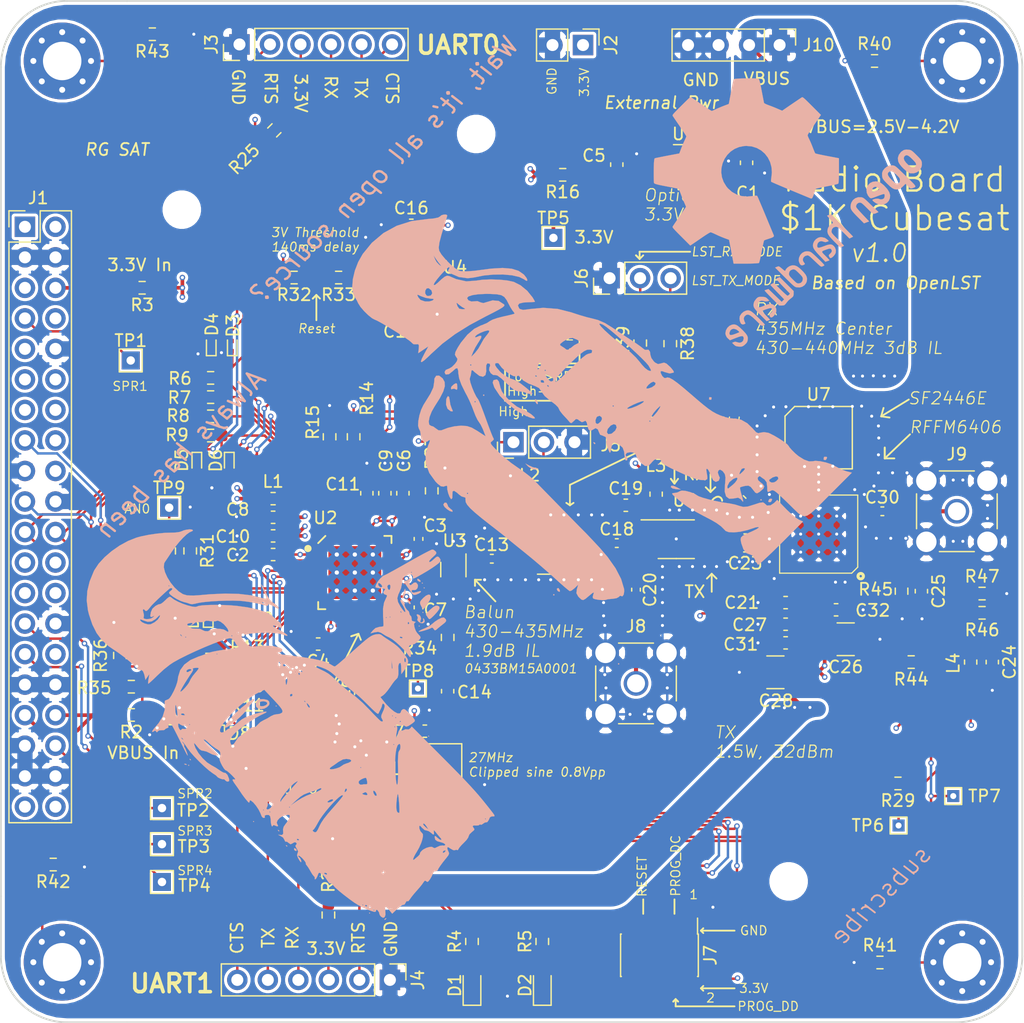
<source format=kicad_pcb>
(kicad_pcb (version 20171130) (host pcbnew 5.1.7-a382d34a8~88~ubuntu16.04.1)
  (title_block (title OpenLST) (date 2018-07-08) (rev 1))
  (layers (0 F.Cu signal) (1 In1.Cu power) (2 In2.Cu power) (31 B.Cu signal) (34 B.Paste user) (35 F.Paste user) (36 B.SilkS user) (37 F.SilkS user) (38 B.Mask user) (39 F.Mask user) (44 Edge.Cuts user))
  (net 0 "")
  (net 1 /3V3_FILT)
  (net 2 GND)
  (net 3 +3V3)
  (net 4 "Net-(C19-Pad1)")
  (net 5 "Net-(C22-Pad1)")
  (net 6 "Net-(C23-Pad2)")
  (net 7 "Net-(C24-Pad1)")
  (net 8 /PA_VAPC)
  (net 9 "Net-(D1-Pad2)")
  (net 10 "Net-(D2-Pad2)")
  (net 11 /PROG_DC)
  (net 12 /PROG_DD)
  (net 13 /~LST_RESET)
  (net 14 /UART0_RTS)
  (net 15 "Net-(J3-Pad3)")
  (net 16 /UART0_RX)
  (net 17 /UART0_TX)
  (net 18 /UART0_CTS)
  (net 19 /UART1_RTS)
  (net 20 "Net-(J4-Pad3)")
  (net 21 /UART1_RX)
  (net 22 /UART1_TX)
  (net 23 /UART1_CTS)
  (net 24 /~LST_RX_MODE)
  (net 25 "Net-(R4-Pad2)")
  (net 26 /RF_EN)
  (net 27 /AN0)
  (net 28 /AN1)
  (net 29 /RF_BYP)
  (net 30 "Net-(J5-Pad2)")
  (net 31 /LST_TX_MODE)
  (net 32 "Net-(C1-Pad1)")
  (net 33 "Net-(C5-Pad1)")
  (net 34 "Net-(C11-Pad1)")
  (net 35 "Net-(C12-Pad2)")
  (net 36 "Net-(C13-Pad2)")
  (net 37 "Net-(C13-Pad1)")
  (net 38 "Net-(C14-Pad2)")
  (net 39 "Net-(C14-Pad1)")
  (net 40 "Net-(C15-Pad1)")
  (net 41 "Net-(C18-Pad2)")
  (net 42 "Net-(C18-Pad1)")
  (net 43 "Net-(C20-Pad2)")
  (net 44 "Net-(C20-Pad1)")
  (net 45 "Net-(C22-Pad2)")
  (net 46 "Net-(C23-Pad1)")
  (net 47 VBUS)
  (net 48 "Net-(C30-Pad2)")
  (net 49 "Net-(C30-Pad1)")
  (net 50 "Net-(H1-Pad1)")
  (net 51 "Net-(H2-Pad1)")
  (net 52 "Net-(H3-Pad1)")
  (net 53 "Net-(H4-Pad1)")
  (net 54 "Net-(J5-Pad1)")
  (net 55 "Net-(J6-Pad3)")
  (net 56 "Net-(J6-Pad2)")
  (net 57 /INTERBOARD_CONNECTOR2/SPARE_4)
  (net 58 /INTERBOARD_CONNECTOR2/5V0_2)
  (net 59 /INTERBOARD_CONNECTOR2/SPARE_3)
  (net 60 /INTERBOARD_CONNECTOR2/SPARE_2)
  (net 61 /INTERBOARD_CONNECTOR2/UART_B_RXI)
  (net 62 /INTERBOARD_CONNECTOR2/UART_B_TXO)
  (net 63 /INTERBOARD_CONNECTOR2/UART_B_CTS)
  (net 64 /INTERBOARD_CONNECTOR2/UART_B_RTS)
  (net 65 /INTERBOARD_CONNECTOR2/SPARE_1)
  (net 66 /INTERBOARD_CONNECTOR2/3V3_10)
  (net 67 "Net-(R5-Pad2)")
  (net 68 "Net-(R27-Pad1)")
  (net 69 "Net-(R28-Pad1)")
  (net 70 "Net-(R29-Pad2)")
  (net 71 "Net-(R30-Pad2)")
  (net 72 "Net-(R34-Pad1)")
  (net 73 "Net-(TP8-Pad1)")
  (net 74 "Net-(U2-Pad23)")
  (net 75 "Net-(U2-Pad24)")
  (net 76 "Net-(U7-Pad2)")
  (net 77 "Net-(U7-Pad5)")
  (module Symbol:OSHW-Logo2_24.3x20mm_SilkScreen (layer F.Cu) (at 134.1 61.3 225)
    (fp_text reference LOGO3 hide)
    (fp_text value Logo_Open_Hardware_Small hide)
  )
  (module footprint_custom:a2 (layer F.Cu) (at 98.6 102.9 225)
    (fp_text reference LOGO2 hide)
    (fp_text value Logo_Open_Hardware_Small hide)
  )
  (module footprint_custom:a1 (layer F.Cu) (at 117.5 79.2 225)
    (fp_text reference LOGO1 hide)
    (fp_text value Logo_Open_Hardware_Small hide)
  )
  (module MountingHole:MountingHole_2.7mm (layer F.Cu) (at 86 63.4)
    (fp_text reference H7 hide)
    (fp_text value MountingHole)
    (pad 1 np_thru_hole circle (at 0 0) (size 2.7 2.7) (drill 2.7) (layers *.Cu *.Mask))
  )
  (module MountingHole:MountingHole_2.7mm (layer F.Cu) (at 110.5 57.1)
    (fp_text reference H6 hide)
    (fp_text value MountingHole)
    (pad 1 np_thru_hole circle (at 0 0) (size 2.7 2.7) (drill 2.7) (layers *.Cu *.Mask))
  )
  (module MountingHole:MountingHole_2.7mm (layer F.Cu) (at 136.5 119.3)
    (fp_text reference H5 hide)
    (fp_text value MountingHole)
    (pad 1 np_thru_hole circle (at 0 0) (size 2.7 2.7) (drill 2.7) (layers *.Cu *.Mask))
  )
  (module Connector_PinHeader_2.54mm:PinHeader_1x04_P2.54mm_Vertical (layer F.Cu) (at 135.75 49.7 270)
    (fp_text reference J10 (at 0 -3.25 180) (layer F.SilkS))
    (fp_text value "EXT VBUS")
    (pad 4 thru_hole oval (at 0 7.62 270) (size 1.7 1.7) (drill 1) (layers *.Cu *.Mask) (net 2 GND))
    (pad 3 thru_hole oval (at 0 5.08 270) (size 1.7 1.7) (drill 1) (layers *.Cu *.Mask) (net 2 GND))
    (pad 2 thru_hole oval (at 0 2.54 270) (size 1.7 1.7) (drill 1) (layers *.Cu *.Mask) (net 47 VBUS))
    (pad 1 thru_hole rect (at 0 0 270) (size 1.7 1.7) (drill 1) (layers *.Cu *.Mask) (net 47 VBUS))
  )
  (module Connector_PinHeader_2.54mm:PinHeader_2x20_P2.54mm_Vertical (layer F.Cu) (at 72.946 64.827)
    (fp_text reference J1 (at 1.1 -2.4 180) (layer F.SilkS))
    (fp_text value Conn_02x20_Odd_Even)
    (pad 1 thru_hole rect (at 0 0) (size 1.7 1.7) (drill 1) (layers *.Cu *.Mask))
    (pad 2 thru_hole oval (at 2.54 0) (size 1.7 1.7) (drill 1) (layers *.Cu *.Mask))
    (pad 3 thru_hole oval (at 0 2.54) (size 1.7 1.7) (drill 1) (layers *.Cu *.Mask) (net 2 GND))
    (pad 4 thru_hole oval (at 2.54 2.54) (size 1.7 1.7) (drill 1) (layers *.Cu *.Mask) (net 2 GND))
    (pad 5 thru_hole oval (at 0 5.08) (size 1.7 1.7) (drill 1) (layers *.Cu *.Mask))
    (pad 6 thru_hole oval (at 2.54 5.08) (size 1.7 1.7) (drill 1) (layers *.Cu *.Mask) (net 66 /INTERBOARD_CONNECTOR2/3V3_10))
    (pad 7 thru_hole oval (at 0 7.62) (size 1.7 1.7) (drill 1) (layers *.Cu *.Mask) (net 65 /INTERBOARD_CONNECTOR2/SPARE_1))
    (pad 8 thru_hole oval (at 2.54 7.62) (size 1.7 1.7) (drill 1) (layers *.Cu *.Mask))
    (pad 9 thru_hole oval (at 0 10.16) (size 1.7 1.7) (drill 1) (layers *.Cu *.Mask))
    (pad 10 thru_hole oval (at 2.54 10.16) (size 1.7 1.7) (drill 1) (layers *.Cu *.Mask) (net 2 GND))
    (pad 11 thru_hole oval (at 0 12.7) (size 1.7 1.7) (drill 1) (layers *.Cu *.Mask))
    (pad 12 thru_hole oval (at 2.54 12.7) (size 1.7 1.7) (drill 1) (layers *.Cu *.Mask))
    (pad 13 thru_hole oval (at 0 15.24) (size 1.7 1.7) (drill 1) (layers *.Cu *.Mask))
    (pad 14 thru_hole oval (at 2.54 15.24) (size 1.7 1.7) (drill 1) (layers *.Cu *.Mask))
    (pad 15 thru_hole oval (at 0 17.78) (size 1.7 1.7) (drill 1) (layers *.Cu *.Mask) (net 64 /INTERBOARD_CONNECTOR2/UART_B_RTS))
    (pad 16 thru_hole oval (at 2.54 17.78) (size 1.7 1.7) (drill 1) (layers *.Cu *.Mask))
    (pad 17 thru_hole oval (at 0 20.32) (size 1.7 1.7) (drill 1) (layers *.Cu *.Mask) (net 2 GND))
    (pad 18 thru_hole oval (at 2.54 20.32) (size 1.7 1.7) (drill 1) (layers *.Cu *.Mask))
    (pad 19 thru_hole oval (at 0 22.86) (size 1.7 1.7) (drill 1) (layers *.Cu *.Mask) (net 63 /INTERBOARD_CONNECTOR2/UART_B_CTS))
    (pad 20 thru_hole oval (at 2.54 22.86) (size 1.7 1.7) (drill 1) (layers *.Cu *.Mask) (net 2 GND))
    (pad 21 thru_hole oval (at 0 25.4) (size 1.7 1.7) (drill 1) (layers *.Cu *.Mask) (net 62 /INTERBOARD_CONNECTOR2/UART_B_TXO))
    (pad 22 thru_hole oval (at 2.54 25.4) (size 1.7 1.7) (drill 1) (layers *.Cu *.Mask) (net 61 /INTERBOARD_CONNECTOR2/UART_B_RXI))
    (pad 23 thru_hole oval (at 0 27.94) (size 1.7 1.7) (drill 1) (layers *.Cu *.Mask))
    (pad 24 thru_hole oval (at 2.54 27.94) (size 1.7 1.7) (drill 1) (layers *.Cu *.Mask))
    (pad 25 thru_hole oval (at 0 30.48) (size 1.7 1.7) (drill 1) (layers *.Cu *.Mask))
    (pad 26 thru_hole oval (at 2.54 30.48) (size 1.7 1.7) (drill 1) (layers *.Cu *.Mask))
    (pad 27 thru_hole oval (at 0 33.02) (size 1.7 1.7) (drill 1) (layers *.Cu *.Mask) (net 60 /INTERBOARD_CONNECTOR2/SPARE_2))
    (pad 28 thru_hole oval (at 2.54 33.02) (size 1.7 1.7) (drill 1) (layers *.Cu *.Mask) (net 2 GND))
    (pad 29 thru_hole oval (at 0 35.56) (size 1.7 1.7) (drill 1) (layers *.Cu *.Mask) (net 59 /INTERBOARD_CONNECTOR2/SPARE_3))
    (pad 30 thru_hole oval (at 2.54 35.56) (size 1.7 1.7) (drill 1) (layers *.Cu *.Mask))
    (pad 31 thru_hole oval (at 0 38.1) (size 1.7 1.7) (drill 1) (layers *.Cu *.Mask) (net 2 GND))
    (pad 32 thru_hole oval (at 2.54 38.1) (size 1.7 1.7) (drill 1) (layers *.Cu *.Mask) (net 2 GND))
    (pad 33 thru_hole oval (at 0 40.64) (size 1.7 1.7) (drill 1) (layers *.Cu *.Mask) (net 58 /INTERBOARD_CONNECTOR2/5V0_2))
    (pad 34 thru_hole oval (at 2.54 40.64) (size 1.7 1.7) (drill 1) (layers *.Cu *.Mask) (net 58 /INTERBOARD_CONNECTOR2/5V0_2))
    (pad 35 thru_hole oval (at 0 43.18) (size 1.7 1.7) (drill 1) (layers *.Cu *.Mask) (net 2 GND))
    (pad 36 thru_hole oval (at 2.54 43.18) (size 1.7 1.7) (drill 1) (layers *.Cu *.Mask) (net 57 /INTERBOARD_CONNECTOR2/SPARE_4))
    (pad 37 thru_hole oval (at 0 45.72) (size 1.7 1.7) (drill 1) (layers *.Cu *.Mask) (net 2 GND))
    (pad 38 thru_hole oval (at 2.54 45.72) (size 1.7 1.7) (drill 1) (layers *.Cu *.Mask) (net 2 GND))
    (pad 39 thru_hole oval (at 0 48.26) (size 1.7 1.7) (drill 1) (layers *.Cu *.Mask))
    (pad 40 thru_hole oval (at 2.54 48.26) (size 1.7 1.7) (drill 1) (layers *.Cu *.Mask))
  )
  (module Resistor_SMD:R_0603_1608Metric_Pad0.98x0.95mm_HandSolder (layer F.Cu) (at 88.4 82.2 180)
    (fp_text reference R9 (at 2.8 0.05) (layer F.SilkS))
    (fp_text value 100)
    (pad 2 smd roundrect (at 0.9125 0 180) (size 0.975 0.95) (layers F.Cu F.Paste F.Mask) (net 64 /INTERBOARD_CONNECTOR2/UART_B_RTS))
    (pad 1 smd roundrect (at -0.9125 0 180) (size 0.975 0.95) (layers F.Cu F.Paste F.Mask) (net 18 /UART0_CTS))
  )
  (module Resistor_SMD:R_0603_1608Metric_Pad0.98x0.95mm_HandSolder (layer F.Cu) (at 88.4 80.6 180)
    (fp_text reference R8 (at 2.7 0.05) (layer F.SilkS))
    (fp_text value 100)
    (pad 2 smd roundrect (at 0.9125 0 180) (size 0.975 0.95) (layers F.Cu F.Paste F.Mask) (net 63 /INTERBOARD_CONNECTOR2/UART_B_CTS))
    (pad 1 smd roundrect (at -0.9125 0 180) (size 0.975 0.95) (layers F.Cu F.Paste F.Mask) (net 14 /UART0_RTS))
  )
  (module Resistor_SMD:R_0603_1608Metric_Pad0.98x0.95mm_HandSolder (layer F.Cu) (at 88.4 79 180)
    (fp_text reference R7 (at 2.6 -0.05) (layer F.SilkS))
    (fp_text value 100)
    (pad 2 smd roundrect (at 0.9125 0 180) (size 0.975 0.95) (layers F.Cu F.Paste F.Mask) (net 62 /INTERBOARD_CONNECTOR2/UART_B_TXO))
    (pad 1 smd roundrect (at -0.9125 0 180) (size 0.975 0.95) (layers F.Cu F.Paste F.Mask) (net 16 /UART0_RX))
  )
  (module Resistor_SMD:R_0603_1608Metric_Pad0.98x0.95mm_HandSolder (layer F.Cu) (at 88.4 77.4 180)
    (fp_text reference R6 (at 2.55 -0.05) (layer F.SilkS))
    (fp_text value 100)
    (pad 2 smd roundrect (at 0.9125 0 180) (size 0.975 0.95) (layers F.Cu F.Paste F.Mask) (net 61 /INTERBOARD_CONNECTOR2/UART_B_RXI))
    (pad 1 smd roundrect (at -0.9125 0 180) (size 0.975 0.95) (layers F.Cu F.Paste F.Mask) (net 17 /UART0_TX))
  )
  (module Capacitor_SMD:C_0603_1608Metric_Pad1.08x0.95mm_HandSolder (layer F.Cu) (at 136.25 96.1 180)
    (fp_text reference C21 (at 3.65 0) (layer F.SilkS))
    (fp_text value 0.1uF)
    (pad 2 smd roundrect (at 0.8625 0 180) (size 1.075 0.95) (layers F.Cu F.Paste F.Mask) (net 2 GND))
    (pad 1 smd roundrect (at -0.8625 0 180) (size 1.075 0.95) (layers F.Cu F.Paste F.Mask) (net 3 +3V3))
  )
  (module Capacitor_SMD:C_0603_1608Metric_Pad1.08x0.95mm_HandSolder (layer F.Cu) (at 133.2 86.95 135)
    (fp_text reference C29 (at 3.358757 0.954594 135) (layer F.SilkS))
    (fp_text value 0.1uF)
    (pad 2 smd roundrect (at 0.8625 0 135) (size 1.075 0.95) (layers F.Cu F.Paste F.Mask) (net 2 GND))
    (pad 1 smd roundrect (at -0.8625 0 135) (size 1.075 0.95) (layers F.Cu F.Paste F.Mask) (net 47 VBUS))
  )
  (module Package_SO:MSOP-8_3x3mm_P0.65mm (layer F.Cu) (at 127.15 90.825)
    (fp_text reference U6 (at 0.7 -3.225) (layer F.SilkS))
    (fp_text value PE4250MLI)
    (pad 8 smd roundrect (at 2.1125 -0.975) (size 1.625 0.4) (layers F.Cu F.Paste F.Mask) (net 5 "Net-(C22-Pad1)"))
    (pad 7 smd roundrect (at 2.1125 -0.325) (size 1.625 0.4) (layers F.Cu F.Paste F.Mask) (net 2 GND))
    (pad 6 smd roundrect (at 2.1125 0.325) (size 1.625 0.4) (layers F.Cu F.Paste F.Mask) (net 2 GND))
    (pad 5 smd roundrect (at 2.1125 0.975) (size 1.625 0.4) (layers F.Cu F.Paste F.Mask) (net 46 "Net-(C23-Pad1)"))
    (pad 4 smd roundrect (at -2.1125 0.975) (size 1.625 0.4) (layers F.Cu F.Paste F.Mask) (net 2 GND))
    (pad 3 smd roundrect (at -2.1125 0.325) (size 1.625 0.4) (layers F.Cu F.Paste F.Mask) (net 41 "Net-(C18-Pad2)"))
    (pad 2 smd roundrect (at -2.1125 -0.325) (size 1.625 0.4) (layers F.Cu F.Paste F.Mask) (net 24 /~LST_RX_MODE))
    (pad 1 smd roundrect (at -2.1125 -0.975) (size 1.625 0.4) (layers F.Cu F.Paste F.Mask) (net 4 "Net-(C19-Pad1)"))
  )
  (module openlst:Qorvo_LGA_28_ThermalVias (layer F.Cu) (at 139 90.4 180)
    (fp_text reference U8 (at 2.45 3.9) (layer F.SilkS))
    (fp_text value RFFM6406)
    (pad 28 smd rect (at -1.813 -2.625 180) (size 0.4 0.55) (layers F.Cu F.Paste F.Mask) (net 2 GND))
    (pad 27 smd rect (at -1.088 -2.625 180) (size 0.4 0.55) (layers F.Cu F.Paste F.Mask) (net 2 GND))
    (pad 26 smd rect (at -0.363 -2.625 180) (size 0.4 0.55) (layers F.Cu F.Paste F.Mask) (net 47 VBUS))
    (pad 25 smd rect (at 0.363 -2.625 180) (size 0.4 0.55) (layers F.Cu F.Paste F.Mask))
    (pad 24 smd rect (at 1.088 -2.625 180) (size 0.4 0.55) (layers F.Cu F.Paste F.Mask) (net 47 VBUS))
    (pad 21 smd rect (at 2.625 -1.875 180) (size 0.55 0.4) (layers F.Cu F.Paste F.Mask) (net 2 GND))
    (pad 20 smd rect (at 2.625 -1.125 180) (size 0.55 0.4) (layers F.Cu F.Paste F.Mask) (net 6 "Net-(C23-Pad2)"))
    (pad 19 smd rect (at 2.625 -0.375 180) (size 0.55 0.4) (layers F.Cu F.Paste F.Mask) (net 2 GND))
    (pad 18 smd rect (at 2.625 0.375 180) (size 0.55 0.4) (layers F.Cu F.Paste F.Mask) (net 45 "Net-(C22-Pad2)"))
    (pad 17 smd rect (at 2.625 1.125 180) (size 0.55 0.4) (layers F.Cu F.Paste F.Mask) (net 47 VBUS))
    (pad 14 smd rect (at 1.813 2.625 180) (size 0.4 0.55) (layers F.Cu F.Paste F.Mask))
    (pad 13 smd rect (at 1.088 2.625 180) (size 0.4 0.55) (layers F.Cu F.Paste F.Mask) (net 76 "Net-(U7-Pad2)"))
    (pad 12 smd rect (at 0.363 2.625 180) (size 0.4 0.55) (layers F.Cu F.Paste F.Mask) (net 2 GND))
    (pad 11 smd rect (at -0.363 2.625 180) (size 0.4 0.55) (layers F.Cu F.Paste F.Mask) (net 2 GND))
    (pad 10 smd rect (at -1.088 2.625 180) (size 0.4 0.55) (layers F.Cu F.Paste F.Mask) (net 77 "Net-(U7-Pad5)"))
    (pad 9 smd rect (at -1.813 2.625 180) (size 0.4 0.55) (layers F.Cu F.Paste F.Mask) (net 2 GND))
    (pad 7 smd rect (at -2.625 1.875 180) (size 0.55 0.4) (layers F.Cu F.Paste F.Mask) (net 49 "Net-(C30-Pad1)"))
    (pad 6 smd rect (at -2.625 1.125 180) (size 0.55 0.4) (layers F.Cu F.Paste F.Mask) (net 2 GND))
    (pad 5 smd rect (at -2.625 0.375 180) (size 0.55 0.4) (layers F.Cu F.Paste F.Mask) (net 8 /PA_VAPC))
    (pad 4 smd rect (at -2.625 -0.375 180) (size 0.55 0.4) (layers F.Cu F.Paste F.Mask) (net 29 /RF_BYP))
    (pad 3 smd rect (at -2.625 -1.125 180) (size 0.55 0.4) (layers F.Cu F.Paste F.Mask) (net 26 /RF_EN))
    (pad 2 smd rect (at -2.625 -1.875 180) (size 0.55 0.4) (layers F.Cu F.Paste F.Mask) (net 31 /LST_TX_MODE))
    (pad 1 smd rect (at -2.625 -2.65 180) (size 0.55 0.5) (layers F.Cu F.Paste F.Mask) (net 2 GND))
    (pad 29 smd rect (at 0 0 180) (size 3.875 3.875) (layers F.Cu) (net 2 GND))
    (pad 8 smd rect (at -2.625 2.65 180) (size 0.55 0.5) (layers F.Cu F.Paste F.Mask) (net 2 GND))
    (pad 15 smd rect (at 2.625 2.65 180) (size 0.55 0.5) (layers F.Cu F.Paste F.Mask) (net 2 GND))
    (pad 16 smd rect (at 2.625 1.875 180) (size 0.55 0.4) (layers F.Cu F.Paste F.Mask))
    (pad 22 smd rect (at 2.625 -2.65 180) (size 0.55 0.5) (layers F.Cu F.Paste F.Mask) (net 2 GND))
    (pad 23 smd rect (at 1.813 -2.625 180) (size 0.4 0.55) (layers F.Cu F.Paste F.Mask) (net 3 +3V3))
    (pad 29 smd rect (at -0.75 0 180) (size 0.6 3.5) (layers F.Cu F.Paste F.Mask) (net 2 GND))
    (pad 29 thru_hole circle (at 0 -1.5 180) (size 0.5588 0.5588) (drill 0.254) (layers *.Cu B.Mask) (net 2 GND))
    (pad 29 thru_hole circle (at 1.5 -1.5 180) (size 0.5588 0.5588) (drill 0.254) (layers *.Cu B.Mask) (net 2 GND))
    (pad 29 thru_hole circle (at 1.5 1.5 180) (size 0.5588 0.5588) (drill 0.254) (layers *.Cu B.Mask) (net 2 GND))
    (pad 29 thru_hole circle (at 0 1.5 180) (size 0.5588 0.5588) (drill 0.254) (layers *.Cu B.Mask) (net 2 GND))
    (pad 29 thru_hole circle (at -1.5 1.5 180) (size 0.5588 0.5588) (drill 0.254) (layers *.Cu B.Mask) (net 2 GND))
    (pad 29 thru_hole circle (at 1.5 0 180) (size 0.5588 0.5588) (drill 0.254) (layers *.Cu B.Mask) (net 2 GND))
    (pad 29 thru_hole circle (at 0 0 180) (size 0.5588 0.5588) (drill 0.254) (layers *.Cu B.Mask) (net 2 GND))
    (pad 29 thru_hole circle (at -1.5 0 180) (size 0.5588 0.5588) (drill 0.254) (layers *.Cu B.Mask) (net 2 GND))
    (pad 29 thru_hole circle (at -1.5 -1.5 180) (size 0.5588 0.5588) (drill 0.254) (layers *.Cu B.Mask) (net 2 GND))
    (pad 29 smd rect (at 0.75 0 180) (size 0.6 3.5) (layers F.Cu F.Paste F.Mask) (net 2 GND))
    (pad 29 smd rect (at 0 -0.75 270) (size 0.6 3.5) (layers F.Cu F.Paste F.Mask) (net 2 GND))
    (pad 29 smd rect (at 0 0.75 270) (size 0.6 3.5) (layers F.Cu F.Paste F.Mask) (net 2 GND))
  )
  (module Resistor_SMD:R_0603_1608Metric_Pad0.98x0.95mm_HandSolder (layer F.Cu) (at 152.6 96.95 180)
    (fp_text reference R46 (at 0 -1.43) (layer F.SilkS))
    (fp_text value 3.09K)
    (pad 2 smd roundrect (at 0.9125 0 180) (size 0.975 0.95) (layers F.Cu F.Paste F.Mask) (net 8 /PA_VAPC))
    (pad 1 smd roundrect (at -0.9125 0 180) (size 0.975 0.95) (layers F.Cu F.Paste F.Mask) (net 7 "Net-(C24-Pad1)"))
  )
  (module Resistor_SMD:R_0603_1608Metric_Pad0.98x0.95mm_HandSolder (layer F.Cu) (at 81.8 103.1)
    (fp_text reference R35 (at -3.1 0.1) (layer F.SilkS))
    (fp_text value 20K)
    (pad 2 smd roundrect (at 0.9125 0) (size 0.975 0.95) (layers F.Cu F.Paste F.Mask) (net 47 VBUS))
    (pad 1 smd roundrect (at -0.9125 0) (size 0.975 0.95) (layers F.Cu F.Paste F.Mask) (net 28 /AN1))
  )
  (module Capacitor_SMD:C_1210_3225Metric_Pad1.33x2.70mm_HandSolder (layer F.Cu) (at 135.4 101.9 180)
    (fp_text reference C28 (at -0.05 -2.375) (layer F.SilkS))
    (fp_text value 47uF)
    (pad 2 smd roundrect (at 1.5625 0 180) (size 1.325 2.7) (layers F.Cu F.Paste F.Mask) (roundrect_rratio 0.1886784905660377) (net 2 GND))
    (pad 1 smd roundrect (at -1.5625 0 180) (size 1.325 2.7) (layers F.Cu F.Paste F.Mask) (roundrect_rratio 0.1886784905660377) (net 47 VBUS))
  )
  (module Capacitor_SMD:C_1210_3225Metric_Pad1.33x2.70mm_HandSolder (layer F.Cu) (at 141.25 99.15)
    (fp_text reference C26 (at 0 2.3) (layer F.SilkS))
    (fp_text value 47uF)
    (pad 2 smd roundrect (at 1.5625 0) (size 1.325 2.7) (layers F.Cu F.Paste F.Mask) (roundrect_rratio 0.1886784905660377) (net 2 GND))
    (pad 1 smd roundrect (at -1.5625 0) (size 1.325 2.7) (layers F.Cu F.Paste F.Mask) (roundrect_rratio 0.1886784905660377) (net 47 VBUS))
  )
  (module footprint_custom:SF2446E (layer F.Cu) (at 139 82.375 270)
    (fp_text reference U7 (at -3.595 0) (layer F.SilkS))
    (fp_text value SF2446E)
    (pad 3 smd rect (at 1.19 1.175 270) (size 0.81 1.25) (layers F.Cu F.Paste F.Mask) (net 2 GND))
    (pad 4 smd rect (at 1.19 -1.175 270) (size 0.81 1.25) (layers F.Cu F.Paste F.Mask) (net 2 GND))
    (pad 2 smd rect (at 0 1.175 270) (size 0.81 1.25) (layers F.Cu F.Paste F.Mask) (net 76 "Net-(U7-Pad2)"))
    (pad 5 smd rect (at 0 -1.175 270) (size 0.81 1.25) (layers F.Cu F.Paste F.Mask) (net 77 "Net-(U7-Pad5)"))
    (pad 1 smd rect (at -1.19 0.85 270) (size 0.81 1.9) (layers F.Cu F.Paste F.Mask) (net 2 GND))
    (pad 6 smd rect (at -1.19 -1.175 270) (size 0.81 1.25) (layers F.Cu F.Paste F.Mask) (net 2 GND))
  )
  (module MountingHole:MountingHole_3.2mm_M3_Pad_Via (layer F.Cu) (at 76.046 126.027)
    (fp_text reference H3 hide)
    (fp_text value MountingHole_Pad)
    (pad 1 thru_hole circle (at 0 0) (size 6.4 6.4) (drill 3.2) (layers *.Cu *.Mask) (net 52 "Net-(H3-Pad1)"))
    (pad 1 thru_hole circle (at 2.4 0) (size 0.8 0.8) (drill 0.5) (layers *.Cu *.Mask) (net 52 "Net-(H3-Pad1)"))
    (pad 1 thru_hole circle (at 1.697056 1.697056) (size 0.8 0.8) (drill 0.5) (layers *.Cu *.Mask) (net 52 "Net-(H3-Pad1)"))
    (pad 1 thru_hole circle (at 0 2.4) (size 0.8 0.8) (drill 0.5) (layers *.Cu *.Mask) (net 52 "Net-(H3-Pad1)"))
    (pad 1 thru_hole circle (at -1.697056 1.697056) (size 0.8 0.8) (drill 0.5) (layers *.Cu *.Mask) (net 52 "Net-(H3-Pad1)"))
    (pad 1 thru_hole circle (at -2.4 0) (size 0.8 0.8) (drill 0.5) (layers *.Cu *.Mask) (net 52 "Net-(H3-Pad1)"))
    (pad 1 thru_hole circle (at -1.697056 -1.697056) (size 0.8 0.8) (drill 0.5) (layers *.Cu *.Mask) (net 52 "Net-(H3-Pad1)"))
    (pad 1 thru_hole circle (at 0 -2.4) (size 0.8 0.8) (drill 0.5) (layers *.Cu *.Mask) (net 52 "Net-(H3-Pad1)"))
    (pad 1 thru_hole circle (at 1.697056 -1.697056) (size 0.8 0.8) (drill 0.5) (layers *.Cu *.Mask) (net 52 "Net-(H3-Pad1)"))
  )
  (module MountingHole:MountingHole_3.2mm_M3_Pad_Via (layer F.Cu) (at 76.046 51.027)
    (fp_text reference H4 hide)
    (fp_text value MountingHole_Pad)
    (pad 1 thru_hole circle (at 0 0) (size 6.4 6.4) (drill 3.2) (layers *.Cu *.Mask) (net 53 "Net-(H4-Pad1)"))
    (pad 1 thru_hole circle (at 2.4 0) (size 0.8 0.8) (drill 0.5) (layers *.Cu *.Mask) (net 53 "Net-(H4-Pad1)"))
    (pad 1 thru_hole circle (at 1.697056 1.697056) (size 0.8 0.8) (drill 0.5) (layers *.Cu *.Mask) (net 53 "Net-(H4-Pad1)"))
    (pad 1 thru_hole circle (at 0 2.4) (size 0.8 0.8) (drill 0.5) (layers *.Cu *.Mask) (net 53 "Net-(H4-Pad1)"))
    (pad 1 thru_hole circle (at -1.697056 1.697056) (size 0.8 0.8) (drill 0.5) (layers *.Cu *.Mask) (net 53 "Net-(H4-Pad1)"))
    (pad 1 thru_hole circle (at -2.4 0) (size 0.8 0.8) (drill 0.5) (layers *.Cu *.Mask) (net 53 "Net-(H4-Pad1)"))
    (pad 1 thru_hole circle (at -1.697056 -1.697056) (size 0.8 0.8) (drill 0.5) (layers *.Cu *.Mask) (net 53 "Net-(H4-Pad1)"))
    (pad 1 thru_hole circle (at 0 -2.4) (size 0.8 0.8) (drill 0.5) (layers *.Cu *.Mask) (net 53 "Net-(H4-Pad1)"))
    (pad 1 thru_hole circle (at 1.697056 -1.697056) (size 0.8 0.8) (drill 0.5) (layers *.Cu *.Mask) (net 53 "Net-(H4-Pad1)"))
  )
  (module MountingHole:MountingHole_3.2mm_M3_Pad_Via (layer F.Cu) (at 150.946 126.027)
    (fp_text reference H2 hide)
    (fp_text value MountingHole_Pad)
    (pad 1 thru_hole circle (at 0 0) (size 6.4 6.4) (drill 3.2) (layers *.Cu *.Mask) (net 51 "Net-(H2-Pad1)"))
    (pad 1 thru_hole circle (at 2.4 0) (size 0.8 0.8) (drill 0.5) (layers *.Cu *.Mask) (net 51 "Net-(H2-Pad1)"))
    (pad 1 thru_hole circle (at 1.697056 1.697056) (size 0.8 0.8) (drill 0.5) (layers *.Cu *.Mask) (net 51 "Net-(H2-Pad1)"))
    (pad 1 thru_hole circle (at 0 2.4) (size 0.8 0.8) (drill 0.5) (layers *.Cu *.Mask) (net 51 "Net-(H2-Pad1)"))
    (pad 1 thru_hole circle (at -1.697056 1.697056) (size 0.8 0.8) (drill 0.5) (layers *.Cu *.Mask) (net 51 "Net-(H2-Pad1)"))
    (pad 1 thru_hole circle (at -2.4 0) (size 0.8 0.8) (drill 0.5) (layers *.Cu *.Mask) (net 51 "Net-(H2-Pad1)"))
    (pad 1 thru_hole circle (at -1.697056 -1.697056) (size 0.8 0.8) (drill 0.5) (layers *.Cu *.Mask) (net 51 "Net-(H2-Pad1)"))
    (pad 1 thru_hole circle (at 0 -2.4) (size 0.8 0.8) (drill 0.5) (layers *.Cu *.Mask) (net 51 "Net-(H2-Pad1)"))
    (pad 1 thru_hole circle (at 1.697056 -1.697056) (size 0.8 0.8) (drill 0.5) (layers *.Cu *.Mask) (net 51 "Net-(H2-Pad1)"))
  )
  (module MountingHole:MountingHole_3.2mm_M3_Pad_Via (layer F.Cu) (at 150.946 51.027)
    (fp_text reference H1 hide)
    (fp_text value MountingHole_Pad)
    (pad 1 thru_hole circle (at 0 0) (size 6.4 6.4) (drill 3.2) (layers *.Cu *.Mask) (net 50 "Net-(H1-Pad1)"))
    (pad 1 thru_hole circle (at 2.4 0) (size 0.8 0.8) (drill 0.5) (layers *.Cu *.Mask) (net 50 "Net-(H1-Pad1)"))
    (pad 1 thru_hole circle (at 1.697056 1.697056) (size 0.8 0.8) (drill 0.5) (layers *.Cu *.Mask) (net 50 "Net-(H1-Pad1)"))
    (pad 1 thru_hole circle (at 0 2.4) (size 0.8 0.8) (drill 0.5) (layers *.Cu *.Mask) (net 50 "Net-(H1-Pad1)"))
    (pad 1 thru_hole circle (at -1.697056 1.697056) (size 0.8 0.8) (drill 0.5) (layers *.Cu *.Mask) (net 50 "Net-(H1-Pad1)"))
    (pad 1 thru_hole circle (at -2.4 0) (size 0.8 0.8) (drill 0.5) (layers *.Cu *.Mask) (net 50 "Net-(H1-Pad1)"))
    (pad 1 thru_hole circle (at -1.697056 -1.697056) (size 0.8 0.8) (drill 0.5) (layers *.Cu *.Mask) (net 50 "Net-(H1-Pad1)"))
    (pad 1 thru_hole circle (at 0 -2.4) (size 0.8 0.8) (drill 0.5) (layers *.Cu *.Mask) (net 50 "Net-(H1-Pad1)"))
    (pad 1 thru_hole circle (at 1.697056 -1.697056) (size 0.8 0.8) (drill 0.5) (layers *.Cu *.Mask) (net 50 "Net-(H1-Pad1)"))
  )
  (module footprint_custom:TG2520SMN (layer F.Cu) (at 107.05 110.05)
    (fp_text reference X1 (at -3.825 -0.125 180) (layer F.SilkS))
    (fp_text value "TG2520SMN 27MHz")
    (pad 2 smd rect (at 1.05 0.8) (size 0.8 1.2) (layers F.Cu F.Paste F.Mask) (net 2 GND))
    (pad 3 smd rect (at 1.05 -0.8) (size 0.8 1.2) (layers F.Cu F.Paste F.Mask) (net 39 "Net-(C14-Pad1)"))
    (pad 1 smd rect (at -1.05 0.8) (size 0.8 1.2) (layers F.Cu F.Paste F.Mask))
    (pad 4 smd rect (at -1.05 -0.8) (size 0.8 1.2) (layers F.Cu F.Paste F.Mask) (net 3 +3V3))
  )
  (module Package_SO:MSOP-8_3x3mm_P0.65mm (layer F.Cu) (at 117.1 92.125)
    (fp_text reference U5 (at 0 -2.45) (layer F.SilkS))
    (fp_text value PE4250MLI)
    (pad 8 smd roundrect (at 2.1125 -0.975) (size 1.625 0.4) (layers F.Cu F.Paste F.Mask) (net 42 "Net-(C18-Pad1)"))
    (pad 7 smd roundrect (at 2.1125 -0.325) (size 1.625 0.4) (layers F.Cu F.Paste F.Mask) (net 2 GND))
    (pad 6 smd roundrect (at 2.1125 0.325) (size 1.625 0.4) (layers F.Cu F.Paste F.Mask) (net 2 GND))
    (pad 5 smd roundrect (at 2.1125 0.975) (size 1.625 0.4) (layers F.Cu F.Paste F.Mask) (net 44 "Net-(C20-Pad1)"))
    (pad 4 smd roundrect (at -2.1125 0.975) (size 1.625 0.4) (layers F.Cu F.Paste F.Mask) (net 2 GND))
    (pad 3 smd roundrect (at -2.1125 0.325) (size 1.625 0.4) (layers F.Cu F.Paste F.Mask) (net 36 "Net-(C13-Pad2)"))
    (pad 2 smd roundrect (at -2.1125 -0.325) (size 1.625 0.4) (layers F.Cu F.Paste F.Mask) (net 30 "Net-(J5-Pad2)"))
    (pad 1 smd roundrect (at -2.1125 -0.975) (size 1.625 0.4) (layers F.Cu F.Paste F.Mask) (net 40 "Net-(C15-Pad1)"))
  )
  (module Package_TO_SOT_SMD:SOT-23_Handsoldering (layer F.Cu) (at 104.85 68.1)
    (fp_text reference U4 (at 3.9 0.1 180) (layer F.SilkS))
    (fp_text value MIC803)
    (pad 3 smd rect (at 1.5 0) (size 1.9 0.8) (layers F.Cu F.Paste F.Mask) (net 3 +3V3))
    (pad 2 smd rect (at -1.5 0.95) (size 1.9 0.8) (layers F.Cu F.Paste F.Mask) (net 35 "Net-(C12-Pad2)"))
    (pad 1 smd rect (at -1.5 -0.95) (size 1.9 0.8) (layers F.Cu F.Paste F.Mask) (net 2 GND))
  )
  (module RF_Converter:Balun_Johanson_0896BM15A0001 (layer F.Cu) (at 108.6 93.35 270)
    (fp_text reference U3 (at -2.4 -0.1 180) (layer F.SilkS))
    (fp_text value 0433BM15A0001)
    (pad 1 smd rect (at -0.9 -0.65 270) (size 1 0.35) (layers F.Cu F.Paste F.Mask) (net 37 "Net-(C13-Pad1)") (clearance 0.2))
    (pad 2 smd rect (at -0.9 0 270) (size 1 0.35) (layers F.Cu F.Paste F.Mask) (net 2 GND))
    (pad 3 smd rect (at -0.9 0.65 270) (size 1 0.35) (layers F.Cu F.Paste F.Mask) (net 75 "Net-(U2-Pad24)") (clearance 0.2))
    (pad 4 smd rect (at 0.9 0.65 270) (size 1 0.35) (layers F.Cu F.Paste F.Mask) (net 74 "Net-(U2-Pad23)") (clearance 0.2))
    (pad 5 smd rect (at 0.9 0 270) (size 1 0.35) (layers F.Cu F.Paste F.Mask) (net 2 GND))
    (pad 6 smd rect (at 0.9 -0.65 270) (size 1 0.35) (layers F.Cu F.Paste F.Mask) (net 2 GND) (clearance 0.2))
  )
  (module openlst:TI_CC_QFN36 (layer F.Cu) (at 100.4 93.6)
    (fp_text reference U2 (at -2.45 -4.55) (layer F.SilkS))
    (fp_text value CC1110)
    (pad 37 thru_hole circle (at -1.5 0) (size 0.6096 0.6096) (drill 0.3556) (layers *.Cu B.Mask) (net 2 GND))
    (pad 37 thru_hole circle (at 0 0) (size 0.6096 0.6096) (drill 0.3556) (layers *.Cu B.Mask) (net 2 GND))
    (pad 37 thru_hole circle (at 1.5 0) (size 0.6096 0.6096) (drill 0.3556) (layers *.Cu B.Mask) (net 2 GND))
    (pad 37 thru_hole circle (at -1.5 1.5) (size 0.6096 0.6096) (drill 0.3556) (layers *.Cu B.Mask) (net 2 GND))
    (pad 37 smd rect (at 0 0) (size 4.4 4.4) (layers F.Cu) (net 2 GND))
    (pad 6 smd rect (at -2.78 0.5 90) (size 0.28 0.75) (layers F.Cu F.Paste F.Mask) (net 28 /AN1))
    (pad 7 smd rect (at -2.78 1 90) (size 0.28 0.75) (layers F.Cu F.Paste F.Mask) (net 23 /UART1_CTS))
    (pad 8 smd rect (at -2.78 1.5 90) (size 0.28 0.75) (layers F.Cu F.Paste F.Mask) (net 19 /UART1_RTS))
    (pad 9 smd rect (at -2.78 2 90) (size 0.28 0.75) (layers F.Cu F.Paste F.Mask) (net 22 /UART1_TX))
    (pad 1 smd rect (at -2.78 -2 90) (size 0.28 0.75) (layers F.Cu F.Paste F.Mask) (net 18 /UART0_CTS))
    (pad 2 smd rect (at -2.78 -1.5 90) (size 0.28 0.75) (layers F.Cu F.Paste F.Mask) (net 1 /3V3_FILT))
    (pad 3 smd rect (at -2.78 -1 90) (size 0.28 0.75) (layers F.Cu F.Paste F.Mask) (net 29 /RF_BYP))
    (pad 4 smd rect (at -2.78 -0.5 90) (size 0.28 0.75) (layers F.Cu F.Paste F.Mask) (net 26 /RF_EN))
    (pad 5 smd rect (at -2.78 0 90) (size 0.28 0.75) (layers F.Cu F.Paste F.Mask) (net 27 /AN0))
    (pad 15 smd rect (at 0.5 2.78) (size 0.28 0.75) (layers F.Cu F.Paste F.Mask) (net 12 /PROG_DD))
    (pad 16 smd rect (at 1 2.78) (size 0.28 0.75) (layers F.Cu F.Paste F.Mask) (net 11 /PROG_DC))
    (pad 17 smd rect (at 1.5 2.78) (size 0.28 0.75) (layers F.Cu F.Paste F.Mask) (net 70 "Net-(R29-Pad2)"))
    (pad 18 smd rect (at 2 2.78) (size 0.28 0.75) (layers F.Cu F.Paste F.Mask) (net 73 "Net-(TP8-Pad1)"))
    (pad 10 smd rect (at -2 2.78) (size 0.28 0.75) (layers F.Cu F.Paste F.Mask) (net 1 /3V3_FILT))
    (pad 11 smd rect (at -1.5 2.78) (size 0.28 0.75) (layers F.Cu F.Paste F.Mask) (net 21 /UART1_RX))
    (pad 12 smd rect (at -1 2.78) (size 0.28 0.75) (layers F.Cu F.Paste F.Mask) (net 25 "Net-(R4-Pad2)"))
    (pad 13 smd rect (at -0.5 2.78) (size 0.28 0.75) (layers F.Cu F.Paste F.Mask) (net 67 "Net-(R5-Pad2)"))
    (pad 14 smd rect (at 0 2.78) (size 0.28 0.75) (layers F.Cu F.Paste F.Mask) (net 69 "Net-(R28-Pad1)"))
    (pad 24 smd rect (at 2.78 -0.5 90) (size 0.28 0.75) (layers F.Cu F.Paste F.Mask) (net 75 "Net-(U2-Pad24)"))
    (pad 25 smd rect (at 2.78 -1 90) (size 0.28 0.75) (layers F.Cu F.Paste F.Mask) (net 1 /3V3_FILT))
    (pad 26 smd rect (at 2.78 -1.5 90) (size 0.28 0.75) (layers F.Cu F.Paste F.Mask) (net 1 /3V3_FILT))
    (pad 27 smd rect (at 2.78 -2 90) (size 0.28 0.75) (layers F.Cu F.Paste F.Mask) (net 68 "Net-(R27-Pad1)"))
    (pad 19 smd rect (at 2.78 2 90) (size 0.28 0.75) (layers F.Cu F.Paste F.Mask) (net 1 /3V3_FILT))
    (pad 20 smd rect (at 2.78 1.5 90) (size 0.28 0.75) (layers F.Cu F.Paste F.Mask))
    (pad 21 smd rect (at 2.78 1 90) (size 0.28 0.75) (layers F.Cu F.Paste F.Mask) (net 72 "Net-(R34-Pad1)"))
    (pad 22 smd rect (at 2.78 0.5 90) (size 0.28 0.75) (layers F.Cu F.Paste F.Mask) (net 1 /3V3_FILT))
    (pad 23 smd rect (at 2.78 0 90) (size 0.28 0.75) (layers F.Cu F.Paste F.Mask) (net 74 "Net-(U2-Pad23)"))
    (pad 36 smd rect (at -2 -2.78) (size 0.28 0.75) (layers F.Cu F.Paste F.Mask) (net 14 /UART0_RTS))
    (pad 35 smd rect (at -1.5 -2.78) (size 0.28 0.75) (layers F.Cu F.Paste F.Mask) (net 16 /UART0_RX))
    (pad 34 smd rect (at -1 -2.78) (size 0.28 0.75) (layers F.Cu F.Paste F.Mask) (net 17 /UART0_TX))
    (pad 33 smd rect (at -0.5 -2.78) (size 0.28 0.75) (layers F.Cu F.Paste F.Mask) (net 31 /LST_TX_MODE))
    (pad 28 smd rect (at 2 -2.78) (size 0.28 0.75) (layers F.Cu F.Paste F.Mask) (net 1 /3V3_FILT))
    (pad 29 smd rect (at 1.5 -2.78) (size 0.28 0.75) (layers F.Cu F.Paste F.Mask) (net 1 /3V3_FILT))
    (pad 30 smd rect (at 1 -2.78) (size 0.28 0.75) (layers F.Cu F.Paste F.Mask) (net 34 "Net-(C11-Pad1)"))
    (pad 31 smd rect (at 0.5 -2.78) (size 0.28 0.75) (layers F.Cu F.Paste F.Mask) (net 35 "Net-(C12-Pad2)"))
    (pad 32 smd rect (at 0 -2.78) (size 0.28 0.75) (layers F.Cu F.Paste F.Mask) (net 24 /~LST_RX_MODE))
    (pad 37 thru_hole circle (at -1.5 -1.5) (size 0.6096 0.6096) (drill 0.3556) (layers *.Cu B.Mask) (net 2 GND))
    (pad 37 thru_hole circle (at 0 -1.5) (size 0.6096 0.6096) (drill 0.3556) (layers *.Cu B.Mask) (net 2 GND))
    (pad 37 thru_hole circle (at 1.5 -1.5) (size 0.6096 0.6096) (drill 0.3556) (layers *.Cu B.Mask) (net 2 GND))
    (pad 37 thru_hole circle (at 1.5 1.5) (size 0.6096 0.6096) (drill 0.3556) (layers *.Cu B.Mask) (net 2 GND))
    (pad 37 thru_hole circle (at 0 1.5) (size 0.6096 0.6096) (drill 0.3556) (layers *.Cu B.Mask) (net 2 GND))
  )
  (module Package_TO_SOT_SMD:TSOT-23-5_HandSoldering (layer F.Cu) (at 127.8 59.55 180)
    (fp_text reference U1 (at 0 2.45) (layer F.SilkS))
    (fp_text value ADP150AUJZ-3.3-R7)
    (pad 5 smd rect (at 1.71 -0.95 180) (size 2 0.65) (layers F.Cu F.Paste F.Mask) (net 33 "Net-(C5-Pad1)"))
    (pad 4 smd rect (at 1.71 0.95 180) (size 2 0.65) (layers F.Cu F.Paste F.Mask))
    (pad 3 smd rect (at -1.71 0.95 180) (size 2 0.65) (layers F.Cu F.Paste F.Mask) (net 32 "Net-(C1-Pad1)"))
    (pad 2 smd rect (at -1.71 0 180) (size 2 0.65) (layers F.Cu F.Paste F.Mask) (net 2 GND))
    (pad 1 smd rect (at -1.71 -0.95 180) (size 2 0.65) (layers F.Cu F.Paste F.Mask) (net 32 "Net-(C1-Pad1)"))
  )
  (module TestPoint:TestPoint_THTPad_1.5x1.5mm_Drill0.7mm (layer F.Cu) (at 84.95 88.2)
    (fp_text reference TP9 (at 0 -1.648) (layer F.SilkS))
    (fp_text value TP_1.5x1.5)
    (pad 1 thru_hole rect (at 0 0) (size 1.5 1.5) (drill 0.7) (layers *.Cu *.Mask) (net 71 "Net-(R30-Pad2)"))
  )
  (module TestPoint:TestPoint_THTPad_1.0x1.0mm_Drill0.5mm (layer F.Cu) (at 105.65 103.25)
    (fp_text reference TP8 (at 0 -1.448) (layer F.SilkS))
    (fp_text value TP_tht_1x1)
    (pad 1 thru_hole rect (at 0 0) (size 1 1) (drill 0.5) (layers *.Cu *.Mask) (net 73 "Net-(TP8-Pad1)"))
  )
  (module TestPoint:TestPoint_THTPad_1.0x1.0mm_Drill0.5mm (layer F.Cu) (at 150.2 112.2)
    (fp_text reference TP7 (at 2.6 0) (layer F.SilkS))
    (fp_text value TP_tht_1x1)
    (pad 1 thru_hole rect (at 0 0) (size 1 1) (drill 0.5) (layers *.Cu *.Mask) (net 29 /RF_BYP))
  )
  (module TestPoint:TestPoint_THTPad_1.0x1.0mm_Drill0.5mm (layer F.Cu) (at 145.65 114.65)
    (fp_text reference TP6 (at -2.55 0) (layer F.SilkS))
    (fp_text value TP_tht_1x1)
    (pad 1 thru_hole rect (at 0 0) (size 1 1) (drill 0.5) (layers *.Cu *.Mask) (net 26 /RF_EN))
  )
  (module TestPoint:TestPoint_THTPad_1.5x1.5mm_Drill0.7mm (layer F.Cu) (at 116.925 65.75)
    (fp_text reference TP5 (at 0 -1.648) (layer F.SilkS))
    (fp_text value TP_1.5x1.5)
    (pad 1 thru_hole rect (at 0 0) (size 1.5 1.5) (drill 0.7) (layers *.Cu *.Mask) (net 3 +3V3))
  )
  (module TestPoint:TestPoint_THTPad_1.5x1.5mm_Drill0.7mm (layer F.Cu) (at 84.35 119.35)
    (fp_text reference TP4 (at 2.7 0.3) (layer F.SilkS))
    (fp_text value TP_1.5x1.5)
    (pad 1 thru_hole rect (at 0 0) (size 1.5 1.5) (drill 0.7) (layers *.Cu *.Mask) (net 57 /INTERBOARD_CONNECTOR2/SPARE_4))
  )
  (module TestPoint:TestPoint_THTPad_1.5x1.5mm_Drill0.7mm (layer F.Cu) (at 84.35 116.2)
    (fp_text reference TP3 (at 2.65 0.2) (layer F.SilkS))
    (fp_text value TP_1.5x1.5)
    (pad 1 thru_hole rect (at 0 0) (size 1.5 1.5) (drill 0.7) (layers *.Cu *.Mask) (net 59 /INTERBOARD_CONNECTOR2/SPARE_3))
  )
  (module TestPoint:TestPoint_THTPad_1.5x1.5mm_Drill0.7mm (layer F.Cu) (at 84.35 113.2)
    (fp_text reference TP2 (at 2.6 0.2) (layer F.SilkS))
    (fp_text value TP_1.5x1.5)
    (pad 1 thru_hole rect (at 0 0) (size 1.5 1.5) (drill 0.7) (layers *.Cu *.Mask) (net 60 /INTERBOARD_CONNECTOR2/SPARE_2))
  )
  (module TestPoint:TestPoint_THTPad_1.5x1.5mm_Drill0.7mm (layer F.Cu) (at 81.75 75.95)
    (fp_text reference TP1 (at 0 -1.648) (layer F.SilkS))
    (fp_text value TP_1.5x1.5)
    (pad 1 thru_hole rect (at 0 0) (size 1.5 1.5) (drill 0.7) (layers *.Cu *.Mask) (net 65 /INTERBOARD_CONNECTOR2/SPARE_1))
  )
  (module Resistor_SMD:R_0603_1608Metric_Pad0.98x0.95mm_HandSolder (layer F.Cu) (at 152.6 95.35)
    (fp_text reference R47 (at 0 -1.43) (layer F.SilkS))
    (fp_text value 6.65K)
    (pad 2 smd roundrect (at 0.9125 0) (size 0.975 0.95) (layers F.Cu F.Paste F.Mask) (net 2 GND))
    (pad 1 smd roundrect (at -0.9125 0) (size 0.975 0.95) (layers F.Cu F.Paste F.Mask) (net 8 /PA_VAPC))
  )
  (module Resistor_SMD:R_0603_1608Metric_Pad0.98x0.95mm_HandSolder (layer F.Cu) (at 145.9 95.15 90)
    (fp_text reference R45 (at 0.15 -2.15) (layer F.SilkS))
    (fp_text value 1K)
    (pad 2 smd roundrect (at 0.9125 0 90) (size 0.975 0.95) (layers F.Cu F.Paste F.Mask) (net 29 /RF_BYP))
    (pad 1 smd roundrect (at -0.9125 0 90) (size 0.975 0.95) (layers F.Cu F.Paste F.Mask) (net 2 GND))
  )
  (module Resistor_SMD:R_0603_1608Metric_Pad0.98x0.95mm_HandSolder (layer F.Cu) (at 146.7 101.05 180)
    (fp_text reference R44 (at 0 -1.43) (layer F.SilkS))
    (fp_text value 1K)
    (pad 2 smd roundrect (at 0.9125 0 180) (size 0.975 0.95) (layers F.Cu F.Paste F.Mask) (net 3 +3V3))
    (pad 1 smd roundrect (at -0.9125 0 180) (size 0.975 0.95) (layers F.Cu F.Paste F.Mask) (net 26 /RF_EN))
  )
  (module Resistor_SMD:R_0603_1608Metric_Pad0.98x0.95mm_HandSolder (layer F.Cu) (at 83.55 48.8 180)
    (fp_text reference R43 (at 0 -1.43) (layer F.SilkS))
    (fp_text value DNP)
    (pad 2 smd roundrect (at 0.9125 0 180) (size 0.975 0.95) (layers F.Cu F.Paste F.Mask) (net 53 "Net-(H4-Pad1)"))
    (pad 1 smd roundrect (at -0.9125 0 180) (size 0.975 0.95) (layers F.Cu F.Paste F.Mask) (net 2 GND))
  )
  (module Resistor_SMD:R_0603_1608Metric_Pad0.98x0.95mm_HandSolder (layer F.Cu) (at 75.3 117.9 180)
    (fp_text reference R42 (at 0 -1.43) (layer F.SilkS))
    (fp_text value DNP)
    (pad 2 smd roundrect (at 0.9125 0 180) (size 0.975 0.95) (layers F.Cu F.Paste F.Mask) (net 52 "Net-(H3-Pad1)"))
    (pad 1 smd roundrect (at -0.9125 0 180) (size 0.975 0.95) (layers F.Cu F.Paste F.Mask) (net 2 GND))
  )
  (module Resistor_SMD:R_0603_1608Metric_Pad0.98x0.95mm_HandSolder (layer F.Cu) (at 144.1 126.05)
    (fp_text reference R41 (at 0 -1.43) (layer F.SilkS))
    (fp_text value DNP)
    (pad 2 smd roundrect (at 0.9125 0) (size 0.975 0.95) (layers F.Cu F.Paste F.Mask) (net 51 "Net-(H2-Pad1)"))
    (pad 1 smd roundrect (at -0.9125 0) (size 0.975 0.95) (layers F.Cu F.Paste F.Mask) (net 2 GND))
  )
  (module Resistor_SMD:R_0603_1608Metric_Pad0.98x0.95mm_HandSolder (layer F.Cu) (at 143.65 51.025)
    (fp_text reference R40 (at 0 -1.43) (layer F.SilkS))
    (fp_text value DNP)
    (pad 2 smd roundrect (at 0.9125 0) (size 0.975 0.95) (layers F.Cu F.Paste F.Mask) (net 50 "Net-(H1-Pad1)"))
    (pad 1 smd roundrect (at -0.9125 0) (size 0.975 0.95) (layers F.Cu F.Paste F.Mask) (net 2 GND))
  )
  (module Resistor_SMD:R_0603_1608Metric_Pad0.98x0.95mm_HandSolder (layer F.Cu) (at 124.15 74.5 90)
    (fp_text reference R39 (at 0 -1.43 90) (layer F.SilkS))
    (fp_text value 100)
    (pad 2 smd roundrect (at 0.9125 0 90) (size 0.975 0.95) (layers F.Cu F.Paste F.Mask) (net 56 "Net-(J6-Pad2)"))
    (pad 1 smd roundrect (at -0.9125 0 90) (size 0.975 0.95) (layers F.Cu F.Paste F.Mask) (net 24 /~LST_RX_MODE))
  )
  (module Resistor_SMD:R_0603_1608Metric_Pad0.98x0.95mm_HandSolder (layer F.Cu) (at 126.65 74.55 90)
    (fp_text reference R38 (at 0 1.45 90) (layer F.SilkS))
    (fp_text value 100)
    (pad 2 smd roundrect (at 0.9125 0 90) (size 0.975 0.95) (layers F.Cu F.Paste F.Mask) (net 55 "Net-(J6-Pad3)"))
    (pad 1 smd roundrect (at -0.9125 0 90) (size 0.975 0.95) (layers F.Cu F.Paste F.Mask) (net 31 /LST_TX_MODE))
  )
  (module Resistor_SMD:R_0603_1608Metric_Pad0.98x0.95mm_HandSolder (layer F.Cu) (at 109.55 82.7)
    (fp_text reference R37 (at 0.05 1.6) (layer F.SilkS))
    (fp_text value 1K)
    (pad 2 smd roundrect (at 0.9125 0) (size 0.975 0.95) (layers F.Cu F.Paste F.Mask) (net 54 "Net-(J5-Pad1)"))
    (pad 1 smd roundrect (at -0.9125 0) (size 0.975 0.95) (layers F.Cu F.Paste F.Mask) (net 3 +3V3))
  )
  (module Resistor_SMD:R_0603_1608Metric_Pad0.98x0.95mm_HandSolder (layer F.Cu) (at 80.85 100.5 270)
    (fp_text reference R36 (at 0 1.6 90) (layer F.SilkS))
    (fp_text value 47K)
    (pad 2 smd roundrect (at 0.9125 0 270) (size 0.975 0.95) (layers F.Cu F.Paste F.Mask) (net 28 /AN1))
    (pad 1 smd roundrect (at -0.9125 0 270) (size 0.975 0.95) (layers F.Cu F.Paste F.Mask) (net 2 GND))
  )
  (module Resistor_SMD:R_0603_1608Metric_Pad0.98x0.95mm_HandSolder (layer F.Cu) (at 108.125 99 270)
    (fp_text reference R34 (at 0.9 2.325 180) (layer F.SilkS))
    (fp_text value 0)
    (pad 2 smd roundrect (at 0.9125 0 270) (size 0.975 0.95) (layers F.Cu F.Paste F.Mask) (net 38 "Net-(C14-Pad2)"))
    (pad 1 smd roundrect (at -0.9125 0 270) (size 0.975 0.95) (layers F.Cu F.Paste F.Mask) (net 72 "Net-(R34-Pad1)"))
  )
  (module Resistor_SMD:R_0603_1608Metric_Pad0.98x0.95mm_HandSolder (layer F.Cu) (at 99.05 69.05 180)
    (fp_text reference R33 (at 0 -1.43) (layer F.SilkS))
    (fp_text value 1K)
    (pad 2 smd roundrect (at 0.9125 0 180) (size 0.975 0.95) (layers F.Cu F.Paste F.Mask) (net 13 /~LST_RESET))
    (pad 1 smd roundrect (at -0.9125 0 180) (size 0.975 0.95) (layers F.Cu F.Paste F.Mask) (net 35 "Net-(C12-Pad2)"))
  )
  (module Resistor_SMD:R_0603_1608Metric_Pad0.98x0.95mm_HandSolder (layer F.Cu) (at 95.35 69.05 180)
    (fp_text reference R32 (at 0 -1.43) (layer F.SilkS))
    (fp_text value 47K)
    (pad 2 smd roundrect (at 0.9125 0 180) (size 0.975 0.95) (layers F.Cu F.Paste F.Mask) (net 3 +3V3))
    (pad 1 smd roundrect (at -0.9125 0 180) (size 0.975 0.95) (layers F.Cu F.Paste F.Mask) (net 13 /~LST_RESET))
  )
  (module Resistor_SMD:R_0603_1608Metric_Pad0.98x0.95mm_HandSolder (layer F.Cu) (at 86.7 91.8 270)
    (fp_text reference R31 (at 0 -1.43 90) (layer F.SilkS))
    (fp_text value DNP)
    (pad 2 smd roundrect (at 0.9125 0 270) (size 0.975 0.95) (layers F.Cu F.Paste F.Mask) (net 27 /AN0))
    (pad 1 smd roundrect (at -0.9125 0 270) (size 0.975 0.95) (layers F.Cu F.Paste F.Mask) (net 2 GND))
  )
  (module Resistor_SMD:R_0603_1608Metric_Pad0.98x0.95mm_HandSolder (layer F.Cu) (at 84.95 91.8 90)
    (fp_text reference R30 (at 0 -1.43 90) (layer F.SilkS))
    (fp_text value DNP)
    (pad 2 smd roundrect (at 0.9125 0 90) (size 0.975 0.95) (layers F.Cu F.Paste F.Mask) (net 71 "Net-(R30-Pad2)"))
    (pad 1 smd roundrect (at -0.9125 0 90) (size 0.975 0.95) (layers F.Cu F.Paste F.Mask) (net 27 /AN0))
  )
  (module Resistor_SMD:R_0603_1608Metric_Pad0.98x0.95mm_HandSolder (layer F.Cu) (at 145.6 111.15 180)
    (fp_text reference R29 (at 0 -1.43) (layer F.SilkS))
    (fp_text value DNP)
    (pad 2 smd roundrect (at 0.9125 0 180) (size 0.975 0.95) (layers F.Cu F.Paste F.Mask) (net 70 "Net-(R29-Pad2)"))
    (pad 1 smd roundrect (at -0.9125 0 180) (size 0.975 0.95) (layers F.Cu F.Paste F.Mask) (net 8 /PA_VAPC))
  )
  (module Resistor_SMD:R_0603_1608Metric_Pad0.98x0.95mm_HandSolder (layer F.Cu) (at 100.9 103.5 270)
    (fp_text reference R28 (at 0.25 1.4 90) (layer F.SilkS))
    (fp_text value DNP)
    (pad 2 smd roundrect (at 0.9125 0 270) (size 0.975 0.95) (layers F.Cu F.Paste F.Mask) (net 26 /RF_EN))
    (pad 1 smd roundrect (at -0.9125 0 270) (size 0.975 0.95) (layers F.Cu F.Paste F.Mask) (net 69 "Net-(R28-Pad1)"))
  )
  (module Resistor_SMD:R_0603_1608Metric_Pad0.98x0.95mm_HandSolder (layer F.Cu) (at 106.8 86.8 90)
    (fp_text reference R27 (at 3.2 0 90) (layer F.SilkS))
    (fp_text value 56K)
    (pad 2 smd roundrect (at 0.9125 0 90) (size 0.975 0.95) (layers F.Cu F.Paste F.Mask) (net 2 GND))
    (pad 1 smd roundrect (at -0.9125 0 90) (size 0.975 0.95) (layers F.Cu F.Paste F.Mask) (net 68 "Net-(R27-Pad1)"))
  )
  (module Resistor_SMD:R_0603_1608Metric_Pad0.98x0.95mm_HandSolder (layer F.Cu) (at 98.2 122.1 90)
    (fp_text reference R26 (at 3.3 0 90) (layer F.SilkS))
    (fp_text value DNP)
    (pad 2 smd roundrect (at 0.9125 0 90) (size 0.975 0.95) (layers F.Cu F.Paste F.Mask) (net 3 +3V3))
    (pad 1 smd roundrect (at -0.9125 0 90) (size 0.975 0.95) (layers F.Cu F.Paste F.Mask) (net 20 "Net-(J4-Pad3)"))
  )
  (module Resistor_SMD:R_0603_1608Metric_Pad0.98x0.95mm_HandSolder (layer F.Cu) (at 93.7 56.8 225)
    (fp_text reference R25 (at 3.464823 0.070711 45) (layer F.SilkS))
    (fp_text value DNP)
    (pad 2 smd roundrect (at 0.9125 0 225) (size 0.975 0.95) (layers F.Cu F.Paste F.Mask) (net 3 +3V3))
    (pad 1 smd roundrect (at -0.9125 0 225) (size 0.975 0.95) (layers F.Cu F.Paste F.Mask) (net 15 "Net-(J3-Pad3)"))
  )
  (module Resistor_SMD:R_0603_1608Metric_Pad0.98x0.95mm_HandSolder (layer F.Cu) (at 117.7 60.5 180)
    (fp_text reference R16 (at 0 -1.43) (layer F.SilkS))
    (fp_text value 0)
    (pad 2 smd roundrect (at 0.9125 0 180) (size 0.975 0.95) (layers F.Cu F.Paste F.Mask) (net 3 +3V3))
    (pad 1 smd roundrect (at -0.9125 0 180) (size 0.975 0.95) (layers F.Cu F.Paste F.Mask) (net 33 "Net-(C5-Pad1)"))
  )
  (module Resistor_SMD:R_0603_1608Metric_Pad0.98x0.95mm_HandSolder (layer F.Cu) (at 98.3 82.3 270)
    (fp_text reference R15 (at -1.2 1.4 90) (layer F.SilkS))
    (fp_text value 1K)
    (pad 2 smd roundrect (at 0.9125 0 270) (size 0.975 0.95) (layers F.Cu F.Paste F.Mask) (net 31 /LST_TX_MODE))
    (pad 1 smd roundrect (at -0.9125 0 270) (size 0.975 0.95) (layers F.Cu F.Paste F.Mask) (net 2 GND))
  )
  (module Resistor_SMD:R_0603_1608Metric_Pad0.98x0.95mm_HandSolder (layer F.Cu) (at 100.3 82.3 90)
    (fp_text reference R14 (at 3.2 1.1 90) (layer F.SilkS))
    (fp_text value 1K)
    (pad 2 smd roundrect (at 0.9125 0 90) (size 0.975 0.95) (layers F.Cu F.Paste F.Mask) (net 3 +3V3))
    (pad 1 smd roundrect (at -0.9125 0 90) (size 0.975 0.95) (layers F.Cu F.Paste F.Mask) (net 24 /~LST_RX_MODE))
  )
  (module Resistor_SMD:R_0603_1608Metric_Pad0.98x0.95mm_HandSolder (layer F.Cu) (at 88.25 99.8)
    (fp_text reference R13 (at 3.2 0) (layer F.SilkS))
    (fp_text value DNP)
    (pad 2 smd roundrect (at 0.9125 0) (size 0.975 0.95) (layers F.Cu F.Paste F.Mask) (net 23 /UART1_CTS))
    (pad 1 smd roundrect (at -0.9125 0) (size 0.975 0.95) (layers F.Cu F.Paste F.Mask) (net 64 /INTERBOARD_CONNECTOR2/UART_B_RTS))
  )
  (module Resistor_SMD:R_0603_1608Metric_Pad0.98x0.95mm_HandSolder (layer F.Cu) (at 88.25 101.4)
    (fp_text reference R12 (at 3.15 0.05) (layer F.SilkS))
    (fp_text value DNP)
    (pad 2 smd roundrect (at 0.9125 0) (size 0.975 0.95) (layers F.Cu F.Paste F.Mask) (net 19 /UART1_RTS))
    (pad 1 smd roundrect (at -0.9125 0) (size 0.975 0.95) (layers F.Cu F.Paste F.Mask) (net 63 /INTERBOARD_CONNECTOR2/UART_B_CTS))
  )
  (module Resistor_SMD:R_0603_1608Metric_Pad0.98x0.95mm_HandSolder (layer F.Cu) (at 88.25 104.6)
    (fp_text reference R11 (at 3.2 0.05) (layer F.SilkS))
    (fp_text value DNP)
    (pad 2 smd roundrect (at 0.9125 0) (size 0.975 0.95) (layers F.Cu F.Paste F.Mask) (net 21 /UART1_RX))
    (pad 1 smd roundrect (at -0.9125 0) (size 0.975 0.95) (layers F.Cu F.Paste F.Mask) (net 62 /INTERBOARD_CONNECTOR2/UART_B_TXO))
  )
  (module Resistor_SMD:R_0603_1608Metric_Pad0.98x0.95mm_HandSolder (layer F.Cu) (at 88.25 103)
    (fp_text reference R10 (at 3.2 0.05) (layer F.SilkS))
    (fp_text value DNP)
    (pad 2 smd roundrect (at 0.9125 0) (size 0.975 0.95) (layers F.Cu F.Paste F.Mask) (net 22 /UART1_TX))
    (pad 1 smd roundrect (at -0.9125 0) (size 0.975 0.95) (layers F.Cu F.Paste F.Mask) (net 61 /INTERBOARD_CONNECTOR2/UART_B_RXI))
  )
  (module Resistor_SMD:R_0603_1608Metric_Pad0.98x0.95mm_HandSolder (layer F.Cu) (at 116 124.3 90)
    (fp_text reference R5 (at 0 -1.43 90) (layer F.SilkS))
    (fp_text value 1K)
    (pad 2 smd roundrect (at 0.9125 0 90) (size 0.975 0.95) (layers F.Cu F.Paste F.Mask) (net 67 "Net-(R5-Pad2)"))
    (pad 1 smd roundrect (at -0.9125 0 90) (size 0.975 0.95) (layers F.Cu F.Paste F.Mask) (net 10 "Net-(D2-Pad2)"))
  )
  (module Resistor_SMD:R_0603_1608Metric_Pad0.98x0.95mm_HandSolder (layer F.Cu) (at 110.15 124.3 90)
    (fp_text reference R4 (at 0 -1.43 90) (layer F.SilkS))
    (fp_text value 1K)
    (pad 2 smd roundrect (at 0.9125 0 90) (size 0.975 0.95) (layers F.Cu F.Paste F.Mask) (net 25 "Net-(R4-Pad2)"))
    (pad 1 smd roundrect (at -0.9125 0 90) (size 0.975 0.95) (layers F.Cu F.Paste F.Mask) (net 9 "Net-(D1-Pad2)"))
  )
  (module Resistor_SMD:R_0603_1608Metric_Pad0.98x0.95mm_HandSolder (layer F.Cu) (at 82.7 69.9 180)
    (fp_text reference R3 (at 0 -1.43) (layer F.SilkS))
    (fp_text value 10m)
    (pad 2 smd roundrect (at 0.9125 0 180) (size 0.975 0.95) (layers F.Cu F.Paste F.Mask) (net 66 /INTERBOARD_CONNECTOR2/3V3_10))
    (pad 1 smd roundrect (at -0.9125 0 180) (size 0.975 0.95) (layers F.Cu F.Paste F.Mask) (net 3 +3V3))
  )
  (module Resistor_SMD:R_0603_1608Metric_Pad0.98x0.95mm_HandSolder (layer F.Cu) (at 81.8 105.45 180)
    (fp_text reference R2 (at 0 -1.43) (layer F.SilkS))
    (fp_text value 10m)
    (pad 2 smd roundrect (at 0.9125 0 180) (size 0.975 0.95) (layers F.Cu F.Paste F.Mask) (net 58 /INTERBOARD_CONNECTOR2/5V0_2))
    (pad 1 smd roundrect (at -0.9125 0 180) (size 0.975 0.95) (layers F.Cu F.Paste F.Mask) (net 47 VBUS))
  )
  (module Resistor_SMD:R_0603_1608Metric_Pad0.98x0.95mm_HandSolder (layer F.Cu) (at 135.75 55.65 90)
    (fp_text reference R1 (at -2.65 0.05 180) (layer F.SilkS))
    (fp_text value DNP)
    (pad 2 smd roundrect (at 0.9125 0 90) (size 0.975 0.95) (layers F.Cu F.Paste F.Mask) (net 47 VBUS))
    (pad 1 smd roundrect (at -0.9125 0 90) (size 0.975 0.95) (layers F.Cu F.Paste F.Mask) (net 32 "Net-(C1-Pad1)"))
  )
  (module Inductor_SMD:L_0603_1608Metric_Pad1.05x0.95mm_HandSolder (layer F.Cu) (at 151.65 101.05 270)
    (fp_text reference L4 (at 0.1 1.45 90) (layer F.SilkS))
    (fp_text value "Z=1k @ 100M")
    (pad 2 smd roundrect (at 0.875 0 270) (size 1.05 0.95) (layers F.Cu F.Paste F.Mask) (net 3 +3V3))
    (pad 1 smd roundrect (at -0.875 0 270) (size 1.05 0.95) (layers F.Cu F.Paste F.Mask) (net 7 "Net-(C24-Pad1)"))
  )
  (module Inductor_SMD:L_0603_1608Metric_Pad1.05x0.95mm_HandSolder (layer F.Cu) (at 125.475 87.075 90)
    (fp_text reference L3 (at 2.375 -0.025 180) (layer F.SilkS))
    (fp_text value "Z=1k @ 100M")
    (pad 2 smd roundrect (at 0.875 0 90) (size 1.05 0.95) (layers F.Cu F.Paste F.Mask) (net 3 +3V3))
    (pad 1 smd roundrect (at -0.875 0 90) (size 1.05 0.95) (layers F.Cu F.Paste F.Mask) (net 4 "Net-(C19-Pad1)"))
  )
  (module Inductor_SMD:L_0603_1608Metric_Pad1.05x0.95mm_HandSolder (layer F.Cu) (at 114.95 87.975 90)
    (fp_text reference L2 (at 2.475 0 180) (layer F.SilkS))
    (fp_text value "Z=1k @ 100M")
    (pad 2 smd roundrect (at 0.875 0 90) (size 1.05 0.95) (layers F.Cu F.Paste F.Mask) (net 3 +3V3))
    (pad 1 smd roundrect (at -0.875 0 90) (size 1.05 0.95) (layers F.Cu F.Paste F.Mask) (net 40 "Net-(C15-Pad1)"))
  )
  (module Inductor_SMD:L_0603_1608Metric_Pad1.05x0.95mm_HandSolder (layer F.Cu) (at 93.6 87.45)
    (fp_text reference L1 (at 0 -1.43) (layer F.SilkS))
    (fp_text value "Z=1k @ 100M")
    (pad 2 smd roundrect (at 0.875 0) (size 1.05 0.95) (layers F.Cu F.Paste F.Mask) (net 1 /3V3_FILT))
    (pad 1 smd roundrect (at -0.875 0) (size 1.05 0.95) (layers F.Cu F.Paste F.Mask) (net 3 +3V3))
  )
  (module Connector_Coaxial:SMA_Amphenol_901-144_Vertical (layer F.Cu) (at 150.5 88.5)
    (fp_text reference J9 (at 0 -4.75) (layer F.SilkS))
    (fp_text value ANT)
    (pad 2 thru_hole circle (at -2.54 2.54) (size 2.25 2.25) (drill 1.7) (layers *.Cu *.Mask) (net 2 GND))
    (pad 2 thru_hole circle (at -2.54 -2.54) (size 2.25 2.25) (drill 1.7) (layers *.Cu *.Mask) (net 2 GND))
    (pad 2 thru_hole circle (at 2.54 -2.54) (size 2.25 2.25) (drill 1.7) (layers *.Cu *.Mask) (net 2 GND))
    (pad 2 thru_hole circle (at 2.54 2.54) (size 2.25 2.25) (drill 1.7) (layers *.Cu *.Mask) (net 2 GND))
    (pad 1 thru_hole circle (at 0 0) (size 2.05 2.05) (drill 1.5) (layers *.Cu *.Mask) (net 48 "Net-(C30-Pad2)"))
  )
  (module Connector_Coaxial:SMA_Amphenol_901-144_Vertical (layer F.Cu) (at 123.8 102.825)
    (fp_text reference J8 (at 0 -4.75) (layer F.SilkS))
    (fp_text value Conn_Coaxial)
    (pad 2 thru_hole circle (at -2.54 2.54) (size 2.25 2.25) (drill 1.7) (layers *.Cu *.Mask) (net 2 GND))
    (pad 2 thru_hole circle (at -2.54 -2.54) (size 2.25 2.25) (drill 1.7) (layers *.Cu *.Mask) (net 2 GND))
    (pad 2 thru_hole circle (at 2.54 -2.54) (size 2.25 2.25) (drill 1.7) (layers *.Cu *.Mask) (net 2 GND))
    (pad 2 thru_hole circle (at 2.54 2.54) (size 2.25 2.25) (drill 1.7) (layers *.Cu *.Mask) (net 2 GND))
    (pad 1 thru_hole circle (at 0 0) (size 2.05 2.05) (drill 1.5) (layers *.Cu *.Mask) (net 43 "Net-(C20-Pad2)"))
  )
  (module Connector_PinHeader_1.27mm:PinHeader_2x05_P1.27mm_Vertical_SMD (layer F.Cu) (at 125.75 125.45 270)
    (fp_text reference J7 (at 0 -4.235 90) (layer F.SilkS))
    (fp_text value "CC Prog/Debug")
    (pad 10 smd rect (at 1.95 2.54 270) (size 2.4 0.74) (layers F.Cu F.Paste F.Mask))
    (pad 9 smd rect (at -1.95 2.54 270) (size 2.4 0.74) (layers F.Cu F.Paste F.Mask))
    (pad 8 smd rect (at 1.95 1.27 270) (size 2.4 0.74) (layers F.Cu F.Paste F.Mask))
    (pad 7 smd rect (at -1.95 1.27 270) (size 2.4 0.74) (layers F.Cu F.Paste F.Mask) (net 13 /~LST_RESET))
    (pad 6 smd rect (at 1.95 0 270) (size 2.4 0.74) (layers F.Cu F.Paste F.Mask))
    (pad 5 smd rect (at -1.95 0 270) (size 2.4 0.74) (layers F.Cu F.Paste F.Mask))
    (pad 4 smd rect (at 1.95 -1.27 270) (size 2.4 0.74) (layers F.Cu F.Paste F.Mask) (net 12 /PROG_DD))
    (pad 3 smd rect (at -1.95 -1.27 270) (size 2.4 0.74) (layers F.Cu F.Paste F.Mask) (net 11 /PROG_DC))
    (pad 2 smd rect (at 1.95 -2.54 270) (size 2.4 0.74) (layers F.Cu F.Paste F.Mask) (net 3 +3V3))
    (pad 1 smd rect (at -1.95 -2.54 270) (size 2.4 0.74) (layers F.Cu F.Paste F.Mask) (net 2 GND))
  )
  (module Connector_PinHeader_2.54mm:PinHeader_1x03_P2.54mm_Vertical (layer F.Cu) (at 121.6 69.1 90)
    (fp_text reference J6 (at 0 -2.33 90) (layer F.SilkS))
    (fp_text value "Control Outputs")
    (pad 3 thru_hole oval (at 0 5.08 90) (size 1.7 1.7) (drill 1) (layers *.Cu *.Mask) (net 55 "Net-(J6-Pad3)"))
    (pad 2 thru_hole oval (at 0 2.54 90) (size 1.7 1.7) (drill 1) (layers *.Cu *.Mask) (net 56 "Net-(J6-Pad2)"))
    (pad 1 thru_hole rect (at 0 0 90) (size 1.7 1.7) (drill 1) (layers *.Cu *.Mask) (net 2 GND))
  )
  (module Connector_PinHeader_2.54mm:PinHeader_1x03_P2.54mm_Vertical (layer F.Cu) (at 113.6 82.75 90)
    (fp_text reference J5 (at -0.25 8.1 180) (layer F.SilkS))
    (fp_text value "Switch Select")
    (pad 3 thru_hole oval (at 0 5.08 90) (size 1.7 1.7) (drill 1) (layers *.Cu *.Mask) (net 2 GND))
    (pad 2 thru_hole oval (at 0 2.54 90) (size 1.7 1.7) (drill 1) (layers *.Cu *.Mask) (net 30 "Net-(J5-Pad2)"))
    (pad 1 thru_hole rect (at 0 0 90) (size 1.7 1.7) (drill 1) (layers *.Cu *.Mask) (net 54 "Net-(J5-Pad1)"))
  )
  (module Connector_PinHeader_2.54mm:PinHeader_1x06_P2.54mm_Vertical (layer F.Cu) (at 103.32 127.5 270)
    (fp_text reference J4 (at 0 -2.33 90) (layer F.SilkS))
    (fp_text value UART1)
    (pad 6 thru_hole oval (at 0 12.7 270) (size 1.7 1.7) (drill 1) (layers *.Cu *.Mask) (net 23 /UART1_CTS))
    (pad 5 thru_hole oval (at 0 10.16 270) (size 1.7 1.7) (drill 1) (layers *.Cu *.Mask) (net 22 /UART1_TX))
    (pad 4 thru_hole oval (at 0 7.62 270) (size 1.7 1.7) (drill 1) (layers *.Cu *.Mask) (net 21 /UART1_RX))
    (pad 3 thru_hole oval (at 0 5.08 270) (size 1.7 1.7) (drill 1) (layers *.Cu *.Mask) (net 20 "Net-(J4-Pad3)"))
    (pad 2 thru_hole oval (at 0 2.54 270) (size 1.7 1.7) (drill 1) (layers *.Cu *.Mask) (net 19 /UART1_RTS))
    (pad 1 thru_hole rect (at 0 0 270) (size 1.7 1.7) (drill 1) (layers *.Cu *.Mask) (net 2 GND))
  )
  (module Connector_PinHeader_2.54mm:PinHeader_1x06_P2.54mm_Vertical (layer F.Cu) (at 90.8 49.65 90)
    (fp_text reference J3 (at 0 -2.33 90) (layer F.SilkS))
    (fp_text value UART0)
    (pad 6 thru_hole oval (at 0 12.7 90) (size 1.7 1.7) (drill 1) (layers *.Cu *.Mask) (net 18 /UART0_CTS))
    (pad 5 thru_hole oval (at 0 10.16 90) (size 1.7 1.7) (drill 1) (layers *.Cu *.Mask) (net 17 /UART0_TX))
    (pad 4 thru_hole oval (at 0 7.62 90) (size 1.7 1.7) (drill 1) (layers *.Cu *.Mask) (net 16 /UART0_RX))
    (pad 3 thru_hole oval (at 0 5.08 90) (size 1.7 1.7) (drill 1) (layers *.Cu *.Mask) (net 15 "Net-(J3-Pad3)"))
    (pad 2 thru_hole oval (at 0 2.54 90) (size 1.7 1.7) (drill 1) (layers *.Cu *.Mask) (net 14 /UART0_RTS))
    (pad 1 thru_hole rect (at 0 0 90) (size 1.7 1.7) (drill 1) (layers *.Cu *.Mask) (net 2 GND))
  )
  (module Connector_PinHeader_2.54mm:PinHeader_1x02_P2.54mm_Vertical (layer F.Cu) (at 119.39 49.7 270)
    (fp_text reference J2 (at 0 -2.33 90) (layer F.SilkS))
    (fp_text value "EXT 3.3V")
    (pad 2 thru_hole oval (at 0 2.54 270) (size 1.7 1.7) (drill 1) (layers *.Cu *.Mask) (net 2 GND))
    (pad 1 thru_hole rect (at 0 0 270) (size 1.7 1.7) (drill 1) (layers *.Cu *.Mask) (net 3 +3V3))
  )
  (module Diode_SMD:D_SOD-923 (layer F.Cu) (at 90.2 97.35 90)
    (fp_text reference D10 (at -0.1 2 180) (layer F.SilkS))
    (fp_text value ESD9B5.0ST5G)
    (pad 2 smd rect (at 0.42 0 270) (size 0.36 0.25) (layers F.Cu F.Paste F.Mask) (net 2 GND))
    (pad 1 smd rect (at -0.42 0 270) (size 0.36 0.25) (layers F.Cu F.Paste F.Mask) (net 23 /UART1_CTS))
  )
  (module Diode_SMD:D_SOD-923 (layer F.Cu) (at 88.2 97.35 90)
    (fp_text reference D9 (at 0 -1.3 90) (layer F.SilkS))
    (fp_text value ESD9B5.0ST5G)
    (pad 2 smd rect (at 0.42 0 270) (size 0.36 0.25) (layers F.Cu F.Paste F.Mask) (net 2 GND))
    (pad 1 smd rect (at -0.42 0 270) (size 0.36 0.25) (layers F.Cu F.Paste F.Mask) (net 19 /UART1_RTS))
  )
  (module Diode_SMD:D_SOD-923 (layer F.Cu) (at 89.15 107.1 270)
    (fp_text reference D8 (at -0.1 -1.65 180) (layer F.SilkS))
    (fp_text value ESD9B5.0ST5G)
    (pad 2 smd rect (at 0.42 0 90) (size 0.36 0.25) (layers F.Cu F.Paste F.Mask) (net 2 GND))
    (pad 1 smd rect (at -0.42 0 90) (size 0.36 0.25) (layers F.Cu F.Paste F.Mask) (net 21 /UART1_RX))
  )
  (module Diode_SMD:D_SOD-923 (layer F.Cu) (at 87.2 106.35 180)
    (fp_text reference D7 (at 1.5 0.55) (layer F.SilkS))
    (fp_text value ESD9B5.0ST5G)
    (pad 2 smd rect (at 0.42 0) (size 0.36 0.25) (layers F.Cu F.Paste F.Mask) (net 2 GND))
    (pad 1 smd rect (at -0.42 0) (size 0.36 0.25) (layers F.Cu F.Paste F.Mask) (net 22 /UART1_TX))
  )
  (module Diode_SMD:D_SOD-923 (layer F.Cu) (at 89.95 84.4 270)
    (fp_text reference D6 (at -0.125 1.125 90) (layer F.SilkS))
    (fp_text value ESD9B5.0ST5G)
    (pad 2 smd rect (at 0.42 0 90) (size 0.36 0.25) (layers F.Cu F.Paste F.Mask) (net 2 GND))
    (pad 1 smd rect (at -0.42 0 90) (size 0.36 0.25) (layers F.Cu F.Paste F.Mask) (net 18 /UART0_CTS))
  )
  (module Diode_SMD:D_SOD-923 (layer F.Cu) (at 87.25 84.4 270)
    (fp_text reference D5 (at -0.15 1.25 90) (layer F.SilkS))
    (fp_text value ESD9B5.0ST5G)
    (pad 2 smd rect (at 0.42 0 90) (size 0.36 0.25) (layers F.Cu F.Paste F.Mask) (net 2 GND))
    (pad 1 smd rect (at -0.42 0 90) (size 0.36 0.25) (layers F.Cu F.Paste F.Mask) (net 14 /UART0_RTS))
  )
  (module Diode_SMD:D_SOD-923 (layer F.Cu) (at 88.45 74.75 90)
    (fp_text reference D4 (at 1.8 0.05 90) (layer F.SilkS))
    (fp_text value ESD9B5.0ST5G)
    (pad 2 smd rect (at 0.42 0 270) (size 0.36 0.25) (layers F.Cu F.Paste F.Mask) (net 2 GND))
    (pad 1 smd rect (at -0.42 0 270) (size 0.36 0.25) (layers F.Cu F.Paste F.Mask) (net 16 /UART0_RX))
  )
  (module Diode_SMD:D_SOD-923 (layer F.Cu) (at 90.2 74.75 90)
    (fp_text reference D3 (at 1.7 0.05 90) (layer F.SilkS))
    (fp_text value ESD9B5.0ST5G)
    (pad 2 smd rect (at 0.42 0 270) (size 0.36 0.25) (layers F.Cu F.Paste F.Mask) (net 2 GND))
    (pad 1 smd rect (at -0.42 0 270) (size 0.36 0.25) (layers F.Cu F.Paste F.Mask) (net 17 /UART0_TX))
  )
  (module LED_SMD:LED_0603_1608Metric_Pad1.05x0.95mm_HandSolder (layer F.Cu) (at 116 127.95 90)
    (fp_text reference D2 (at 0 -1.43 90) (layer F.SilkS))
    (fp_text value LED_SMD_RED)
    (pad 2 smd roundrect (at 0.875 0 90) (size 1.05 0.95) (layers F.Cu F.Paste F.Mask) (net 10 "Net-(D2-Pad2)"))
    (pad 1 smd roundrect (at -0.875 0 90) (size 1.05 0.95) (layers F.Cu F.Paste F.Mask) (net 2 GND))
  )
  (module LED_SMD:LED_0603_1608Metric_Pad1.05x0.95mm_HandSolder (layer F.Cu) (at 110.15 127.95 90)
    (fp_text reference D1 (at 0 -1.43 90) (layer F.SilkS))
    (fp_text value LED_SMD_RED)
    (pad 2 smd roundrect (at 0.875 0 90) (size 1.05 0.95) (layers F.Cu F.Paste F.Mask) (net 9 "Net-(D1-Pad2)"))
    (pad 1 smd roundrect (at -0.875 0 90) (size 1.05 0.95) (layers F.Cu F.Paste F.Mask) (net 2 GND))
  )
  (module Capacitor_SMD:C_0603_1608Metric_Pad1.08x0.95mm_HandSolder (layer F.Cu) (at 140.45 96.7)
    (fp_text reference C32 (at 3.05 0.05) (layer F.SilkS))
    (fp_text value 0.1uF)
    (pad 2 smd roundrect (at 0.8625 0) (size 1.075 0.95) (layers F.Cu F.Paste F.Mask) (net 2 GND))
    (pad 1 smd roundrect (at -0.8625 0) (size 1.075 0.95) (layers F.Cu F.Paste F.Mask) (net 47 VBUS))
  )
  (module Capacitor_SMD:C_0603_1608Metric_Pad1.08x0.95mm_HandSolder (layer F.Cu) (at 136.25 99.45 180)
    (fp_text reference C31 (at 3.729988 -0.123744) (layer F.SilkS))
    (fp_text value 4.7uF)
    (pad 2 smd roundrect (at 0.8625 0 180) (size 1.075 0.95) (layers F.Cu F.Paste F.Mask) (net 2 GND))
    (pad 1 smd roundrect (at -0.8625 0 180) (size 1.075 0.95) (layers F.Cu F.Paste F.Mask) (net 47 VBUS))
  )
  (module Capacitor_SMD:C_0402_1005Metric_Pad0.74x0.62mm_HandSolder (layer F.Cu) (at 144.3 88.5)
    (fp_text reference C30 (at 0 -1.16) (layer F.SilkS))
    (fp_text value 220pF)
    (pad 2 smd roundrect (at 0.5675 0) (size 0.735 0.62) (layers F.Cu F.Paste F.Mask) (net 48 "Net-(C30-Pad2)"))
    (pad 1 smd roundrect (at -0.5675 0) (size 0.735 0.62) (layers F.Cu F.Paste F.Mask) (net 49 "Net-(C30-Pad1)"))
  )
  (module Capacitor_SMD:C_0603_1608Metric_Pad1.08x0.95mm_HandSolder (layer F.Cu) (at 136.25 97.9 180)
    (fp_text reference C27 (at 3 -0.05) (layer F.SilkS))
    (fp_text value 1uF)
    (pad 2 smd roundrect (at 0.8625 0 180) (size 1.075 0.95) (layers F.Cu F.Paste F.Mask) (net 2 GND))
    (pad 1 smd roundrect (at -0.8625 0 180) (size 1.075 0.95) (layers F.Cu F.Paste F.Mask) (net 47 VBUS))
  )
  (module Capacitor_SMD:C_0603_1608Metric_Pad1.08x0.95mm_HandSolder (layer F.Cu) (at 147.55 95.15 270)
    (fp_text reference C25 (at 0 -1.43 90) (layer F.SilkS))
    (fp_text value 0.1uF)
    (pad 2 smd roundrect (at 0.8625 0 270) (size 1.075 0.95) (layers F.Cu F.Paste F.Mask) (net 2 GND))
    (pad 1 smd roundrect (at -0.8625 0 270) (size 1.075 0.95) (layers F.Cu F.Paste F.Mask) (net 8 /PA_VAPC))
  )
  (module Capacitor_SMD:C_0603_1608Metric_Pad1.08x0.95mm_HandSolder (layer F.Cu) (at 153.45 101.05 270)
    (fp_text reference C24 (at 0 -1.43 90) (layer F.SilkS))
    (fp_text value 0.1uF)
    (pad 2 smd roundrect (at 0.8625 0 270) (size 1.075 0.95) (layers F.Cu F.Paste F.Mask) (net 2 GND))
    (pad 1 smd roundrect (at -0.8625 0 270) (size 1.075 0.95) (layers F.Cu F.Paste F.Mask) (net 7 "Net-(C24-Pad1)"))
  )
  (module Capacitor_SMD:C_0402_1005Metric_Pad0.74x0.62mm_HandSolder (layer F.Cu) (at 132.875 91.525)
    (fp_text reference C23 (at 0 1.3) (layer F.SilkS))
    (fp_text value 220pF)
    (pad 2 smd roundrect (at 0.5675 0) (size 0.735 0.62) (layers F.Cu F.Paste F.Mask) (net 6 "Net-(C23-Pad2)"))
    (pad 1 smd roundrect (at -0.5675 0) (size 0.735 0.62) (layers F.Cu F.Paste F.Mask) (net 46 "Net-(C23-Pad1)"))
  )
  (module Capacitor_SMD:C_0402_1005Metric_Pad0.74x0.62mm_HandSolder (layer F.Cu) (at 132.9 90.025)
    (fp_text reference C22 (at -1.8 -1.625 135) (layer F.SilkS))
    (fp_text value 220pF)
    (pad 2 smd roundrect (at 0.5675 0) (size 0.735 0.62) (layers F.Cu F.Paste F.Mask) (net 45 "Net-(C22-Pad2)"))
    (pad 1 smd roundrect (at -0.5675 0) (size 0.735 0.62) (layers F.Cu F.Paste F.Mask) (net 5 "Net-(C22-Pad1)"))
  )
  (module Capacitor_SMD:C_0402_1005Metric_Pad0.74x0.62mm_HandSolder (layer F.Cu) (at 123.8 95.025 270)
    (fp_text reference C20 (at 0 -1.16 90) (layer F.SilkS))
    (fp_text value 220pF)
    (pad 2 smd roundrect (at 0.5675 0 270) (size 0.735 0.62) (layers F.Cu F.Paste F.Mask) (net 43 "Net-(C20-Pad2)"))
    (pad 1 smd roundrect (at -0.5675 0 270) (size 0.735 0.62) (layers F.Cu F.Paste F.Mask) (net 44 "Net-(C20-Pad1)"))
  )
  (module Capacitor_SMD:C_0603_1608Metric_Pad1.08x0.95mm_HandSolder (layer F.Cu) (at 122.95 88 180)
    (fp_text reference C19 (at 0 1.4) (layer F.SilkS))
    (fp_text value 0.1uF)
    (pad 2 smd roundrect (at 0.8625 0 180) (size 1.075 0.95) (layers F.Cu F.Paste F.Mask) (net 2 GND))
    (pad 1 smd roundrect (at -0.8625 0 180) (size 1.075 0.95) (layers F.Cu F.Paste F.Mask) (net 4 "Net-(C19-Pad1)"))
  )
  (module Capacitor_SMD:C_0402_1005Metric_Pad0.74x0.62mm_HandSolder (layer F.Cu) (at 122.2 91.15)
    (fp_text reference C18 (at 0 -1.16) (layer F.SilkS))
    (fp_text value 220pF)
    (pad 2 smd roundrect (at 0.5675 0) (size 0.735 0.62) (layers F.Cu F.Paste F.Mask) (net 41 "Net-(C18-Pad2)"))
    (pad 1 smd roundrect (at -0.5675 0) (size 0.735 0.62) (layers F.Cu F.Paste F.Mask) (net 42 "Net-(C18-Pad1)"))
  )
  (module Capacitor_SMD:C_0603_1608Metric_Pad1.08x0.95mm_HandSolder (layer F.Cu) (at 106.225 106.8)
    (fp_text reference C17 (at -3.15 0.025) (layer F.SilkS))
    (fp_text value 0.1uF)
    (pad 2 smd roundrect (at 0.8625 0) (size 1.075 0.95) (layers F.Cu F.Paste F.Mask) (net 2 GND))
    (pad 1 smd roundrect (at -0.8625 0) (size 1.075 0.95) (layers F.Cu F.Paste F.Mask) (net 3 +3V3))
  )
  (module Capacitor_SMD:C_0603_1608Metric_Pad1.08x0.95mm_HandSolder (layer F.Cu) (at 105.1 64.7)
    (fp_text reference C16 (at 0 -1.43) (layer F.SilkS))
    (fp_text value 0.1uF)
    (pad 2 smd roundrect (at 0.8625 0) (size 1.075 0.95) (layers F.Cu F.Paste F.Mask) (net 3 +3V3))
    (pad 1 smd roundrect (at -0.8625 0) (size 1.075 0.95) (layers F.Cu F.Paste F.Mask) (net 2 GND))
  )
  (module Capacitor_SMD:C_0603_1608Metric_Pad1.08x0.95mm_HandSolder (layer F.Cu) (at 112.45 88.9 180)
    (fp_text reference C15 (at -0.125 1.525) (layer F.SilkS))
    (fp_text value 0.1uF)
    (pad 2 smd roundrect (at 0.8625 0 180) (size 1.075 0.95) (layers F.Cu F.Paste F.Mask) (net 2 GND))
    (pad 1 smd roundrect (at -0.8625 0 180) (size 1.075 0.95) (layers F.Cu F.Paste F.Mask) (net 40 "Net-(C15-Pad1)"))
  )
  (module Capacitor_SMD:C_0603_1608Metric_Pad1.08x0.95mm_HandSolder (layer F.Cu) (at 108.125 103.475 90)
    (fp_text reference C14 (at -0.075 2.225) (layer F.SilkS))
    (fp_text value 0.01uF)
    (pad 2 smd roundrect (at 0.8625 0 90) (size 1.075 0.95) (layers F.Cu F.Paste F.Mask) (net 38 "Net-(C14-Pad2)"))
    (pad 1 smd roundrect (at -0.8625 0 90) (size 1.075 0.95) (layers F.Cu F.Paste F.Mask) (net 39 "Net-(C14-Pad1)"))
  )
  (module Capacitor_SMD:C_0402_1005Metric_Pad0.74x0.62mm_HandSolder (layer F.Cu) (at 111.8 92.45)
    (fp_text reference C13 (at 0 -1.16) (layer F.SilkS))
    (fp_text value 220pF)
    (pad 2 smd roundrect (at 0.5675 0) (size 0.735 0.62) (layers F.Cu F.Paste F.Mask) (net 36 "Net-(C13-Pad2)"))
    (pad 1 smd roundrect (at -0.5675 0) (size 0.735 0.62) (layers F.Cu F.Paste F.Mask) (net 37 "Net-(C13-Pad1)"))
  )
  (module Capacitor_SMD:C_0603_1608Metric_Pad1.08x0.95mm_HandSolder (layer F.Cu) (at 104.2 72.1 180)
    (fp_text reference C12 (at 0 -1.43) (layer F.SilkS))
    (fp_text value 0.01uF)
    (pad 2 smd roundrect (at 0.8625 0 180) (size 1.075 0.95) (layers F.Cu F.Paste F.Mask) (net 35 "Net-(C12-Pad2)"))
    (pad 1 smd roundrect (at -0.8625 0 180) (size 1.075 0.95) (layers F.Cu F.Paste F.Mask) (net 2 GND))
  )
  (module Capacitor_SMD:C_0603_1608Metric_Pad1.08x0.95mm_HandSolder (layer F.Cu) (at 101.4 87 90)
    (fp_text reference C11 (at 0.75 -2) (layer F.SilkS))
    (fp_text value 1uF)
    (pad 2 smd roundrect (at 0.8625 0 90) (size 1.075 0.95) (layers F.Cu F.Paste F.Mask) (net 2 GND))
    (pad 1 smd roundrect (at -0.8625 0 90) (size 1.075 0.95) (layers F.Cu F.Paste F.Mask) (net 34 "Net-(C11-Pad1)"))
  )
  (module Capacitor_SMD:C_0603_1608Metric_Pad1.08x0.95mm_HandSolder (layer F.Cu) (at 93.6 90.55 180)
    (fp_text reference C10 (at 3.35 -0.05) (layer F.SilkS))
    (fp_text value 1uF)
    (pad 2 smd roundrect (at 0.8625 0 180) (size 1.075 0.95) (layers F.Cu F.Paste F.Mask) (net 2 GND))
    (pad 1 smd roundrect (at -0.8625 0 180) (size 1.075 0.95) (layers F.Cu F.Paste F.Mask) (net 1 /3V3_FILT))
  )
  (module Capacitor_SMD:C_0603_1608Metric_Pad1.08x0.95mm_HandSolder (layer F.Cu) (at 102.9 87 90)
    (fp_text reference C9 (at 2.7 0.1 90) (layer F.SilkS))
    (fp_text value 0.1uF)
    (pad 2 smd roundrect (at 0.8625 0 90) (size 1.075 0.95) (layers F.Cu F.Paste F.Mask) (net 2 GND))
    (pad 1 smd roundrect (at -0.8625 0 90) (size 1.075 0.95) (layers F.Cu F.Paste F.Mask) (net 1 /3V3_FILT))
  )
  (module Capacitor_SMD:C_0603_1608Metric_Pad1.08x0.95mm_HandSolder (layer F.Cu) (at 93.6 89 180)
    (fp_text reference C8 (at 2.95 0.65) (layer F.SilkS))
    (fp_text value 1uF)
    (pad 2 smd roundrect (at 0.8625 0 180) (size 1.075 0.95) (layers F.Cu F.Paste F.Mask) (net 2 GND))
    (pad 1 smd roundrect (at -0.8625 0 180) (size 1.075 0.95) (layers F.Cu F.Paste F.Mask) (net 1 /3V3_FILT))
  )
  (module Capacitor_SMD:C_0402_1005Metric_Pad0.74x0.62mm_HandSolder (layer F.Cu) (at 105.7 96.5 270)
    (fp_text reference C7 (at 0.2 -1.4 180) (layer F.SilkS))
    (fp_text value 220pF)
    (pad 2 smd roundrect (at 0.5675 0 270) (size 0.735 0.62) (layers F.Cu F.Paste F.Mask) (net 2 GND))
    (pad 1 smd roundrect (at -0.5675 0 270) (size 0.735 0.62) (layers F.Cu F.Paste F.Mask) (net 1 /3V3_FILT))
  )
  (module Capacitor_SMD:C_0603_1608Metric_Pad1.08x0.95mm_HandSolder (layer F.Cu) (at 104.4 87 90)
    (fp_text reference C6 (at 2.7 0.1 90) (layer F.SilkS))
    (fp_text value 0.1uF)
    (pad 2 smd roundrect (at 0.8625 0 90) (size 1.075 0.95) (layers F.Cu F.Paste F.Mask) (net 2 GND))
    (pad 1 smd roundrect (at -0.8625 0 90) (size 1.075 0.95) (layers F.Cu F.Paste F.Mask) (net 1 /3V3_FILT))
  )
  (module Capacitor_SMD:C_0603_1608Metric_Pad1.08x0.95mm_HandSolder (layer F.Cu) (at 122.2 59.65 90)
    (fp_text reference C5 (at 0.75 -1.9 180) (layer F.SilkS))
    (fp_text value 4.7uF)
    (pad 2 smd roundrect (at 0.8625 0 90) (size 1.075 0.95) (layers F.Cu F.Paste F.Mask) (net 2 GND))
    (pad 1 smd roundrect (at -0.8625 0 90) (size 1.075 0.95) (layers F.Cu F.Paste F.Mask) (net 33 "Net-(C5-Pad1)"))
  )
  (module Capacitor_SMD:C_0603_1608Metric_Pad1.08x0.95mm_HandSolder (layer F.Cu) (at 97.35 99.55 180)
    (fp_text reference C4 (at 0 -1.43) (layer F.SilkS))
    (fp_text value 0.1uF)
    (pad 2 smd roundrect (at 0.8625 0 180) (size 1.075 0.95) (layers F.Cu F.Paste F.Mask) (net 2 GND))
    (pad 1 smd roundrect (at -0.8625 0 180) (size 1.075 0.95) (layers F.Cu F.Paste F.Mask) (net 1 /3V3_FILT))
  )
  (module Capacitor_SMD:C_0402_1005Metric_Pad0.74x0.62mm_HandSolder (layer F.Cu) (at 105.7 90.8 90)
    (fp_text reference C3 (at 1.1 1.4 180) (layer F.SilkS))
    (fp_text value 220pF)
    (pad 2 smd roundrect (at 0.5675 0 90) (size 0.735 0.62) (layers F.Cu F.Paste F.Mask) (net 2 GND))
    (pad 1 smd roundrect (at -0.5675 0 90) (size 0.735 0.62) (layers F.Cu F.Paste F.Mask) (net 1 /3V3_FILT))
  )
  (module Capacitor_SMD:C_0603_1608Metric_Pad1.08x0.95mm_HandSolder (layer F.Cu) (at 93.6 92.1 180)
    (fp_text reference C2 (at 2.95 -0.05) (layer F.SilkS))
    (fp_text value 0.1uF)
    (pad 2 smd roundrect (at 0.8625 0 180) (size 1.075 0.95) (layers F.Cu F.Paste F.Mask) (net 2 GND))
    (pad 1 smd roundrect (at -0.8625 0 180) (size 1.075 0.95) (layers F.Cu F.Paste F.Mask) (net 1 /3V3_FILT))
  )
  (module Capacitor_SMD:C_0603_1608Metric_Pad1.08x0.95mm_HandSolder (layer F.Cu) (at 133 59.5 270)
    (fp_text reference C1 (at 2.5 -0.1 180) (layer F.SilkS))
    (fp_text value 4.7uF)
    (pad 2 smd roundrect (at 0.8625 0 270) (size 1.075 0.95) (layers F.Cu F.Paste F.Mask) (net 2 GND))
    (pad 1 smd roundrect (at -0.8625 0 270) (size 1.075 0.95) (layers F.Cu F.Paste F.Mask) (net 32 "Net-(C1-Pad1)"))
  )
  (gr_text subscribe (at 144.2 120.4 45) (layer B.SilkS) (effects (font (size 1.5 1.5) (thickness 0.15) italic) (justify mirror)))
  (gr_text "Always has been" (at 85.9 83.7 45) (layer B.SilkS) (effects (font (size 1.5 1.5) (thickness 0.2) italic) (justify mirror)))
  (gr_text "Wait, it's all open source?" (at 102.9 60 45) (layer B.SilkS) (effects (font (size 1.5 1.5) (thickness 0.2) italic) (justify mirror)))
  (gr_text v1.0 (at 144 67) (layer F.SilkS) (effects (font (size 1.5 1.5) (thickness 0.15) italic)))
  (gr_text "External Pwr" (at 125.9 54.5) (layer F.SilkS) (effects (font (size 1 1) (thickness 0.15) italic)))
  (gr_line (start 110.4 94.2) (end 110.9 94.2) (layer F.SilkS) (width 0.15))
  (gr_line (start 110.4 94.7) (end 110.4 94.2) (layer F.SilkS) (width 0.15))
  (gr_line (start 110.4 94.2) (end 110.4 94.7) (layer F.SilkS) (width 0.15))
  (gr_line (start 112.1 96) (end 110.4 94.2) (layer F.SilkS) (width 0.15))
  (gr_line (start 119.6 76.5) (end 112.9 76.5) (layer F.SilkS) (width 0.15))
  (gr_line (start 119.6 79.3) (end 119.6 76.5) (layer F.SilkS) (width 0.15))
  (gr_line (start 112.9 79.3) (end 119.6 79.3) (layer F.SilkS) (width 0.15))
  (gr_line (start 112.9 76.5) (end 112.9 79.3) (layer F.SilkS) (width 0.15))
  (gr_text "RG SAT" (at 80.6 58.4) (layer F.SilkS) (effects (font (size 1 1) (thickness 0.15) italic)))
  (gr_text "Based on OpenLST" (at 145.4 69.5) (layer F.SilkS) (effects (font (size 1 1) (thickness 0.15) italic)))
  (gr_text AN0 (at 82.3 88.3) (layer F.SilkS) (effects (font (size 0.75 0.75) (thickness 0.1))))
  (gr_line (start 124.1 67.5) (end 124.4 67.2) (layer F.SilkS) (width 0.15))
  (gr_line (start 123.8 67.2) (end 124.1 67.5) (layer F.SilkS) (width 0.15))
  (gr_line (start 124.1 67.5) (end 123.8 67.2) (layer F.SilkS) (width 0.15))
  (gr_line (start 124.1 66.9) (end 124.1 67.5) (layer F.SilkS) (width 0.15))
  (gr_line (start 128.3 66.9) (end 124.1 66.9) (layer F.SilkS) (width 0.15))
  (gr_text LST_RX_MODE (at 132.2 66.9) (layer F.SilkS) (effects (font (size 0.75 0.75) (thickness 0.1) italic)))
  (gr_text LST_TX_MODE (at 132.1 69.3) (layer F.SilkS) (effects (font (size 0.75 0.75) (thickness 0.1) italic)))
  (gr_text "Radio Board\n$1K Cubesat\n" (at 145.3 62.5) (layer F.SilkS) (effects (font (size 2 2) (thickness 0.2))))
  (gr_line (start 100.7 98.7) (end 100.9 99.2) (layer F.SilkS) (width 0.15))
  (gr_line (start 100.1 98.9) (end 100.7 98.7) (layer F.SilkS) (width 0.15))
  (gr_line (start 100.7 98.7) (end 100.1 98.9) (layer F.SilkS) (width 0.15))
  (gr_line (start 94.7 110.6) (end 100.7 98.7) (layer F.SilkS) (width 0.15))
  (gr_text CC1110 (at 91.5 111.5) (layer F.SilkS) (effects (font (size 1 1) (thickness 0.1) italic) (justify left)))
  (gr_line (start 118.3 88) (end 118.6 87.8) (layer F.SilkS) (width 0.15))
  (gr_line (start 118.3 88) (end 118 87.8) (layer F.SilkS) (width 0.15))
  (gr_line (start 118.3 86.3) (end 118.3 88) (layer F.SilkS) (width 0.15))
  (gr_line (start 127 82.1) (end 118.3 86.3) (layer F.SilkS) (width 0.15))
  (gr_line (start 127 86.2) (end 127.3 85.8) (layer F.SilkS) (width 0.15))
  (gr_line (start 126.7 85.8) (end 127 86.2) (layer F.SilkS) (width 0.15))
  (gr_line (start 127 86.2) (end 126.7 85.8) (layer F.SilkS) (width 0.15))
  (gr_line (start 127 82.1) (end 127 86.2) (layer F.SilkS) (width 0.15))
  (gr_text PE4250MLI (at 124.3 81.2) (layer F.SilkS) (effects (font (size 1 1) (thickness 0.1) italic) (justify left)))
  (gr_text "27MHz\nClipped sine 0.8Vpp" (at 109.8 109.6) (layer F.SilkS) (effects (font (size 0.75 0.75) (thickness 0.1) italic) (justify left)))
  (gr_line (start 97.2 70.5) (end 97.2 72.6) (layer F.SilkS) (width 0.15))
  (gr_line (start 97.2 70.5) (end 97.5 70.8) (layer F.SilkS) (width 0.15))
  (gr_line (start 96.9 70.8) (end 97.2 70.5) (layer F.SilkS) (width 0.15))
  (gr_line (start 97.2 70.5) (end 96.9 70.8) (layer F.SilkS) (width 0.15))
  (gr_text Reset (at 97.2 73.3) (layer F.SilkS) (effects (font (size 0.75 0.75) (thickness 0.1) italic)))
  (gr_text "3V Threshold\n140ms delay" (at 97.1 65.9) (layer F.SilkS) (effects (font (size 0.75 0.75) (thickness 0.1) italic)))
  (gr_text UART0 (at 109 49.7) (layer F.SilkS) (effects (font (size 1.5 1.5) (thickness 0.3))))
  (gr_text 2 (at 130 129) (layer F.SilkS) (effects (font (size 0.75 0.75) (thickness 0.1))))
  (gr_text 1 (at 128.6 120.4) (layer F.SilkS) (effects (font (size 0.75 0.75) (thickness 0.1))))
  (gr_line (start 129.2 123.4) (end 132 123.4) (layer F.SilkS) (width 0.15))
  (gr_line (start 129.2 123.4) (end 129.4 123.2) (layer F.SilkS) (width 0.15))
  (gr_line (start 129.2 123.4) (end 129.4 123.6) (layer F.SilkS) (width 0.15))
  (gr_text GND (at 133.6 123.4) (layer F.SilkS) (effects (font (size 0.75 0.75) (thickness 0.1))))
  (gr_line (start 129.2 128.2) (end 129.4 128.4) (layer F.SilkS) (width 0.15))
  (gr_line (start 129.2 128.2) (end 129.4 128) (layer F.SilkS) (width 0.15))
  (gr_line (start 129.2 128.2) (end 132 128.2) (layer F.SilkS) (width 0.15))
  (gr_text 3.3V (at 133.6 128.2) (layer F.SilkS) (effects (font (size 0.75 0.75) (thickness 0.1))))
  (gr_line (start 127 120.8) (end 127 122) (layer F.SilkS) (width 0.15))
  (gr_line (start 124.4 120.8) (end 124.4 122) (layer F.SilkS) (width 0.15))
  (gr_line (start 127.1 129.1) (end 127.3 129.3) (layer F.SilkS) (width 0.15))
  (gr_line (start 127.3 129.3) (end 127.2 129.2) (layer F.SilkS) (width 0.15))
  (gr_line (start 126.9 129.3) (end 127.1 129.1) (layer F.SilkS) (width 0.15))
  (gr_line (start 127.1 129.1) (end 126.9 129.3) (layer F.SilkS) (width 0.15))
  (gr_line (start 127.1 129.7) (end 127.1 129.1) (layer F.SilkS) (width 0.15))
  (gr_line (start 132 129.7) (end 127.1 129.7) (layer F.SilkS) (width 0.15))
  (gr_text PROG_DD (at 134.8 129.7) (layer F.SilkS) (effects (font (size 0.75 0.75) (thickness 0.1))))
  (gr_text PROG_DC (at 127.1 118 90) (layer F.SilkS) (effects (font (size 0.75 0.75) (thickness 0.1))))
  (gr_text RESET (at 124.3 118.9 90) (layer F.SilkS) (effects (font (size 0.75 0.75) (thickness 0.1))))
  (gr_text SPR4 (at 87.1 118.4) (layer F.SilkS) (effects (font (size 0.75 0.75) (thickness 0.1))))
  (gr_text SPR3 (at 87.1 115.1) (layer F.SilkS) (effects (font (size 0.75 0.75) (thickness 0.1))))
  (gr_text SPR2 (at 87.1 112) (layer F.SilkS) (effects (font (size 0.75 0.75) (thickness 0.1))))
  (gr_text SPR1 (at 81.7 78.1) (layer F.SilkS) (effects (font (size 0.75 0.75) (thickness 0.1))))
  (gr_text "VBUS In" (at 82.8 108.6) (layer F.SilkS) (effects (font (size 1 1))))
  (gr_text 3.3V (at 120.3 65.7) (layer F.SilkS) (effects (font (size 1 1))))
  (gr_text "Optional \n3.3V supply" (at 124.4 63) (layer F.SilkS) (effects (font (size 1 1) (thickness 0.1) italic) (justify left)))
  (gr_text "3.3V In" (at 82.5 68) (layer F.SilkS) (effects (font (size 1 1))))
  (gr_text 0433BM15A0001 (at 114.2 101.6) (layer F.SilkS) (effects (font (size 0.75 0.75) (thickness 0.1) italic)))
  (gr_line (start 144.5 84.1) (end 145.3 84.1) (layer F.SilkS) (width 0.15))
  (gr_line (start 144.5 83.2) (end 144.5 84.1) (layer F.SilkS) (width 0.15))
  (gr_line (start 144.5 84.1) (end 144.5 83.2) (layer F.SilkS) (width 0.15))
  (gr_line (start 146.6 82.1) (end 144.5 84.1) (layer F.SilkS) (width 0.15))
  (gr_line (start 144.2 80.6) (end 144.9 80.7) (layer F.SilkS) (width 0.15))
  (gr_line (start 144.4 79.9) (end 144.2 80.6) (layer F.SilkS) (width 0.15))
  (gr_line (start 146.5 79.2) (end 144.2 80.6) (layer F.SilkS) (width 0.15))
  (gr_text SF2446E (at 146.4 79.1) (layer F.SilkS) (effects (font (size 1 1) (thickness 0.1) italic) (justify left)))
  (gr_text RFFM6406 (at 146.5 81.5) (layer F.SilkS) (effects (font (size 1 1) (thickness 0.1) italic) (justify left)))
  (gr_text "Balun\n430-435MHz\n1.9dB IL" (at 109.4 98.5) (layer F.SilkS) (effects (font (size 1 1) (thickness 0.1) italic) (justify left)))
  (gr_text "TX\n1.5W, 32dBm" (at 130.3 107.7) (layer F.SilkS) (effects (font (size 1 1) (thickness 0.1) italic) (justify left)))
  (gr_text VBUS=2.5V-4.2V (at 144.3 56.5) (layer F.SilkS) (effects (font (size 1 1))))
  (gr_text "RX\n435MHz Center\n430-440MHz 3dB IL" (at 133.6 73.3) (layer F.SilkS) (effects (font (size 1 1) (thickness 0.1) italic) (justify left)))
  (gr_line (start 130 85.4) (end 130 86.899999) (layer F.SilkS) (width 0.15))
  (gr_line (start 130 86.899999) (end 129.6 86.5) (layer F.SilkS) (width 0.15))
  (gr_line (start 130 86.899999) (end 130.4 86.5) (layer F.SilkS) (width 0.15))
  (gr_line (start 130.1 93.7) (end 130.5 94.1) (layer F.SilkS) (width 0.15))
  (gr_line (start 130.1 93.7) (end 129.7 94.1) (layer F.SilkS) (width 0.15))
  (gr_line (start 130.1 95.2) (end 130.1 93.7) (layer F.SilkS) (width 0.15))
  (gr_text TX (at 128.7 95.2) (layer F.SilkS) (effects (font (size 1 1))))
  (gr_text RX (at 128.7 85.4) (layer F.SilkS) (effects (font (size 1 1))))
  (gr_line (start 119.1 73.2) (end 113.2 73.2) (layer F.SilkS) (width 0.15))
  (gr_line (start 119.1 76.2) (end 119.1 73.2) (layer F.SilkS) (width 0.15))
  (gr_line (start 113.2 76.2) (end 119.1 76.2) (layer F.SilkS) (width 0.15))
  (gr_line (start 113.2 73.2) (end 113.2 76.2) (layer F.SilkS) (width 0.15))
  (gr_text RFIN (at 114.7 74.6) (layer F.SilkS) (effects (font (size 0.75 0.75) (thickness 0.1))))
  (gr_text RF1 (at 117.6 75.4) (layer F.SilkS) (effects (font (size 0.75 0.75) (thickness 0.1))))
  (gr_text RF2 (at 117.6 73.9) (layer F.SilkS) (effects (font (size 0.75 0.75) (thickness 0.1))))
  (gr_text "Low->RF2\nHigh->RF1" (at 113 77.9) (layer F.SilkS) (effects (font (size 0.75 0.75) (thickness 0.1)) (justify left)))
  (gr_text High (at 113.6 80.2) (layer F.SilkS) (effects (font (size 0.75 0.75) (thickness 0.1))))
  (gr_text Low (at 119.2 80.3) (layer F.SilkS) (effects (font (size 0.75 0.75) (thickness 0.1))))
  (gr_text VBUS (at 134.7 52.5) (layer F.SilkS) (effects (font (size 1 1))))
  (gr_text GND (at 129.2 52.6) (layer F.SilkS) (effects (font (size 1 1))))
  (gr_text 3.3V (at 119.5 52.8 90) (layer F.SilkS) (effects (font (size 0.75 0.75) (thickness 0.1))))
  (gr_text GND (at 116.8 52.7 90) (layer F.SilkS) (effects (font (size 0.75 0.75) (thickness 0.1))))
  (gr_text 3.3V (at 95.9 53.7 270) (layer F.SilkS) (effects (font (size 1 1))))
  (gr_text TX (at 100.9 53.3 270) (layer F.SilkS) (effects (font (size 1 1))))
  (gr_text RTS (at 93.4 53.3 270) (layer F.SilkS) (effects (font (size 1 1))))
  (gr_text RX (at 98.4 53.2 270) (layer F.SilkS) (effects (font (size 1 1))))
  (gr_text GND (at 90.7 53.2 270) (layer F.SilkS) (effects (font (size 1 1))))
  (gr_text CTS (at 103.5 53.3 270) (layer F.SilkS) (effects (font (size 1 1))))
  (gr_text GND (at 103.4 124.1 90) (layer F.SilkS) (effects (font (size 1 1))))
  (gr_text 3.3V (at 98 124.9) (layer F.SilkS) (effects (font (size 1 1))))
  (gr_text RTS (at 100.7 124 90) (layer F.SilkS) (effects (font (size 1 1))))
  (gr_text RX (at 95.2 124 90) (layer F.SilkS) (effects (font (size 1 1))))
  (gr_text TX (at 93.2 124 90) (layer F.SilkS) (effects (font (size 1 1))))
  (gr_text CTS (at 90.6 124 90) (layer F.SilkS) (effects (font (size 1 1))))
  (gr_text UART1 (at 85.2 127.8) (layer F.SilkS) (effects (font (size 1.5 1.5) (thickness 0.3))))
  (gr_line (start 155.946 120.527) (end 155.946 51.527) (layer Edge.Cuts) (width 0.15))
  (gr_line (start 155.946 120.527) (end 155.946 125.527) (layer Edge.Cuts) (width 0.15))
  (gr_line (start 150.446 131.027) (end 81.446 131.027) (layer Edge.Cuts) (width 0.15))
  (gr_arc (start 150.446 125.527) (end 150.446 131.027) (angle -90) (layer Edge.Cuts) (width 0.15))
  (gr_line (start 81.446 46.027) (end 76.446 46.027) (layer Edge.Cuts) (width 0.15))
  (gr_line (start 70.946 120.527) (end 70.946 125.527) (layer Edge.Cuts) (width 0.15))
  (gr_line (start 81.446 131.027) (end 76.446 131.027) (layer Edge.Cuts) (width 0.15))
  (gr_line (start 70.946 120.527) (end 70.946 51.527) (layer Edge.Cuts) (width 0.15))
  (gr_line (start 81.446 46.027) (end 150.446 46.027) (layer Edge.Cuts) (width 0.15))
  (gr_arc (start 76.446 125.527) (end 70.946 125.527) (angle -90) (layer Edge.Cuts) (width 0.15))
  (gr_arc (start 150.446 51.527) (end 155.946 51.527) (angle -90) (layer Edge.Cuts) (width 0.15))
  (gr_arc (start 76.446 51.527) (end 76.446 46.027) (angle -90) (layer Edge.Cuts) (width 0.15))
  (segment (start 105.7 91.3675) (end 105.4325 91.3675) (width 0.2032) (layer F.Cu) (net 1))
  (segment (start 104.7 92.1) (end 103.18 92.1) (width 0.2032) (layer F.Cu) (net 1))
  (segment (start 105.4325 91.3675) (end 104.7 92.1) (width 0.2032) (layer F.Cu) (net 1))
  (via (at 104.7 92.1) (size 0.4572) (drill 0.254) (layers F.Cu B.Cu) (net 1))
  (segment (start 104.7 92.1) (end 104.2 92.6) (width 0.2032) (layer F.Cu) (net 1))
  (segment (start 104.2 92.6) (end 103.18 92.6) (width 0.2032) (layer F.Cu) (net 1))
  (via (at 104.7 94.1) (size 0.4572) (drill 0.254) (layers F.Cu B.Cu) (net 1))
  (segment (start 103.18 94.1) (end 104.7 94.1) (width 0.2032) (layer F.Cu) (net 1))
  (segment (start 105.0325 95.9325) (end 104.7 95.6) (width 0.2032) (layer F.Cu) (net 1))
  (segment (start 104.6 95.6) (end 104.7 95.6) (width 0.2032) (layer F.Cu) (net 1))
  (via (at 104.7 95.6) (size 0.4572) (drill 0.254) (layers F.Cu B.Cu) (net 1))
  (segment (start 103.18 95.6) (end 104.6 95.6) (width 0.2032) (layer F.Cu) (net 1))
  (segment (start 105.7 95.9325) (end 105.0325 95.9325) (width 0.2032) (layer F.Cu) (net 1))
  (segment (start 102.9 88.6) (end 102.2 89.3) (width 0.2032) (layer F.Cu) (net 1))
  (via (at 102.2 89.3) (size 0.4572) (drill 0.254) (layers F.Cu B.Cu) (net 1))
  (segment (start 102.9 87.8625) (end 102.9 88.6) (width 0.2032) (layer F.Cu) (net 1))
  (segment (start 102.2 89.3) (end 101.9 89.6) (width 0.2032) (layer F.Cu) (net 1))
  (segment (start 101.9 89.6) (end 101.9 90.82) (width 0.2032) (layer F.Cu) (net 1))
  (segment (start 102.88 90.82) (end 103.5 90.2) (width 0.2032) (layer F.Cu) (net 1))
  (segment (start 102.2 89.3) (end 103.5 89.3) (width 0.2032) (layer F.Cu) (net 1))
  (via (at 103.5 89.3) (size 0.4572) (drill 0.254) (layers F.Cu B.Cu) (net 1))
  (segment (start 102.4 90.82) (end 102.88 90.82) (width 0.2032) (layer F.Cu) (net 1))
  (segment (start 104.4 88.4) (end 103.5 89.3) (width 0.2032) (layer F.Cu) (net 1))
  (segment (start 103.5 90.2) (end 103.5 89.3) (width 0.2032) (layer F.Cu) (net 1))
  (segment (start 104.4 87.8625) (end 104.4 88.4) (width 0.2032) (layer F.Cu) (net 1))
  (segment (start 98.4 96.38) (end 98.4 98.1) (width 0.2032) (layer F.Cu) (net 1))
  (via (at 98.4 98.1) (size 0.4572) (drill 0.254) (layers F.Cu B.Cu) (net 1))
  (via (at 95.85 92.1) (size 0.4572) (drill 0.254) (layers F.Cu B.Cu) (net 1))
  (segment (start 94.4625 92.1) (end 95.85 92.1) (width 0.2032) (layer F.Cu) (net 1))
  (segment (start 95.85 92.1) (end 97.62 92.1) (width 0.2032) (layer F.Cu) (net 1))
  (segment (start 94.475 88.9875) (end 94.4625 89) (width 0.3048) (layer F.Cu) (net 1))
  (segment (start 94.475 87.45) (end 94.475 88.9875) (width 0.3048) (layer F.Cu) (net 1))
  (segment (start 94.4625 89) (end 94.4625 90.55) (width 0.3048) (layer F.Cu) (net 1))
  (via (at 96.25 88.9) (size 0.4572) (drill 0.254) (layers F.Cu B.Cu) (net 1))
  (segment (start 96.15 89) (end 96.25 88.9) (width 0.3048) (layer F.Cu) (net 1))
  (segment (start 94.4625 89) (end 96.15 89) (width 0.3048) (layer F.Cu) (net 1))
  (via (at 96.25 89.75) (size 0.4572) (drill 0.254) (layers F.Cu B.Cu) (net 1))
  (segment (start 94.4625 89) (end 95.5 89) (width 0.3048) (layer F.Cu) (net 1))
  (via (at 96.25 90.55) (size 0.4572) (drill 0.254) (layers F.Cu B.Cu) (net 1))
  (segment (start 94.4625 90.55) (end 96.25 90.55) (width 0.3048) (layer F.Cu) (net 1))
  (segment (start 95.45 90.55) (end 96.25 89.75) (width 0.3048) (layer F.Cu) (net 1))
  (segment (start 94.4625 90.55) (end 95.45 90.55) (width 0.3048) (layer F.Cu) (net 1))
  (segment (start 94.4625 90.55) (end 94.4625 92.1) (width 0.3048) (layer F.Cu) (net 1))
  (segment (start 98.2125 98.2875) (end 98.4 98.1) (width 0.2032) (layer F.Cu) (net 1))
  (segment (start 98.2125 99.55) (end 98.2125 98.2875) (width 0.2032) (layer F.Cu) (net 1))
  (segment (start 141.225 51.025) (end 141.2 51) (width 0.2032) (layer F.Cu) (net 2))
  (via (at 141.2 51) (size 0.4572) (drill 0.254) (layers F.Cu B.Cu) (net 2))
  (segment (start 142.7375 51.025) (end 141.225 51.025) (width 0.2032) (layer F.Cu) (net 2))
  (via (at 141.95 126.05) (size 0.4572) (drill 0.254) (layers F.Cu B.Cu) (net 2))
  (segment (start 143.1875 126.05) (end 141.95 126.05) (width 0.2032) (layer F.Cu) (net 2))
  (segment (start 138.637 87.088) (end 139 86.725) (width 0.2032) (layer F.Cu) (net 2))
  (segment (start 138.637 87.775) (end 138.637 87.088) (width 0.2032) (layer F.Cu) (net 2))
  (segment (start 139.35 87.075) (end 139.35 87.762) (width 0.2032) (layer F.Cu) (net 2))
  (segment (start 139.35 87.762) (end 139.363 87.775) (width 0.2032) (layer F.Cu) (net 2))
  (segment (start 139 86.725) (end 139.35 87.075) (width 0.2032) (layer F.Cu) (net 2))
  (via (at 137.825 84.775) (size 0.4572) (drill 0.254) (layers F.Cu B.Cu) (net 2))
  (segment (start 137.825 83.565) (end 137.825 84.775) (width 0.2032) (layer F.Cu) (net 2))
  (segment (start 140.175 83.565) (end 140.175 83.65) (width 0.2032) (layer F.Cu) (net 2))
  (via (at 140.175 84.75) (size 0.4572) (drill 0.254) (layers F.Cu B.Cu) (net 2))
  (segment (start 140.175 83.565) (end 140.175 84.75) (width 0.2032) (layer F.Cu) (net 2))
  (via (at 140.175 79.8) (size 0.4572) (drill 0.254) (layers F.Cu B.Cu) (net 2))
  (segment (start 140.175 81.185) (end 140.175 79.8) (width 0.2032) (layer F.Cu) (net 2))
  (via (at 139 86.075002) (size 0.4572) (drill 0.254) (layers F.Cu B.Cu) (net 2))
  (via (at 139 84.825) (size 0.4572) (drill 0.254) (layers F.Cu B.Cu) (net 2))
  (segment (start 138.999999 84.825001) (end 139 84.825) (width 0.2032) (layer F.Cu) (net 2))
  (via (at 139 86.725) (size 0.4572) (drill 0.254) (layers F.Cu B.Cu) (net 2))
  (segment (start 139 86.725) (end 139 86.075002) (width 0.2032) (layer B.Cu) (net 2))
  (via (at 138.999998 85.425) (size 0.4572) (drill 0.254) (layers F.Cu B.Cu) (net 2))
  (segment (start 139 85.424998) (end 138.999998 85.425) (width 0.2032) (layer B.Cu) (net 2))
  (segment (start 139 84.825) (end 139 85.424998) (width 0.2032) (layer B.Cu) (net 2))
  (segment (start 139 85.425002) (end 138.999998 85.425) (width 0.2032) (layer B.Cu) (net 2))
  (segment (start 139 86.075002) (end 139 85.425002) (width 0.2032) (layer B.Cu) (net 2))
  (via (at 141.8 79.775) (size 0.4572) (drill 0.254) (layers F.Cu B.Cu) (net 2))
  (segment (start 140.39 81.185) (end 141.8 79.775) (width 0.2032) (layer F.Cu) (net 2))
  (segment (start 140.175 81.185) (end 140.39 81.185) (width 0.2032) (layer F.Cu) (net 2))
  (via (at 142.575 79.75) (size 0.4572) (drill 0.254) (layers F.Cu B.Cu) (net 2))
  (segment (start 142.55 79.775) (end 142.575 79.75) (width 0.2032) (layer B.Cu) (net 2))
  (segment (start 141.8 79.775) (end 142.55 79.775) (width 0.2032) (layer B.Cu) (net 2))
  (via (at 143.975 85.3) (size 0.4572) (drill 0.254) (layers F.Cu B.Cu) (net 2))
  (via (at 146.35 85.3) (size 0.4572) (drill 0.254) (layers F.Cu B.Cu) (net 2))
  (segment (start 147.3 85.3) (end 147.96 85.96) (width 0.2032) (layer F.Cu) (net 2))
  (segment (start 140.175 79.8) (end 140.95 79.8) (width 0.2032) (layer B.Cu) (net 2))
  (via (at 138.15 79.8) (size 0.4572) (drill 0.254) (layers F.Cu B.Cu) (net 2))
  (segment (start 138.15 81.185) (end 138.15 79.8) (width 0.2032) (layer F.Cu) (net 2))
  (segment (start 138.15 81.185) (end 137.635 81.185) (width 0.2032) (layer F.Cu) (net 2))
  (via (at 136.275 79.8) (size 0.4572) (drill 0.254) (layers F.Cu B.Cu) (net 2))
  (segment (start 136.275 79.825) (end 136.275 79.8) (width 0.2032) (layer F.Cu) (net 2))
  (segment (start 137.635 81.185) (end 136.275 79.825) (width 0.2032) (layer F.Cu) (net 2))
  (segment (start 138.15 79.8) (end 137.225 79.8) (width 0.2032) (layer B.Cu) (net 2))
  (via (at 139.1 79.8) (size 0.4572) (drill 0.254) (layers F.Cu B.Cu) (net 2))
  (segment (start 140.175 79.8) (end 139.1 79.8) (width 0.2032) (layer B.Cu) (net 2))
  (via (at 135.25 79.825) (size 0.4572) (drill 0.254) (layers F.Cu B.Cu) (net 2))
  (segment (start 135.275 79.8) (end 135.25 79.825) (width 0.2032) (layer B.Cu) (net 2))
  (segment (start 136.275 79.8) (end 135.275 79.8) (width 0.2032) (layer B.Cu) (net 2))
  (via (at 147.6 97.45) (size 0.4572) (drill 0.254) (layers F.Cu B.Cu) (net 2))
  (segment (start 147.55 97.4) (end 147.6 97.45) (width 0.2032) (layer F.Cu) (net 2))
  (segment (start 147.55 96.0125) (end 147.55 97.4) (width 0.2032) (layer F.Cu) (net 2))
  (via (at 145.95 97.45) (size 0.4572) (drill 0.254) (layers F.Cu B.Cu) (net 2))
  (segment (start 145.9 97.4) (end 145.95 97.45) (width 0.2032) (layer F.Cu) (net 2))
  (segment (start 145.9 96.0625) (end 145.9 97.4) (width 0.2032) (layer F.Cu) (net 2))
  (via (at 144.1 99.15) (size 0.4572) (drill 0.254) (layers F.Cu B.Cu) (net 2))
  (segment (start 142.8125 99.15) (end 144.1 99.15) (width 0.3048) (layer F.Cu) (net 2))
  (via (at 132.4 101.9) (size 0.4572) (drill 0.254) (layers F.Cu B.Cu) (net 2))
  (segment (start 133.8375 101.9) (end 132.4 101.9) (width 0.3048) (layer F.Cu) (net 2))
  (via (at 133.95 97.9) (size 0.4572) (drill 0.254) (layers F.Cu B.Cu) (net 2))
  (segment (start 135.3875 97.9) (end 133.95 97.9) (width 0.3048) (layer F.Cu) (net 2))
  (via (at 133.95 99.45) (size 0.4572) (drill 0.254) (layers F.Cu B.Cu) (net 2))
  (segment (start 135.3875 99.45) (end 133.95 99.45) (width 0.3048) (layer F.Cu) (net 2))
  (via (at 142.7 96.7) (size 0.4572) (drill 0.254) (layers F.Cu B.Cu) (net 2))
  (segment (start 141.3125 96.7) (end 142.7 96.7) (width 0.3048) (layer F.Cu) (net 2))
  (via (at 133.95 96.1) (size 0.4572) (drill 0.254) (layers F.Cu B.Cu) (net 2))
  (segment (start 135.3875 96.1) (end 133.95 96.1) (width 0.3048) (layer F.Cu) (net 2))
  (via (at 154.65 95.35) (size 0.4572) (drill 0.254) (layers F.Cu B.Cu) (net 2))
  (segment (start 153.5125 95.35) (end 154.65 95.35) (width 0.2032) (layer F.Cu) (net 2))
  (via (at 153.45 103.4) (size 0.4572) (drill 0.254) (layers F.Cu B.Cu) (net 2))
  (segment (start 153.45 101.9125) (end 153.45 103.4) (width 0.2032) (layer F.Cu) (net 2))
  (via (at 146.25 90.75) (size 0.4572) (drill 0.254) (layers F.Cu B.Cu) (net 2))
  (segment (start 147.67 90.75) (end 147.96 91.04) (width 0.2032) (layer F.Cu) (net 2))
  (segment (start 153 91) (end 153.04 91.04) (width 0.2032) (layer F.Cu) (net 2))
  (segment (start 153.04 89.11) (end 153.05 89.1) (width 0.2032) (layer F.Cu) (net 2))
  (via (at 153.05 89.1) (size 0.4572) (drill 0.254) (layers F.Cu B.Cu) (net 2))
  (via (at 153.05 88) (size 0.4572) (drill 0.254) (layers F.Cu B.Cu) (net 2))
  (segment (start 153.05 89.1) (end 153.05 88) (width 0.2032) (layer B.Cu) (net 2))
  (segment (start 153.05 85.97) (end 153.04 85.96) (width 0.2032) (layer F.Cu) (net 2))
  (via (at 151 85.9) (size 0.4572) (drill 0.254) (layers F.Cu B.Cu) (net 2))
  (segment (start 151.06 85.96) (end 151 85.9) (width 0.2032) (layer F.Cu) (net 2))
  (segment (start 148.02 85.9) (end 147.96 85.96) (width 0.2032) (layer F.Cu) (net 2))
  (via (at 133.5 92.7) (size 0.4572) (drill 0.254) (layers F.Cu B.Cu) (net 2))
  (segment (start 134.5 92.7) (end 133.5 92.7) (width 0.2032) (layer B.Cu) (net 2))
  (via (at 132.4 92.7) (size 0.4572) (drill 0.254) (layers F.Cu B.Cu) (net 2))
  (via (at 131.4 92.7) (size 0.4572) (drill 0.254) (layers F.Cu B.Cu) (net 2))
  (segment (start 132.4 92.7) (end 131.4 92.7) (width 0.2032) (layer B.Cu) (net 2))
  (via (at 130.5 93.1) (size 0.4572) (drill 0.254) (layers F.Cu B.Cu) (net 2))
  (via (at 129.5 93.1) (size 0.4572) (drill 0.254) (layers F.Cu B.Cu) (net 2))
  (segment (start 130.5 93.1) (end 129.5 93.1) (width 0.2032) (layer B.Cu) (net 2))
  (via (at 128.5 93.1) (size 0.4572) (drill 0.254) (layers F.Cu B.Cu) (net 2))
  (via (at 127.4 93.1) (size 0.4572) (drill 0.254) (layers F.Cu B.Cu) (net 2))
  (segment (start 128.5 93.1) (end 127.4 93.1) (width 0.2032) (layer B.Cu) (net 2))
  (via (at 126 93.1) (size 0.4572) (drill 0.254) (layers F.Cu B.Cu) (net 2))
  (via (at 126 94) (size 0.4572) (drill 0.254) (layers F.Cu B.Cu) (net 2))
  (segment (start 126 93.1) (end 126 94) (width 0.2032) (layer B.Cu) (net 2))
  (via (at 126 95) (size 0.4572) (drill 0.254) (layers F.Cu B.Cu) (net 2))
  (via (at 126 96.1) (size 0.4572) (drill 0.254) (layers F.Cu B.Cu) (net 2))
  (segment (start 126 95) (end 126 96.1) (width 0.2032) (layer B.Cu) (net 2))
  (via (at 126 97.2) (size 0.4572) (drill 0.254) (layers F.Cu B.Cu) (net 2))
  (via (at 126 98) (size 0.4572) (drill 0.254) (layers F.Cu B.Cu) (net 2))
  (segment (start 126 97.2) (end 126 98) (width 0.2032) (layer B.Cu) (net 2))
  (segment (start 126 99.945) (end 126.34 100.285) (width 0.2032) (layer F.Cu) (net 2))
  (via (at 126.4 102.1) (size 0.4572) (drill 0.254) (layers F.Cu B.Cu) (net 2))
  (segment (start 126.34 102.04) (end 126.4 102.1) (width 0.2032) (layer B.Cu) (net 2))
  (segment (start 126.34 100.285) (end 126.34 102.04) (width 0.2032) (layer B.Cu) (net 2))
  (via (at 126.4 103.2) (size 0.4572) (drill 0.254) (layers F.Cu B.Cu) (net 2))
  (segment (start 126.4 105.305) (end 126.34 105.365) (width 0.2032) (layer B.Cu) (net 2))
  (segment (start 126.4 103.2) (end 126.4 105.305) (width 0.2032) (layer B.Cu) (net 2))
  (via (at 124.5 105.4) (size 0.4572) (drill 0.254) (layers F.Cu B.Cu) (net 2))
  (segment (start 124.535 105.365) (end 124.5 105.4) (width 0.2032) (layer B.Cu) (net 2))
  (segment (start 126.34 105.365) (end 124.535 105.365) (width 0.2032) (layer B.Cu) (net 2))
  (via (at 123.3 105.4) (size 0.4572) (drill 0.254) (layers F.Cu B.Cu) (net 2))
  (segment (start 121.295 105.4) (end 121.26 105.365) (width 0.2032) (layer B.Cu) (net 2))
  (segment (start 123.3 105.4) (end 121.295 105.4) (width 0.2032) (layer B.Cu) (net 2))
  (via (at 121.3 103.2) (size 0.4572) (drill 0.254) (layers F.Cu B.Cu) (net 2))
  (segment (start 121.26 103.24) (end 121.3 103.2) (width 0.2032) (layer B.Cu) (net 2))
  (segment (start 121.26 105.365) (end 121.26 103.24) (width 0.2032) (layer B.Cu) (net 2))
  (via (at 121.2 102.1) (size 0.4572) (drill 0.254) (layers F.Cu B.Cu) (net 2))
  (segment (start 121.2 100.345) (end 121.26 100.285) (width 0.2032) (layer B.Cu) (net 2))
  (segment (start 121.2 102.1) (end 121.2 100.345) (width 0.2032) (layer B.Cu) (net 2))
  (via (at 107.2 95.4) (size 0.4572) (drill 0.254) (layers F.Cu B.Cu) (net 2))
  (via (at 121 95) (size 0.4572) (drill 0.254) (layers F.Cu B.Cu) (net 2))
  (via (at 120.1 94.2) (size 0.4572) (drill 0.254) (layers F.Cu B.Cu) (net 2))
  (segment (start 121 95) (end 120.9 95) (width 0.2032) (layer B.Cu) (net 2))
  (via (at 113.4 94.2) (size 0.4572) (drill 0.254) (layers F.Cu B.Cu) (net 2))
  (segment (start 121.1 95.1) (end 121 95) (width 0.2032) (layer F.Cu) (net 2))
  (via (at 117.8 94.2) (size 0.4572) (drill 0.254) (layers F.Cu B.Cu) (net 2))
  (segment (start 114.6 94.2) (end 113.4 94.2) (width 0.2032) (layer B.Cu) (net 2))
  (segment (start 120.9 95) (end 120.1 94.2) (width 0.2032) (layer B.Cu) (net 2))
  (segment (start 113.4 94.2) (end 112.3 94.2) (width 0.2032) (layer B.Cu) (net 2))
  (segment (start 121.26 100.285) (end 121.26 98.06) (width 0.2032) (layer B.Cu) (net 2))
  (segment (start 121.1 97.2) (end 121.1 96.1) (width 0.2032) (layer B.Cu) (net 2))
  (segment (start 112.3 94.2) (end 111.2 94.2) (width 0.2032) (layer B.Cu) (net 2))
  (via (at 116.7 94.2) (size 0.4572) (drill 0.254) (layers F.Cu B.Cu) (net 2))
  (segment (start 116.7 94.2) (end 115.7 94.2) (width 0.2032) (layer B.Cu) (net 2))
  (segment (start 119 94.2) (end 117.8 94.2) (width 0.2032) (layer B.Cu) (net 2))
  (via (at 119 94.2) (size 0.4572) (drill 0.254) (layers F.Cu B.Cu) (net 2))
  (via (at 112.3 94.2) (size 0.4572) (drill 0.254) (layers F.Cu B.Cu) (net 2))
  (via (at 114.6 94.2) (size 0.4572) (drill 0.254) (layers F.Cu B.Cu) (net 2))
  (via (at 121.1 97.2) (size 0.4572) (drill 0.254) (layers F.Cu B.Cu) (net 2))
  (via (at 121.2 98) (size 0.4572) (drill 0.254) (layers F.Cu B.Cu) (net 2))
  (via (at 121.1 96.1) (size 0.4572) (drill 0.254) (layers F.Cu B.Cu) (net 2))
  (segment (start 121.26 98.06) (end 121.2 98) (width 0.2032) (layer B.Cu) (net 2))
  (via (at 111.2 94.2) (size 0.4572) (drill 0.254) (layers F.Cu B.Cu) (net 2))
  (via (at 115.7 94.2) (size 0.4572) (drill 0.254) (layers F.Cu B.Cu) (net 2))
  (segment (start 135.325 92.275) (end 134.9 92.7) (width 0.2032) (layer F.Cu) (net 2))
  (segment (start 136.375 92.275) (end 135.325 92.275) (width 0.2032) (layer F.Cu) (net 2))
  (via (at 134.9 92.7) (size 0.4572) (drill 0.254) (layers F.Cu B.Cu) (net 2))
  (segment (start 134.9 92.7) (end 134.5 92.7) (width 0.2032) (layer B.Cu) (net 2))
  (segment (start 126 96.1) (end 126 97.2) (width 0.2032) (layer B.Cu) (net 2))
  (segment (start 126 94) (end 126 95) (width 0.2032) (layer B.Cu) (net 2))
  (segment (start 128.5 93.1) (end 129.5 93.1) (width 0.2032) (layer B.Cu) (net 2))
  (segment (start 131 93.1) (end 131.4 92.7) (width 0.2032) (layer B.Cu) (net 2))
  (segment (start 130.5 93.1) (end 131 93.1) (width 0.2032) (layer B.Cu) (net 2))
  (segment (start 132.4 92.7) (end 133.5 92.7) (width 0.2032) (layer B.Cu) (net 2))
  (segment (start 121.1 97.9) (end 121.2 98) (width 0.2032) (layer B.Cu) (net 2))
  (segment (start 121.1 97.2) (end 121.1 97.9) (width 0.2032) (layer B.Cu) (net 2))
  (segment (start 121.1 95.1) (end 121 95) (width 0.2032) (layer B.Cu) (net 2))
  (segment (start 121.1 96.1) (end 121.1 95.1) (width 0.2032) (layer B.Cu) (net 2))
  (segment (start 120.1 94.2) (end 119 94.2) (width 0.2032) (layer B.Cu) (net 2))
  (segment (start 117.8 94.2) (end 116.7 94.2) (width 0.2032) (layer B.Cu) (net 2))
  (segment (start 115.7 94.2) (end 114.6 94.2) (width 0.2032) (layer B.Cu) (net 2))
  (segment (start 114.9875 93.8125) (end 114.6 94.2) (width 0.2032) (layer F.Cu) (net 2))
  (segment (start 114.9875 93.1) (end 114.9875 93.8125) (width 0.2032) (layer F.Cu) (net 2))
  (segment (start 120.6 91.8) (end 120.9 92.1) (width 0.2032) (layer F.Cu) (net 2))
  (segment (start 119.2125 92.45) (end 120.55 92.45) (width 0.2032) (layer F.Cu) (net 2))
  (via (at 120.9 92.1) (size 0.4572) (drill 0.254) (layers F.Cu B.Cu) (net 2))
  (segment (start 119.2125 91.8) (end 120.6 91.8) (width 0.2032) (layer F.Cu) (net 2))
  (segment (start 120.55 92.45) (end 120.9 92.1) (width 0.2032) (layer F.Cu) (net 2))
  (segment (start 126 99.945) (end 126.34 100.285) (width 0.2032) (layer B.Cu) (net 2))
  (segment (start 126 98) (end 126 99.945) (width 0.2032) (layer B.Cu) (net 2))
  (segment (start 126.4 102.1) (end 126.4 103.2) (width 0.2032) (layer B.Cu) (net 2))
  (segment (start 124.5 105.4) (end 123.3 105.4) (width 0.2032) (layer B.Cu) (net 2))
  (segment (start 121.3 102.2) (end 121.2 102.1) (width 0.2032) (layer B.Cu) (net 2))
  (segment (start 121.3 103.2) (end 121.3 102.2) (width 0.2032) (layer B.Cu) (net 2))
  (via (at 108.6 91) (size 0.4572) (drill 0.254) (layers F.Cu B.Cu) (net 2))
  (segment (start 108.6 92.45) (end 108.6 91) (width 0.2032) (layer F.Cu) (net 2))
  (segment (start 107.6 95.8) (end 108.6 95.8) (width 0.2032) (layer B.Cu) (net 2))
  (via (at 108.6 95.8) (size 0.4572) (drill 0.254) (layers F.Cu B.Cu) (net 2))
  (segment (start 107.2 95.4) (end 107.6 95.8) (width 0.2032) (layer B.Cu) (net 2))
  (segment (start 108.6 94.25) (end 108.6 95.8) (width 0.2032) (layer F.Cu) (net 2))
  (via (at 110.7 95.1) (size 0.4572) (drill 0.254) (layers F.Cu B.Cu) (net 2))
  (segment (start 111.2 94.6) (end 110.7 95.1) (width 0.2032) (layer B.Cu) (net 2))
  (segment (start 111.2 94.2) (end 111.2 94.6) (width 0.2032) (layer B.Cu) (net 2))
  (via (at 110 95.8) (size 0.4572) (drill 0.254) (layers F.Cu B.Cu) (net 2))
  (segment (start 110.7 95.1) (end 110 95.8) (width 0.2032) (layer B.Cu) (net 2))
  (segment (start 110 95.8) (end 108.6 95.8) (width 0.2032) (layer B.Cu) (net 2))
  (segment (start 108.6 91) (end 107.5 91) (width 0.2032) (layer B.Cu) (net 2))
  (via (at 134.9 87.1) (size 0.4572) (drill 0.254) (layers F.Cu B.Cu) (net 2))
  (segment (start 136.375 87.75) (end 135.55 87.75) (width 0.2032) (layer F.Cu) (net 2))
  (segment (start 135.55 87.75) (end 134.9 87.1) (width 0.2032) (layer F.Cu) (net 2))
  (segment (start 142.15 87.75) (end 142.8 87.1) (width 0.2032) (layer F.Cu) (net 2))
  (segment (start 141.625 87.75) (end 142.15 87.75) (width 0.2032) (layer F.Cu) (net 2))
  (via (at 142.8 87.1) (size 0.4572) (drill 0.254) (layers F.Cu B.Cu) (net 2))
  (via (at 142 86.7) (size 0.4572) (drill 0.254) (layers F.Cu B.Cu) (net 2))
  (segment (start 140.813 87.775) (end 140.813 87.2968) (width 0.2032) (layer F.Cu) (net 2))
  (segment (start 141.4098 86.7) (end 142 86.7) (width 0.2032) (layer F.Cu) (net 2))
  (segment (start 140.813 87.2968) (end 141.4098 86.7) (width 0.2032) (layer F.Cu) (net 2))
  (via (at 134.9 90.8) (size 0.4572) (drill 0.254) (layers F.Cu B.Cu) (net 2))
  (segment (start 136.375 90.775) (end 134.925 90.775) (width 0.2032) (layer F.Cu) (net 2))
  (segment (start 134.925 90.775) (end 134.9 90.8) (width 0.2032) (layer F.Cu) (net 2))
  (via (at 135.3 94.1) (size 0.4572) (drill 0.254) (layers F.Cu B.Cu) (net 2))
  (segment (start 136.375 93.05) (end 135.325 94.1) (width 0.2032) (layer F.Cu) (net 2))
  (segment (start 135.325 94.1) (end 135.3 94.1) (width 0.2032) (layer F.Cu) (net 2))
  (via (at 140.4 94.4) (size 0.4572) (drill 0.254) (layers F.Cu B.Cu) (net 2))
  (segment (start 140.088 93.025) (end 140.088 94.088) (width 0.2032) (layer F.Cu) (net 2))
  (segment (start 140.088 94.088) (end 140.4 94.4) (width 0.2032) (layer F.Cu) (net 2))
  (segment (start 140.813 94.013) (end 141.2 94.4) (width 0.2032) (layer F.Cu) (net 2))
  (segment (start 141.625 93.05) (end 141.625 93.975) (width 0.2032) (layer F.Cu) (net 2))
  (via (at 141.2 94.4) (size 0.4572) (drill 0.254) (layers F.Cu B.Cu) (net 2))
  (segment (start 140.813 93.025) (end 140.813 94.013) (width 0.2032) (layer F.Cu) (net 2))
  (segment (start 141.625 93.975) (end 141.2 94.4) (width 0.2032) (layer F.Cu) (net 2))
  (via (at 142.9 89.8) (size 0.4572) (drill 0.254) (layers F.Cu B.Cu) (net 2))
  (segment (start 142.375 89.275) (end 142.9 89.8) (width 0.2032) (layer F.Cu) (net 2))
  (segment (start 141.625 89.275) (end 142.375 89.275) (width 0.2032) (layer F.Cu) (net 2))
  (segment (start 136.275 79.8) (end 137.225 79.8) (width 0.2032) (layer B.Cu) (net 2))
  (segment (start 138.15 79.8) (end 139.1 79.8) (width 0.2032) (layer B.Cu) (net 2))
  (segment (start 141.775 79.8) (end 141.8 79.775) (width 0.2032) (layer B.Cu) (net 2))
  (segment (start 140.95 79.8) (end 141.775 79.8) (width 0.2032) (layer B.Cu) (net 2))
  (segment (start 111.2 89.9) (end 110.7 90.4) (width 0.2032) (layer B.Cu) (net 2))
  (via (at 109.5 91) (size 0.4572) (drill 0.254) (layers F.Cu B.Cu) (net 2))
  (via (at 111.2 89.9) (size 0.4572) (drill 0.254) (layers F.Cu B.Cu) (net 2))
  (segment (start 110.7 90.4) (end 110.5 90.6) (width 0.2032) (layer B.Cu) (net 2))
  (segment (start 110.5 90.6) (end 109.9 90.6) (width 0.2032) (layer B.Cu) (net 2))
  (segment (start 131.65 85.6) (end 131.75 85.5) (width 0.2032) (layer B.Cu) (net 2))
  (via (at 131.75 85.5) (size 0.4572) (drill 0.254) (layers F.Cu B.Cu) (net 2))
  (via (at 110.5 90.6) (size 0.4572) (drill 0.254) (layers F.Cu B.Cu) (net 2))
  (segment (start 109.5 91) (end 108.6 91) (width 0.2032) (layer B.Cu) (net 2))
  (segment (start 109.9 90.6) (end 109.5 91) (width 0.2032) (layer B.Cu) (net 2))
  (segment (start 132.59012 86.34012) (end 131.75 85.5) (width 0.3048) (layer F.Cu) (net 2))
  (via (at 107.2 91.2) (size 0.4572) (drill 0.254) (layers F.Cu B.Cu) (net 2))
  (segment (start 107.4 91) (end 107.2 91.2) (width 0.2032) (layer B.Cu) (net 2))
  (segment (start 107.5 91) (end 107.4 91) (width 0.2032) (layer B.Cu) (net 2))
  (via (at 106.5 97.9) (size 0.4572) (drill 0.254) (layers F.Cu B.Cu) (net 2))
  (segment (start 105.7 97.1) (end 106.5 97.9) (width 0.2032) (layer F.Cu) (net 2))
  (segment (start 105.7 97.0675) (end 105.7 97.1) (width 0.2032) (layer F.Cu) (net 2))
  (segment (start 105.7 89.5) (end 106.2 89) (width 0.2032) (layer F.Cu) (net 2))
  (segment (start 105.7 90.2325) (end 105.7 89.5) (width 0.2032) (layer F.Cu) (net 2))
  (via (at 106.2 89) (size 0.4572) (drill 0.254) (layers F.Cu B.Cu) (net 2))
  (segment (start 106.9125 85.8875) (end 107.9 84.9) (width 0.2032) (layer F.Cu) (net 2))
  (via (at 107.9 84.9) (size 0.4572) (drill 0.254) (layers F.Cu B.Cu) (net 2))
  (segment (start 106.8 85.8875) (end 106.9125 85.8875) (width 0.2032) (layer F.Cu) (net 2))
  (via (at 102.9 84.5) (size 0.4572) (drill 0.254) (layers F.Cu B.Cu) (net 2))
  (segment (start 102.9 86.1375) (end 102.9 84.5) (width 0.2032) (layer F.Cu) (net 2))
  (segment (start 101.4 86.1375) (end 101.4 84.7) (width 0.2032) (layer F.Cu) (net 2))
  (via (at 101.4 84.5) (size 0.4572) (drill 0.254) (layers F.Cu B.Cu) (net 2))
  (segment (start 101.4 84.7) (end 101.4 84.5) (width 0.2032) (layer F.Cu) (net 2))
  (segment (start 104.4 86.1375) (end 104.4 84.5) (width 0.2032) (layer F.Cu) (net 2))
  (via (at 104.4 84.5) (size 0.4572) (drill 0.254) (layers F.Cu B.Cu) (net 2))
  (via (at 98.3 79.7) (size 0.4572) (drill 0.254) (layers F.Cu B.Cu) (net 2))
  (segment (start 98.3 81.3875) (end 98.3 79.7) (width 0.2032) (layer F.Cu) (net 2))
  (via (at 90.6 92.1) (size 0.4572) (drill 0.254) (layers F.Cu B.Cu) (net 2))
  (segment (start 92.7375 92.1) (end 90.6 92.1) (width 0.2032) (layer F.Cu) (net 2))
  (segment (start 107.0875 109.8375) (end 108.1 110.85) (width 0.2032) (layer F.Cu) (net 2))
  (segment (start 107.0875 106.8) (end 107.0875 109.8375) (width 0.2032) (layer F.Cu) (net 2))
  (segment (start 111.5875 89.5125) (end 111.2 89.9) (width 0.2032) (layer F.Cu) (net 2))
  (segment (start 111.5875 88.9) (end 111.5875 89.5125) (width 0.2032) (layer F.Cu) (net 2))
  (via (at 132.4 89) (size 0.4572) (drill 0.254) (layers F.Cu B.Cu) (net 2))
  (segment (start 131.4 88.7) (end 130.8 88.7) (width 0.2032) (layer B.Cu) (net 2))
  (via (at 127.4 88.4) (size 0.4572) (drill 0.254) (layers F.Cu B.Cu) (net 2))
  (via (at 129.5 88.4) (size 0.4572) (drill 0.254) (layers F.Cu B.Cu) (net 2))
  (via (at 121 88.8) (size 0.4572) (drill 0.254) (layers F.Cu B.Cu) (net 2))
  (segment (start 120.1 88.8) (end 119 88.8) (width 0.2032) (layer B.Cu) (net 2))
  (segment (start 130.5 88.4) (end 129.5 88.4) (width 0.2032) (layer B.Cu) (net 2))
  (via (at 131.4 88.7) (size 0.4572) (drill 0.254) (layers F.Cu B.Cu) (net 2))
  (segment (start 119 88.8) (end 117.8 88.8) (width 0.2032) (layer B.Cu) (net 2))
  (segment (start 128.5 88.4) (end 127.4 88.4) (width 0.2032) (layer B.Cu) (net 2))
  (via (at 120.1 88.8) (size 0.4572) (drill 0.254) (layers F.Cu B.Cu) (net 2))
  (segment (start 132.4 89) (end 131.7 89) (width 0.2032) (layer B.Cu) (net 2))
  (segment (start 133.5 89) (end 132.4 89) (width 0.2032) (layer B.Cu) (net 2))
  (segment (start 131.7 89) (end 131.4 88.7) (width 0.2032) (layer B.Cu) (net 2))
  (via (at 133.5 89) (size 0.4572) (drill 0.254) (layers F.Cu B.Cu) (net 2))
  (segment (start 117.8 88.8) (end 116.7 88.8) (width 0.2032) (layer B.Cu) (net 2))
  (segment (start 129.5 88.4) (end 128.5 88.4) (width 0.2032) (layer B.Cu) (net 2))
  (via (at 128.5 88.4) (size 0.4572) (drill 0.254) (layers F.Cu B.Cu) (net 2))
  (via (at 119 88.8) (size 0.4572) (drill 0.254) (layers F.Cu B.Cu) (net 2))
  (via (at 117.8 88.8) (size 0.4572) (drill 0.254) (layers F.Cu B.Cu) (net 2))
  (segment (start 130.8 88.7) (end 130.5 88.4) (width 0.2032) (layer B.Cu) (net 2))
  (via (at 130.5 88.4) (size 0.4572) (drill 0.254) (layers F.Cu B.Cu) (net 2))
  (via (at 116.7 88.8) (size 0.4572) (drill 0.254) (layers F.Cu B.Cu) (net 2))
  (segment (start 121 88.8) (end 120.1 88.8) (width 0.2032) (layer B.Cu) (net 2))
  (segment (start 121.8 88) (end 121 88.8) (width 0.2032) (layer F.Cu) (net 2))
  (segment (start 122.0875 88) (end 121.8 88) (width 0.2032) (layer F.Cu) (net 2))
  (via (at 126.6 88.4) (size 0.4572) (drill 0.254) (layers F.Cu B.Cu) (net 2))
  (segment (start 127.4 88.4) (end 126.6 88.4) (width 0.2032) (layer B.Cu) (net 2))
  (via (at 127.15 90.8) (size 0.4572) (drill 0.254) (layers F.Cu B.Cu) (net 2))
  (segment (start 127.5 91.15) (end 127.15 90.8) (width 0.2032) (layer F.Cu) (net 2))
  (segment (start 129.2625 91.15) (end 127.5 91.15) (width 0.2032) (layer F.Cu) (net 2))
  (segment (start 125.0375 92.1375) (end 126 93.1) (width 0.2032) (layer F.Cu) (net 2))
  (segment (start 125.0375 91.8) (end 125.0375 92.1375) (width 0.2032) (layer F.Cu) (net 2))
  (segment (start 127.45 90.5) (end 127.15 90.8) (width 0.2032) (layer F.Cu) (net 2))
  (segment (start 129.2625 90.5) (end 127.45 90.5) (width 0.2032) (layer F.Cu) (net 2))
  (segment (start 104.2375 66.2625) (end 103.35 67.15) (width 0.2032) (layer F.Cu) (net 2))
  (segment (start 104.2375 64.7) (end 104.2375 66.2625) (width 0.2032) (layer F.Cu) (net 2))
  (via (at 134.5 60.35) (size 0.4572) (drill 0.254) (layers F.Cu B.Cu) (net 2))
  (segment (start 134.4875 60.3625) (end 134.5 60.35) (width 0.3048) (layer F.Cu) (net 2))
  (segment (start 133 60.3625) (end 134.4875 60.3625) (width 0.3048) (layer F.Cu) (net 2))
  (via (at 131.5 59.35) (size 0.4572) (drill 0.254) (layers F.Cu B.Cu) (net 2))
  (segment (start 131.3 59.55) (end 131.5 59.35) (width 0.3048) (layer F.Cu) (net 2))
  (segment (start 129.51 59.55) (end 131.3 59.55) (width 0.3048) (layer F.Cu) (net 2))
  (via (at 123.85 58.75) (size 0.4572) (drill 0.254) (layers F.Cu B.Cu) (net 2))
  (segment (start 123.8125 58.7875) (end 123.85 58.75) (width 0.3048) (layer F.Cu) (net 2))
  (segment (start 122.2 58.7875) (end 123.8125 58.7875) (width 0.3048) (layer F.Cu) (net 2))
  (via (at 89.15 96.35) (size 0.4572) (drill 0.254) (layers F.Cu B.Cu) (net 2))
  (segment (start 88.57 96.93) (end 89.15 96.35) (width 0.2032) (layer F.Cu) (net 2))
  (segment (start 88.2 96.93) (end 88.57 96.93) (width 0.2032) (layer F.Cu) (net 2))
  (segment (start 89.15 96.35) (end 89.75 96.95) (width 0.2032) (layer F.Cu) (net 2))
  (segment (start 90.18 96.95) (end 90.2 96.93) (width 0.2032) (layer F.Cu) (net 2))
  (segment (start 89.75 96.95) (end 90.18 96.95) (width 0.2032) (layer F.Cu) (net 2))
  (via (at 88.5 86.55) (size 0.4572) (drill 0.254) (layers F.Cu B.Cu) (net 2))
  (segment (start 87.25 85.3) (end 88.5 86.55) (width 0.2032) (layer F.Cu) (net 2))
  (segment (start 87.25 84.82) (end 87.25 85.3) (width 0.2032) (layer F.Cu) (net 2))
  (via (at 88.5 86.55) (size 0.4572) (drill 0.254) (layers F.Cu B.Cu) (net 2))
  (segment (start 89.95 85.1) (end 88.5 86.55) (width 0.2032) (layer F.Cu) (net 2))
  (segment (start 89.95 84.82) (end 89.95 85.1) (width 0.2032) (layer F.Cu) (net 2))
  (via (at 80.35 97.75) (size 0.4572) (drill 0.254) (layers F.Cu B.Cu) (net 2))
  (segment (start 80.85 98.25) (end 80.35 97.75) (width 0.2032) (layer F.Cu) (net 2))
  (segment (start 80.85 99.5875) (end 80.85 98.25) (width 0.2032) (layer F.Cu) (net 2))
  (via (at 86.7 88.15) (size 0.4572) (drill 0.254) (layers F.Cu B.Cu) (net 2))
  (segment (start 86.7 90.8875) (end 86.7 88.15) (width 0.2032) (layer F.Cu) (net 2))
  (segment (start 90.6 89) (end 90.55 88.95) (width 0.2032) (layer F.Cu) (net 2))
  (via (at 90.55 88.95) (size 0.4572) (drill 0.254) (layers F.Cu B.Cu) (net 2))
  (segment (start 92.7375 89) (end 90.6 89) (width 0.2032) (layer F.Cu) (net 2))
  (via (at 90.6 90.55) (size 0.4572) (drill 0.254) (layers F.Cu B.Cu) (net 2))
  (segment (start 92.7375 90.55) (end 90.6 90.55) (width 0.2032) (layer F.Cu) (net 2))
  (via (at 107.25 72.1) (size 0.4572) (drill 0.254) (layers F.Cu B.Cu) (net 2))
  (segment (start 105.0625 72.1) (end 107.25 72.1) (width 0.2032) (layer F.Cu) (net 2))
  (via (at 101.3 65.7) (size 0.4572) (drill 0.254) (layers F.Cu B.Cu) (net 2))
  (segment (start 102.75 67.15) (end 101.3 65.7) (width 0.2032) (layer F.Cu) (net 2))
  (segment (start 103.35 67.15) (end 102.75 67.15) (width 0.2032) (layer F.Cu) (net 2))
  (segment (start 102.65 64.7) (end 102.6 64.65) (width 0.2032) (layer F.Cu) (net 2))
  (via (at 102.6 64.65) (size 0.4572) (drill 0.254) (layers F.Cu B.Cu) (net 2))
  (segment (start 104.2375 64.7) (end 102.65 64.7) (width 0.2032) (layer F.Cu) (net 2))
  (via (at 87 48.8) (size 0.4572) (drill 0.254) (layers F.Cu B.Cu) (net 2))
  (segment (start 84.4625 48.8) (end 87 48.8) (width 0.2032) (layer F.Cu) (net 2))
  (segment (start 77.7 117.9) (end 77.9 118.1) (width 0.2032) (layer F.Cu) (net 2))
  (via (at 77.9 118.1) (size 0.4572) (drill 0.254) (layers F.Cu B.Cu) (net 2))
  (segment (start 76.2125 117.9) (end 77.7 117.9) (width 0.2032) (layer F.Cu) (net 2))
  (via (at 113.1 128.85) (size 0.4572) (drill 0.254) (layers F.Cu B.Cu) (net 2))
  (segment (start 113.075 128.825) (end 113.1 128.85) (width 0.2032) (layer F.Cu) (net 2))
  (segment (start 110.15 128.825) (end 113.075 128.825) (width 0.2032) (layer F.Cu) (net 2))
  (segment (start 113.125 128.825) (end 113.1 128.85) (width 0.2032) (layer F.Cu) (net 2))
  (segment (start 116 128.825) (end 113.125 128.825) (width 0.2032) (layer F.Cu) (net 2))
  (via (at 130.2 121.45) (size 0.4572) (drill 0.254) (layers F.Cu B.Cu) (net 2))
  (segment (start 128.29 123.36) (end 130.2 121.45) (width 0.2032) (layer F.Cu) (net 2))
  (segment (start 128.29 123.5) (end 128.29 123.36) (width 0.2032) (layer F.Cu) (net 2))
  (via (at 111.2 111.25) (size 0.4572) (drill 0.254) (layers F.Cu B.Cu) (net 2))
  (segment (start 108.1 110.85) (end 110.8 110.85) (width 0.2032) (layer F.Cu) (net 2))
  (segment (start 110.8 110.85) (end 111.2 111.25) (width 0.2032) (layer F.Cu) (net 2))
  (segment (start 96.4875 99.55) (end 96.15 99.55) (width 0.2032) (layer F.Cu) (net 2))
  (segment (start 96.15 99.55) (end 95.1 98.5) (width 0.2032) (layer F.Cu) (net 2))
  (via (at 95.1 98.5) (size 0.4572) (drill 0.254) (layers F.Cu B.Cu) (net 2))
  (segment (start 107.0875 105.5375) (end 106.6 105.05) (width 0.2032) (layer F.Cu) (net 2))
  (segment (start 107.0875 106.8) (end 107.0875 105.5375) (width 0.2032) (layer F.Cu) (net 2))
  (via (at 106.6 105.05) (size 0.4572) (drill 0.254) (layers F.Cu B.Cu) (net 2))
  (segment (start 109.25 94.25) (end 108.6 94.25) (width 0.2032) (layer F.Cu) (net 2))
  (segment (start 89.72 107.52) (end 90.25 108.05) (width 0.2032) (layer F.Cu) (net 2))
  (segment (start 89.15 107.52) (end 89.72 107.52) (width 0.2032) (layer F.Cu) (net 2))
  (via (at 90.25 108.05) (size 0.4572) (drill 0.254) (layers F.Cu B.Cu) (net 2))
  (via (at 85.8 104.85) (size 0.4572) (drill 0.254) (layers F.Cu B.Cu) (net 2))
  (segment (start 86.78 105.83) (end 85.8 104.85) (width 0.2032) (layer F.Cu) (net 2))
  (segment (start 86.78 106.35) (end 86.78 105.83) (width 0.2032) (layer F.Cu) (net 2))
  (via (at 89.3 75.3) (size 0.4572) (drill 0.254) (layers F.Cu B.Cu) (net 2))
  (segment (start 90.2 74.4) (end 89.3 75.3) (width 0.2032) (layer F.Cu) (net 2))
  (segment (start 90.2 74.33) (end 90.2 74.4) (width 0.2032) (layer F.Cu) (net 2))
  (via (at 87.349998 75.4) (size 0.4572) (drill 0.254) (layers F.Cu B.Cu) (net 2))
  (segment (start 88.45 74.33) (end 87.38 75.4) (width 0.2032) (layer F.Cu) (net 2))
  (segment (start 87.38 75.4) (end 87.349998 75.4) (width 0.2032) (layer F.Cu) (net 2))
  (segment (start 134.55 80.525) (end 134.55 80.55) (width 0.2032) (layer B.Cu) (net 2))
  (via (at 134.55 80.55) (size 0.4572) (drill 0.254) (layers F.Cu B.Cu) (net 2))
  (segment (start 135.25 79.825) (end 134.55 80.525) (width 0.2032) (layer B.Cu) (net 2))
  (via (at 145.149999 85.299999) (size 0.4572) (drill 0.254) (layers F.Cu B.Cu) (net 2))
  (segment (start 145.473288 85.299999) (end 145.149999 85.299999) (width 0.2032) (layer B.Cu) (net 2))
  (segment (start 146.35 85.3) (end 145.473288 85.299999) (width 0.2032) (layer B.Cu) (net 2))
  (segment (start 143.975 85.3) (end 144.82671 85.299999) (width 0.2032) (layer B.Cu) (net 2))
  (segment (start 144.82671 85.299999) (end 145.149999 85.299999) (width 0.2032) (layer B.Cu) (net 2))
  (via (at 133.875 82.325) (size 0.4572) (drill 0.254) (layers F.Cu B.Cu) (net 2))
  (segment (start 143.975 85.3) (end 143.975 83.8) (width 0.2032) (layer B.Cu) (net 2))
  (via (at 143.975 83.8) (size 0.4572) (drill 0.254) (layers F.Cu B.Cu) (net 2))
  (segment (start 143.975 83.8) (end 143.975 82.425) (width 0.2032) (layer B.Cu) (net 2))
  (via (at 144 82.4) (size 0.4572) (drill 0.254) (layers F.Cu B.Cu) (net 2))
  (segment (start 143.975 82.425) (end 144 82.4) (width 0.2032) (layer B.Cu) (net 2))
  (via (at 143.4125 80.5875) (size 0.4572) (drill 0.254) (layers F.Cu B.Cu) (net 2))
  (segment (start 142.575 79.75) (end 143.4125 80.5875) (width 0.2032) (layer B.Cu) (net 2))
  (segment (start 143.4125 80.5875) (end 143.5 80.675) (width 0.2032) (layer B.Cu) (net 2))
  (segment (start 143.5 86.4) (end 143.6 86.4) (width 0.2032) (layer B.Cu) (net 2))
  (segment (start 143.975 86.025) (end 143.6 86.4) (width 0.2032) (layer B.Cu) (net 2))
  (segment (start 143.975 85.3) (end 143.975 86.025) (width 0.2032) (layer B.Cu) (net 2))
  (via (at 143.6 86.4) (size 0.4572) (drill 0.254) (layers F.Cu B.Cu) (net 2))
  (segment (start 142.8 87.1) (end 143.5 86.4) (width 0.2032) (layer B.Cu) (net 2))
  (via (at 134.2 86.4) (size 0.4572) (drill 0.254) (layers F.Cu B.Cu) (net 2))
  (via (at 133.875 85.2) (size 0.4572) (drill 0.254) (layers F.Cu B.Cu) (net 2))
  (segment (start 133.875 86.075) (end 133.875 85.2) (width 0.2032) (layer B.Cu) (net 2))
  (segment (start 134.2 86.4) (end 133.875 86.075) (width 0.2032) (layer B.Cu) (net 2))
  (segment (start 133.875 85.2) (end 133.875 83.8) (width 0.2032) (layer B.Cu) (net 2))
  (segment (start 133.875 82.325) (end 133.875 83.8) (width 0.2032) (layer B.Cu) (net 2))
  (via (at 133.875 83.8) (size 0.4572) (drill 0.254) (layers F.Cu B.Cu) (net 2))
  (via (at 133.875004 81.4) (size 0.4572) (drill 0.254) (layers F.Cu B.Cu) (net 2))
  (segment (start 133.875004 81.224996) (end 133.875004 81.4) (width 0.2032) (layer B.Cu) (net 2))
  (segment (start 133.875 82.325) (end 133.875 81.400004) (width 0.2032) (layer B.Cu) (net 2))
  (segment (start 134.55 80.55) (end 133.875004 81.224996) (width 0.2032) (layer B.Cu) (net 2))
  (segment (start 133.875 81.400004) (end 133.875004 81.4) (width 0.2032) (layer B.Cu) (net 2))
  (segment (start 144 81.425) (end 143.975 81.4) (width 0.2032) (layer B.Cu) (net 2))
  (segment (start 144 82.4) (end 144 81.425) (width 0.2032) (layer B.Cu) (net 2))
  (via (at 143.975 81.4) (size 0.4572) (drill 0.254) (layers F.Cu B.Cu) (net 2))
  (via (at 143.8 90.75) (size 0.4572) (drill 0.254) (layers F.Cu B.Cu) (net 2))
  (segment (start 142.9 89.8) (end 143.8 90.7) (width 0.2032) (layer B.Cu) (net 2))
  (segment (start 143.8 90.7) (end 143.8 90.75) (width 0.2032) (layer B.Cu) (net 2))
  (segment (start 146.25 90.75) (end 145 90.75) (width 0.2032) (layer B.Cu) (net 2))
  (segment (start 143.8 90.75) (end 145 90.75) (width 0.2032) (layer B.Cu) (net 2))
  (via (at 145 90.75) (size 0.4572) (drill 0.254) (layers F.Cu B.Cu) (net 2))
  (via (at 150.2 85.9) (size 0.4572) (drill 0.254) (layers F.Cu B.Cu) (net 2))
  (segment (start 151 85.9) (end 150.2 85.9) (width 0.2032) (layer B.Cu) (net 2))
  (via (at 150.2 90.999998) (size 0.4572) (drill 0.254) (layers F.Cu B.Cu) (net 2))
  (segment (start 150.999998 90.999998) (end 151 91) (width 0.2032) (layer B.Cu) (net 2))
  (segment (start 150.2 90.999998) (end 150.999998 90.999998) (width 0.2032) (layer B.Cu) (net 2))
  (via (at 151 91) (size 0.4572) (drill 0.254) (layers F.Cu B.Cu) (net 2))
  (segment (start 145.6875 100.95) (end 145.7875 101.05) (width 0.2032) (layer F.Cu) (net 3))
  (segment (start 137.237 95.9755) (end 137.1125 96.1) (width 0.3048) (layer F.Cu) (net 3))
  (segment (start 137.187 96.0255) (end 137.1125 96.1) (width 0.3048) (layer F.Cu) (net 3))
  (segment (start 137.187 93.025) (end 137.187 96.0255) (width 0.3048) (layer F.Cu) (net 3))
  (segment (start 106 107.4375) (end 105.3625 106.8) (width 0.2032) (layer F.Cu) (net 3))
  (segment (start 106 109.25) (end 106 107.4375) (width 0.2032) (layer F.Cu) (net 3))
  (via (at 86.05 69.9) (size 0.4572) (drill 0.254) (layers F.Cu B.Cu) (net 3))
  (segment (start 83.6125 69.9) (end 86.05 69.9) (width 0.3048) (layer F.Cu) (net 3))
  (via (at 86.05 69.05) (size 0.4572) (drill 0.254) (layers F.Cu B.Cu) (net 3))
  (segment (start 86.05 69.9) (end 86.05 69.05) (width 0.3048) (layer F.Cu) (net 3))
  (via (at 86.05 70.675) (size 0.4572) (drill 0.254) (layers F.Cu B.Cu) (net 3))
  (segment (start 86.05 69.9) (end 86.05 70.675) (width 0.3048) (layer F.Cu) (net 3))
  (via (at 100.300002 79.724998) (size 0.4572) (drill 0.254) (layers F.Cu B.Cu) (net 3))
  (segment (start 100.3 79.725) (end 100.300002 79.724998) (width 0.2032) (layer F.Cu) (net 3))
  (segment (start 100.3 81.3875) (end 100.3 79.725) (width 0.2032) (layer F.Cu) (net 3))
  (via (at 113.35 85.55) (size 0.4572) (drill 0.254) (layers F.Cu B.Cu) (net 3))
  (segment (start 114.9 87.1) (end 113.35 85.55) (width 0.2032) (layer F.Cu) (net 3))
  (segment (start 114.95 87.1) (end 114.9 87.1) (width 0.2032) (layer F.Cu) (net 3))
  (via (at 123.75 84.5) (size 0.4572) (drill 0.254) (layers F.Cu B.Cu) (net 3))
  (segment (start 125.45 86.2) (end 123.75 84.5) (width 0.2032) (layer F.Cu) (net 3))
  (segment (start 125.475 86.2) (end 125.45 86.2) (width 0.2032) (layer F.Cu) (net 3))
  (via (at 129.125 97.2) (size 0.4572) (drill 0.254) (layers F.Cu B.Cu) (net 3))
  (segment (start 129.325 97) (end 129.125 97.2) (width 0.2032) (layer F.Cu) (net 3))
  (segment (start 137.1125 96.575) (end 136.6875 97) (width 0.2032) (layer F.Cu) (net 3))
  (segment (start 136.6875 97) (end 129.325 97) (width 0.2032) (layer F.Cu) (net 3))
  (segment (start 137.1125 96.1) (end 137.1125 96.575) (width 0.2032) (layer F.Cu) (net 3))
  (via (at 151.7 106.3) (size 0.4572) (drill 0.254) (layers F.Cu B.Cu) (net 3))
  (segment (start 151.65 106.25) (end 151.7 106.3) (width 0.2032) (layer F.Cu) (net 3))
  (segment (start 151.65 101.925) (end 151.65 106.25) (width 0.2032) (layer F.Cu) (net 3))
  (segment (start 105.9625 67.7125) (end 106.35 68.1) (width 0.2032) (layer F.Cu) (net 3))
  (segment (start 105.9625 64.7) (end 105.9625 67.7125) (width 0.2032) (layer F.Cu) (net 3))
  (via (at 90.6 87.45) (size 0.4572) (drill 0.254) (layers F.Cu B.Cu) (net 3))
  (segment (start 92.725 87.45) (end 90.6 87.45) (width 0.3048) (layer F.Cu) (net 3))
  (via (at 115 60) (size 0.4572) (drill 0.254) (layers F.Cu B.Cu) (net 3))
  (segment (start 115.5 60.5) (end 115 60) (width 0.3048) (layer F.Cu) (net 3))
  (segment (start 116.7875 60.5) (end 115.5 60.5) (width 0.3048) (layer F.Cu) (net 3))
  (via (at 115.049994 60.9) (size 0.4572) (drill 0.254) (layers F.Cu B.Cu) (net 3))
  (segment (start 116.7875 60.5) (end 115.449994 60.5) (width 0.3048) (layer F.Cu) (net 3))
  (segment (start 115.449994 60.5) (end 115.049994 60.9) (width 0.3048) (layer F.Cu) (net 3))
  (segment (start 116.925 60.6375) (end 116.7875 60.5) (width 0.3048) (layer F.Cu) (net 3))
  (segment (start 116.925 65.75) (end 116.925 60.6375) (width 0.3048) (layer F.Cu) (net 3))
  (via (at 94.45 67.2) (size 0.4572) (drill 0.254) (layers F.Cu B.Cu) (net 3))
  (segment (start 94.4375 67.2125) (end 94.45 67.2) (width 0.2032) (layer F.Cu) (net 3))
  (segment (start 94.4375 69.05) (end 94.4375 67.2125) (width 0.2032) (layer F.Cu) (net 3))
  (via (at 108.15 64.7) (size 0.4572) (drill 0.254) (layers F.Cu B.Cu) (net 3))
  (segment (start 105.9625 64.7) (end 108.15 64.7) (width 0.2032) (layer F.Cu) (net 3))
  (via (at 98.55 115.75) (size 0.4572) (drill 0.254) (layers F.Cu B.Cu) (net 3))
  (segment (start 98.2 116.1) (end 98.55 115.75) (width 0.2032) (layer F.Cu) (net 3))
  (segment (start 98.2 121.1875) (end 98.2 116.1) (width 0.2032) (layer F.Cu) (net 3))
  (via (at 105.7 82.65) (size 0.4572) (drill 0.254) (layers F.Cu B.Cu) (net 3))
  (segment (start 105.75 82.7) (end 105.7 82.65) (width 0.2032) (layer F.Cu) (net 3))
  (segment (start 108.6375 82.7) (end 105.75 82.7) (width 0.2032) (layer F.Cu) (net 3))
  (segment (start 132.2 127.4) (end 132.25 127.35) (width 0.2032) (layer F.Cu) (net 3))
  (via (at 132.25 127.35) (size 0.4572) (drill 0.254) (layers F.Cu B.Cu) (net 3))
  (segment (start 128.29 127.4) (end 132.2 127.4) (width 0.2032) (layer F.Cu) (net 3))
  (via (at 145.45 106.55) (size 0.4572) (drill 0.254) (layers F.Cu B.Cu) (net 3))
  (segment (start 145.7875 101.05) (end 145.7875 106.2125) (width 0.2032) (layer F.Cu) (net 3))
  (segment (start 145.7875 106.2125) (end 145.45 106.55) (width 0.2032) (layer F.Cu) (net 3))
  (segment (start 91.5 87.45) (end 90.6 86.55) (width 0.3048) (layer F.Cu) (net 3))
  (segment (start 92.725 87.45) (end 91.5 87.45) (width 0.3048) (layer F.Cu) (net 3))
  (via (at 90.6 86.55) (size 0.4572) (drill 0.254) (layers F.Cu B.Cu) (net 3))
  (via (at 105.35 105.1) (size 0.4572) (drill 0.254) (layers F.Cu B.Cu) (net 3))
  (segment (start 105.3625 106.8) (end 105.3625 105.1125) (width 0.2032) (layer F.Cu) (net 3))
  (segment (start 105.3625 105.1125) (end 105.35 105.1) (width 0.2032) (layer F.Cu) (net 3))
  (segment (start 92.1 56.49047) (end 92.1 55.9) (width 0.2032) (layer F.Cu) (net 3))
  (segment (start 93.054765 57.445235) (end 92.1 56.49047) (width 0.2032) (layer F.Cu) (net 3))
  (via (at 92.1 55.9) (size 0.4572) (drill 0.254) (layers F.Cu B.Cu) (net 3))
  (segment (start 125.425 88) (end 125.475 87.95) (width 0.2032) (layer F.Cu) (net 4))
  (segment (start 123.8125 88) (end 125.425 88) (width 0.2032) (layer F.Cu) (net 4))
  (segment (start 123.8125 88.625) (end 125.0375 89.85) (width 0.2032) (layer F.Cu) (net 4))
  (segment (start 123.8125 88) (end 123.8125 88.625) (width 0.2032) (layer F.Cu) (net 4))
  (segment (start 129.2625 89.85) (end 131.075 89.85) (width 0.345) (layer F.Cu) (net 5))
  (segment (start 131.25 90.025) (end 132.3325 90.025) (width 0.345) (layer F.Cu) (net 5))
  (segment (start 131.075 89.85) (end 131.25 90.025) (width 0.345) (layer F.Cu) (net 5))
  (segment (start 133.4425 91.525) (end 136.375 91.525) (width 0.345) (layer F.Cu) (net 6))
  (segment (start 153.4375 100.175) (end 153.45 100.1875) (width 0.2032) (layer F.Cu) (net 7))
  (segment (start 151.65 100.175) (end 153.4375 100.175) (width 0.2032) (layer F.Cu) (net 7))
  (segment (start 153.45 97.0125) (end 153.5125 96.95) (width 0.2032) (layer F.Cu) (net 7))
  (segment (start 153.45 100.1875) (end 153.45 97.0125) (width 0.2032) (layer F.Cu) (net 7))
  (segment (start 141.925 90.025) (end 141.625 90.025) (width 0.2032) (layer F.Cu) (net 8))
  (segment (start 145.05 93.15) (end 141.925 90.025) (width 0.2032) (layer F.Cu) (net 8))
  (segment (start 146.4125 93.15) (end 145.05 93.15) (width 0.2032) (layer F.Cu) (net 8))
  (segment (start 147.55 94.2875) (end 146.4125 93.15) (width 0.2032) (layer F.Cu) (net 8))
  (segment (start 151.6875 96.95) (end 151.6875 95.35) (width 0.2032) (layer F.Cu) (net 8))
  (segment (start 148.6125 95.35) (end 147.55 94.2875) (width 0.2032) (layer F.Cu) (net 8))
  (segment (start 151.6875 95.35) (end 148.6125 95.35) (width 0.2032) (layer F.Cu) (net 8))
  (segment (start 146.5125 111.15) (end 147.75 111.15) (width 0.2032) (layer F.Cu) (net 8))
  (segment (start 147.75 111.15) (end 150.05 108.85) (width 0.2032) (layer F.Cu) (net 8))
  (segment (start 150.05 98.5875) (end 151.6875 96.95) (width 0.2032) (layer F.Cu) (net 8))
  (segment (start 150.05 108.85) (end 150.05 98.5875) (width 0.2032) (layer F.Cu) (net 8))
  (segment (start 110.15 125.2125) (end 110.15 127.075) (width 0.2032) (layer F.Cu) (net 9))
  (segment (start 116 125.2125) (end 116 127.075) (width 0.2032) (layer F.Cu) (net 10))
  (via (at 130.15 118.6) (size 0.4572) (drill 0.254) (layers F.Cu B.Cu) (net 11))
  (segment (start 131.332191 114.289401) (end 131.45 114.40721) (width 0.2032) (layer F.Cu) (net 11))
  (segment (start 131.45 117.3) (end 131.45 114.40721) (width 0.2032) (layer B.Cu) (net 11))
  (segment (start 102.269789 111.351179) (end 105.208012 114.289401) (width 0.2032) (layer F.Cu) (net 11))
  (segment (start 101.4 100.816988) (end 102.269789 101.686777) (width 0.2032) (layer F.Cu) (net 11))
  (via (at 131.45 114.40721) (size 0.4572) (drill 0.254) (layers F.Cu B.Cu) (net 11))
  (segment (start 105.208012 114.289401) (end 131.332191 114.289401) (width 0.2032) (layer F.Cu) (net 11))
  (segment (start 101.4 96.38) (end 101.4 100.816988) (width 0.2032) (layer F.Cu) (net 11))
  (segment (start 130.15 118.6) (end 131.45 117.3) (width 0.2032) (layer B.Cu) (net 11))
  (segment (start 102.269789 101.686777) (end 102.269789 111.351179) (width 0.2032) (layer F.Cu) (net 11))
  (segment (start 127.02 120.28) (end 127.02 123.5) (width 0.2032) (layer F.Cu) (net 11))
  (segment (start 128.7 118.6) (end 127.02 120.28) (width 0.2032) (layer F.Cu) (net 11))
  (segment (start 130.15 118.6) (end 128.7 118.6) (width 0.2032) (layer F.Cu) (net 11))
  (via (at 132.2 114.7) (size 0.4572) (drill 0.254) (layers F.Cu B.Cu) (net 12))
  (via (at 132.2 118) (size 0.4572) (drill 0.254) (layers F.Cu B.Cu) (net 12))
  (segment (start 132.2 114.7) (end 132.2 118) (width 0.2032) (layer B.Cu) (net 12))
  (segment (start 132.2 123.35) (end 132.2 118) (width 0.2032) (layer F.Cu) (net 12))
  (segment (start 127.02 127.4) (end 127.02 125.53) (width 0.2032) (layer F.Cu) (net 12))
  (segment (start 127.02 125.53) (end 127.295741 125.254259) (width 0.2032) (layer F.Cu) (net 12))
  (segment (start 130.295741 125.254259) (end 132.2 123.35) (width 0.2032) (layer F.Cu) (net 12))
  (segment (start 127.295741 125.254259) (end 130.295741 125.254259) (width 0.2032) (layer F.Cu) (net 12))
  (segment (start 100.9 100.783976) (end 101.939578 101.823554) (width 0.2032) (layer F.Cu) (net 12))
  (segment (start 101.939578 101.823554) (end 101.939578 111.487956) (width 0.2032) (layer F.Cu) (net 12))
  (segment (start 105.071235 114.619612) (end 130.992798 114.619612) (width 0.2032) (layer F.Cu) (net 12))
  (segment (start 131.301785 114.928599) (end 131.971401 114.928599) (width 0.2032) (layer F.Cu) (net 12))
  (segment (start 100.9 96.38) (end 100.9 100.783976) (width 0.2032) (layer F.Cu) (net 12))
  (segment (start 130.992798 114.619612) (end 131.301785 114.928599) (width 0.2032) (layer F.Cu) (net 12))
  (segment (start 101.939578 111.487956) (end 105.071235 114.619612) (width 0.2032) (layer F.Cu) (net 12))
  (segment (start 131.971401 114.928599) (end 132.2 114.7) (width 0.2032) (layer F.Cu) (net 12))
  (segment (start 96.2625 69.05) (end 98.1375 69.05) (width 0.2032) (layer F.Cu) (net 13))
  (via (at 92 93.85) (size 0.4572) (drill 0.254) (layers F.Cu B.Cu) (net 13))
  (via (at 94.4 102.1) (size 0.4572) (drill 0.254) (layers F.Cu B.Cu) (net 13))
  (segment (start 92.228599 94.078599) (end 92.228599 99.928599) (width 0.2032) (layer B.Cu) (net 13))
  (segment (start 92.228599 99.928599) (end 94.4 102.1) (width 0.2032) (layer B.Cu) (net 13))
  (segment (start 92 93.85) (end 92.228599 94.078599) (width 0.2032) (layer B.Cu) (net 13))
  (segment (start 94.4 103.35) (end 98.75 107.7) (width 0.2032) (layer F.Cu) (net 13))
  (via (at 98.75 107.7) (size 0.4572) (drill 0.254) (layers F.Cu B.Cu) (net 13))
  (segment (start 94.4 102.1) (end 94.4 103.35) (width 0.2032) (layer F.Cu) (net 13))
  (via (at 101.3572 108.8) (size 0.4572) (drill 0.254) (layers F.Cu B.Cu) (net 13))
  (via (at 130.7 115.1428) (size 0.4572) (drill 0.254) (layers F.Cu B.Cu) (net 13))
  (segment (start 130.7 115.1428) (end 130.7 117.15) (width 0.2032) (layer B.Cu) (net 13))
  (via (at 129.7 118) (size 0.4572) (drill 0.254) (layers F.Cu B.Cu) (net 13))
  (segment (start 129.85 118) (end 129.7 118) (width 0.2032) (layer B.Cu) (net 13))
  (segment (start 130.7 117.15) (end 129.85 118) (width 0.2032) (layer B.Cu) (net 13))
  (segment (start 104.934636 114.95) (end 130.5072 114.95) (width 0.2032) (layer F.Cu) (net 13))
  (segment (start 130.5072 114.95) (end 130.7 115.1428) (width 0.2032) (layer F.Cu) (net 13))
  (segment (start 101.3572 111.372563) (end 104.934636 114.95) (width 0.2032) (layer F.Cu) (net 13))
  (segment (start 101.3572 108.8) (end 101.3572 111.372563) (width 0.2032) (layer F.Cu) (net 13))
  (segment (start 100.35 108.8) (end 101.3572 108.8) (width 0.2032) (layer B.Cu) (net 13))
  (segment (start 99.25 107.7) (end 100.35 108.8) (width 0.2032) (layer B.Cu) (net 13))
  (segment (start 98.75 107.7) (end 99.25 107.7) (width 0.2032) (layer B.Cu) (net 13))
  (segment (start 91.421401 83.278599) (end 91.7 83) (width 0.2032) (layer F.Cu) (net 13))
  (segment (start 91.421401 84.101888) (end 91.421401 83.278599) (width 0.2032) (layer F.Cu) (net 13))
  (segment (start 89.1 91.75) (end 89.1 86.423289) (width 0.2032) (layer F.Cu) (net 13))
  (via (at 91.7 83) (size 0.4572) (drill 0.254) (layers F.Cu B.Cu) (net 13))
  (segment (start 91.2 93.85) (end 89.1 91.75) (width 0.2032) (layer F.Cu) (net 13))
  (segment (start 92 93.85) (end 91.2 93.85) (width 0.2032) (layer F.Cu) (net 13))
  (segment (start 89.1 86.423289) (end 91.421401 84.101888) (width 0.2032) (layer F.Cu) (net 13))
  (segment (start 91.7 83) (end 92.85721 81.84279) (width 0.2032) (layer B.Cu) (net 13))
  (segment (start 92.85721 81.84279) (end 92.85721 79.95) (width 0.2032) (layer B.Cu) (net 13))
  (segment (start 98.1375 69.05) (end 98.1375 74.66971) (width 0.2032) (layer F.Cu) (net 13))
  (segment (start 98.1375 74.66971) (end 92.85721 79.95) (width 0.2032) (layer F.Cu) (net 13))
  (via (at 92.85721 79.95) (size 0.4572) (drill 0.254) (layers F.Cu B.Cu) (net 13))
  (segment (start 127.6 118) (end 124.48 121.12) (width 0.2032) (layer F.Cu) (net 13))
  (segment (start 124.48 121.12) (end 124.48 123.5) (width 0.2032) (layer F.Cu) (net 13))
  (segment (start 129.7 118) (end 127.6 118) (width 0.2032) (layer F.Cu) (net 13))
  (segment (start 98.4 90.82) (end 98.4 87.233976) (width 0.2032) (layer F.Cu) (net 14))
  (segment (start 91.766024 80.6) (end 91.958012 80.791988) (width 0.2032) (layer F.Cu) (net 14))
  (segment (start 98.4 87.233976) (end 91.958012 80.791988) (width 0.2032) (layer F.Cu) (net 14))
  (segment (start 88.45 81.4625) (end 89.3125 80.6) (width 0.2032) (layer F.Cu) (net 14))
  (segment (start 88.45 82.78) (end 88.45 81.4625) (width 0.2032) (layer F.Cu) (net 14))
  (segment (start 89.3125 80.6) (end 90.6 80.6) (width 0.2032) (layer F.Cu) (net 14))
  (segment (start 90.6 80.6) (end 91.766024 80.6) (width 0.2032) (layer F.Cu) (net 14))
  (via (at 88.6 83.3) (size 0.4572) (drill 0.254) (layers F.Cu B.Cu) (net 14))
  (segment (start 87.89 83.34) (end 88.45 82.78) (width 0.2032) (layer F.Cu) (net 14))
  (segment (start 87.25 83.98) (end 87.89 83.34) (width 0.2032) (layer F.Cu) (net 14))
  (segment (start 87.89 83.34) (end 88.56 83.34) (width 0.2032) (layer F.Cu) (net 14))
  (segment (start 88.56 83.34) (end 88.6 83.3) (width 0.2032) (layer F.Cu) (net 14))
  (via (at 90.6 72.250004) (size 0.4572) (drill 0.254) (layers F.Cu B.Cu) (net 14))
  (segment (start 90.6 52.39) (end 90.6 72.250004) (width 0.2032) (layer F.Cu) (net 14))
  (segment (start 93.34 49.65) (end 90.6 52.39) (width 0.2032) (layer F.Cu) (net 14))
  (segment (start 90.6 81.3) (end 90.6 72.250004) (width 0.2032) (layer B.Cu) (net 14))
  (segment (start 88.6 83.3) (end 90.6 81.3) (width 0.2032) (layer B.Cu) (net 14))
  (segment (start 94.345235 56.154765) (end 95.9 54.6) (width 0.2032) (layer F.Cu) (net 15))
  (segment (start 95.9 49.67) (end 95.88 49.65) (width 0.2032) (layer F.Cu) (net 15))
  (segment (start 95.9 54.6) (end 95.9 49.67) (width 0.2032) (layer F.Cu) (net 15))
  (segment (start 90.6125 79) (end 90.633012 79) (width 0.2032) (layer F.Cu) (net 16))
  (segment (start 98.9 90.2418) (end 98.9 90.82) (width 0.2032) (layer F.Cu) (net 16))
  (segment (start 98.9 87.266988) (end 98.9 90.2418) (width 0.2032) (layer F.Cu) (net 16))
  (segment (start 90.633012 79) (end 98.9 87.266988) (width 0.2032) (layer F.Cu) (net 16))
  (segment (start 89.3125 79) (end 90.633012 79) (width 0.2032) (layer F.Cu) (net 16))
  (segment (start 88.45 78.133012) (end 89.3125 78.995512) (width 0.2032) (layer F.Cu) (net 16))
  (segment (start 89.3125 78.995512) (end 89.3125 79) (width 0.2032) (layer F.Cu) (net 16))
  (segment (start 88.45 76.5) (end 88.45 78.133012) (width 0.2032) (layer F.Cu) (net 16))
  (segment (start 88.45 75.17) (end 88.45 76.5) (width 0.2032) (layer F.Cu) (net 16))
  (segment (start 98.42 53.63) (end 98.42 50.852081) (width 0.2032) (layer F.Cu) (net 16))
  (segment (start 88.45 75.17) (end 88.45 75.15) (width 0.2032) (layer F.Cu) (net 16))
  (segment (start 88.45 75.15) (end 91.144789 72.455211) (width 0.2032) (layer F.Cu) (net 16))
  (segment (start 98.42 50.852081) (end 98.42 49.65) (width 0.2032) (layer F.Cu) (net 16))
  (segment (start 91.144789 72.455211) (end 91.144789 60.905211) (width 0.2032) (layer F.Cu) (net 16))
  (segment (start 91.144789 60.905211) (end 98.42 53.63) (width 0.2032) (layer F.Cu) (net 16))
  (segment (start 90.2 76.5125) (end 89.3125 77.4) (width 0.2032) (layer F.Cu) (net 17))
  (segment (start 90.2 75.17) (end 90.2 76.5125) (width 0.2032) (layer F.Cu) (net 17))
  (segment (start 99.4 87.3) (end 89.5 77.4) (width 0.2032) (layer F.Cu) (net 17))
  (segment (start 89.5 77.4) (end 89.3125 77.4) (width 0.2032) (layer F.Cu) (net 17))
  (segment (start 99.4 90.82) (end 99.4 87.3) (width 0.2032) (layer F.Cu) (net 17))
  (segment (start 91.469791 75.230209) (end 91.469791 73.313221) (width 0.2032) (layer F.Cu) (net 17))
  (segment (start 91.469791 73.313221) (end 91.474999 73.308013) (width 0.2032) (layer F.Cu) (net 17))
  (segment (start 91.474999 73.308013) (end 91.475 61.075) (width 0.2032) (layer F.Cu) (net 17))
  (segment (start 90.2 76.5125) (end 90.2 76.5) (width 0.2032) (layer F.Cu) (net 17))
  (segment (start 100.96 51.59) (end 100.96 49.65) (width 0.2032) (layer F.Cu) (net 17))
  (segment (start 90.2 76.5) (end 91.469791 75.230209) (width 0.2032) (layer F.Cu) (net 17))
  (segment (start 91.475 61.075) (end 100.96 51.59) (width 0.2032) (layer F.Cu) (net 17))
  (segment (start 97.62 86.920964) (end 97.62 91.6) (width 0.2032) (layer F.Cu) (net 18))
  (segment (start 92.899036 82.2) (end 93.074518 82.375482) (width 0.2032) (layer F.Cu) (net 18))
  (segment (start 93.074518 82.375482) (end 97.62 86.920964) (width 0.2032) (layer F.Cu) (net 18))
  (segment (start 89.3125 83.3425) (end 89.95 83.98) (width 0.2032) (layer F.Cu) (net 18))
  (segment (start 89.3125 82.2) (end 89.3125 83.3425) (width 0.2032) (layer F.Cu) (net 18))
  (segment (start 89.3125 82.2) (end 90.7 82.2) (width 0.2032) (layer F.Cu) (net 18))
  (segment (start 90.7 82.2) (end 92.899036 82.2) (width 0.2032) (layer F.Cu) (net 18))
  (segment (start 90.5075 83.3425) (end 91.15 82.7) (width 0.2032) (layer F.Cu) (net 18))
  (via (at 91.15 82.7) (size 0.4572) (drill 0.254) (layers F.Cu B.Cu) (net 18))
  (segment (start 89.3125 83.3425) (end 90.5075 83.3425) (width 0.2032) (layer F.Cu) (net 18))
  (via (at 92.4 79.45) (size 0.4572) (drill 0.254) (layers F.Cu B.Cu) (net 18))
  (segment (start 92.4 81.45) (end 92.4 79.45) (width 0.2032) (layer B.Cu) (net 18))
  (segment (start 91.15 82.7) (end 92.4 81.45) (width 0.2032) (layer B.Cu) (net 18))
  (segment (start 91.80521 61.29479) (end 103.45 49.65) (width 0.2032) (layer F.Cu) (net 18))
  (segment (start 103.45 49.65) (end 103.5 49.65) (width 0.2032) (layer F.Cu) (net 18))
  (segment (start 91.80521 78.85521) (end 91.80521 61.29479) (width 0.2032) (layer F.Cu) (net 18))
  (segment (start 92.4 79.45) (end 91.80521 78.85521) (width 0.2032) (layer F.Cu) (net 18))
  (segment (start 88.2 100.4375) (end 89.1625 101.4) (width 0.2032) (layer F.Cu) (net 19))
  (segment (start 90.416988 101.4) (end 89.1625 101.4) (width 0.2032) (layer F.Cu) (net 19))
  (segment (start 96.716988 95.1) (end 90.416988 101.4) (width 0.2032) (layer F.Cu) (net 19))
  (segment (start 97.62 95.1) (end 96.716988 95.1) (width 0.2032) (layer F.Cu) (net 19))
  (segment (start 88.2 98.7) (end 88.7 98.7) (width 0.2032) (layer F.Cu) (net 19))
  (segment (start 88.2 97.77) (end 88.2 98.7) (width 0.2032) (layer F.Cu) (net 19))
  (via (at 88.7 98.7) (size 0.4572) (drill 0.254) (layers F.Cu B.Cu) (net 19))
  (segment (start 88.2 98.7) (end 88.2 100.4375) (width 0.2032) (layer F.Cu) (net 19))
  (segment (start 100.78 116.529998) (end 90.100002 105.85) (width 0.2032) (layer F.Cu) (net 19))
  (segment (start 100.78 127.5) (end 100.78 116.529998) (width 0.2032) (layer F.Cu) (net 19))
  (segment (start 88.7 98.7) (end 90.100002 100.100002) (width 0.2032) (layer B.Cu) (net 19))
  (via (at 90.100002 105.85) (size 0.4572) (drill 0.254) (layers F.Cu B.Cu) (net 19))
  (segment (start 90.100002 100.100002) (end 90.100002 105.85) (width 0.2032) (layer B.Cu) (net 19))
  (segment (start 98.2 127.46) (end 98.24 127.5) (width 0.2032) (layer F.Cu) (net 20))
  (segment (start 98.2 123.0125) (end 98.2 127.46) (width 0.2032) (layer F.Cu) (net 20))
  (segment (start 89.15 104.6125) (end 89.1625 104.6) (width 0.2032) (layer F.Cu) (net 21))
  (segment (start 95.7 112.25) (end 95.7 127.5) (width 0.2032) (layer F.Cu) (net 21))
  (segment (start 89.15 106.68) (end 89.15 105.7) (width 0.2032) (layer F.Cu) (net 21))
  (segment (start 89.15 105.7) (end 95.7 112.25) (width 0.2032) (layer F.Cu) (net 21))
  (segment (start 89.15 105.7) (end 89.15 104.6125) (width 0.2032) (layer F.Cu) (net 21))
  (segment (start 98.9 98.05) (end 98.9 96.38) (width 0.2032) (layer F.Cu) (net 21))
  (segment (start 99.2 98.35) (end 98.9 98.05) (width 0.2032) (layer F.Cu) (net 21))
  (segment (start 99.2 100.1) (end 99.2 98.35) (width 0.2032) (layer F.Cu) (net 21))
  (segment (start 93.1 100.85) (end 98.45 100.85) (width 0.2032) (layer F.Cu) (net 21))
  (segment (start 89.1625 104.6) (end 89.35 104.6) (width 0.2032) (layer F.Cu) (net 21))
  (segment (start 89.35 104.6) (end 93.1 100.85) (width 0.2032) (layer F.Cu) (net 21))
  (segment (start 98.45 100.85) (end 99.2 100.1) (width 0.2032) (layer F.Cu) (net 21))
  (segment (start 88.3 103.8625) (end 89.1625 103) (width 0.2032) (layer F.Cu) (net 22))
  (segment (start 88.3 105.73) (end 88.3 103.8625) (width 0.2032) (layer F.Cu) (net 22))
  (segment (start 89.8 103) (end 89.1625 103) (width 0.2032) (layer F.Cu) (net 22))
  (segment (start 97.62 95.6) (end 96.683974 95.6) (width 0.2032) (layer F.Cu) (net 22))
  (segment (start 90.55 102.25) (end 89.8 103) (width 0.2032) (layer F.Cu) (net 22))
  (segment (start 96.683974 95.6) (end 90.55 101.733974) (width 0.2032) (layer F.Cu) (net 22))
  (segment (start 90.55 101.733974) (end 90.55 102.25) (width 0.2032) (layer F.Cu) (net 22))
  (segment (start 93.16 110.66) (end 93.16 116.84) (width 0.2032) (layer F.Cu) (net 22))
  (segment (start 93.16 116.84) (end 93.16 127.5) (width 0.2032) (layer F.Cu) (net 22))
  (segment (start 91.5 109) (end 93.16 110.66) (width 0.2032) (layer F.Cu) (net 22))
  (segment (start 88.3 107.685) (end 88.3 105.73) (width 0.2032) (layer F.Cu) (net 22))
  (segment (start 89.615 109) (end 88.3 107.685) (width 0.2032) (layer F.Cu) (net 22))
  (segment (start 91.5 109) (end 89.615 109) (width 0.2032) (layer F.Cu) (net 22))
  (segment (start 87.68 106.35) (end 88.3 105.73) (width 0.2032) (layer F.Cu) (net 22))
  (segment (start 87.62 106.35) (end 87.68 106.35) (width 0.2032) (layer F.Cu) (net 22))
  (segment (start 90.2 98.7625) (end 89.1625 99.8) (width 0.2032) (layer F.Cu) (net 23))
  (segment (start 90.2 97.77) (end 90.2 98.7625) (width 0.2032) (layer F.Cu) (net 23))
  (segment (start 96.75 94.6) (end 97.62 94.6) (width 0.2032) (layer F.Cu) (net 23))
  (segment (start 91.55 99.8) (end 96.75 94.6) (width 0.2032) (layer F.Cu) (net 23))
  (segment (start 89.1625 99.8) (end 91.55 99.8) (width 0.2032) (layer F.Cu) (net 23))
  (via (at 91.1 98.8) (size 0.4572) (drill 0.254) (layers F.Cu B.Cu) (net 23))
  (segment (start 91.0625 98.7625) (end 91.1 98.8) (width 0.2032) (layer F.Cu) (net 23))
  (segment (start 90.2 98.7625) (end 91.0625 98.7625) (width 0.2032) (layer F.Cu) (net 23))
  (via (at 91.35 109.9) (size 0.4572) (drill 0.254) (layers F.Cu B.Cu) (net 23))
  (segment (start 91.728599 99.428599) (end 91.728599 109.521401) (width 0.2032) (layer B.Cu) (net 23))
  (segment (start 90.62 110.63) (end 91.35 109.9) (width 0.2032) (layer F.Cu) (net 23))
  (segment (start 90.62 127.5) (end 90.62 110.63) (width 0.2032) (layer F.Cu) (net 23))
  (segment (start 91.728599 109.521401) (end 91.35 109.9) (width 0.2032) (layer B.Cu) (net 23))
  (segment (start 91.1 98.8) (end 91.728599 99.428599) (width 0.2032) (layer B.Cu) (net 23))
  (segment (start 100.4 90.82) (end 100.4 89.98958) (width 0.2032) (layer F.Cu) (net 24))
  (segment (start 100.06042 83.45208) (end 100.3 83.2125) (width 0.2032) (layer F.Cu) (net 24))
  (segment (start 100.06042 89.65) (end 100.06042 83.45208) (width 0.2032) (layer F.Cu) (net 24))
  (segment (start 100.4 89.98958) (end 100.06042 89.65) (width 0.2032) (layer F.Cu) (net 24))
  (segment (start 124.410274 90.5) (end 125.0375 90.5) (width 0.2032) (layer F.Cu) (net 24))
  (segment (start 119.7 81.3) (end 122.95 84.55) (width 0.2032) (layer F.Cu) (net 24))
  (segment (start 122.95 84.55) (end 122.95 89.039726) (width 0.2032) (layer F.Cu) (net 24))
  (segment (start 122.95 89.039726) (end 124.410274 90.5) (width 0.2032) (layer F.Cu) (net 24))
  (segment (start 119.7 79.8625) (end 124.15 75.4125) (width 0.2032) (layer F.Cu) (net 24))
  (segment (start 119.7 81.3) (end 119.7 79.8625) (width 0.2032) (layer F.Cu) (net 24))
  (segment (start 119.2 80.8) (end 119.7 81.3) (width 0.2032) (layer F.Cu) (net 24))
  (segment (start 102.9 80.8) (end 119.2 80.8) (width 0.2032) (layer F.Cu) (net 24))
  (segment (start 100.4875 83.2125) (end 102.9 80.8) (width 0.2032) (layer F.Cu) (net 24))
  (segment (start 100.3 83.2125) (end 100.4875 83.2125) (width 0.2032) (layer F.Cu) (net 24))
  (segment (start 99.569789 97.127989) (end 99.4 96.9582) (width 0.2032) (layer F.Cu) (net 25))
  (segment (start 109.636536 123.3875) (end 99.569789 113.320753) (width 0.2032) (layer F.Cu) (net 25))
  (segment (start 110.15 123.3875) (end 109.636536 123.3875) (width 0.2032) (layer F.Cu) (net 25))
  (segment (start 99.4 96.9582) (end 99.4 96.38) (width 0.2032) (layer F.Cu) (net 25))
  (segment (start 99.569789 113.320753) (end 99.569789 97.127989) (width 0.2032) (layer F.Cu) (net 25))
  (segment (start 145.19639 94.61819) (end 145.19639 98.63389) (width 0.2032) (layer F.Cu) (net 26))
  (segment (start 145.19639 98.63389) (end 147.6125 101.05) (width 0.2032) (layer F.Cu) (net 26))
  (segment (start 142.1032 91.525) (end 145.19639 94.61819) (width 0.2032) (layer F.Cu) (net 26))
  (segment (start 141.625 91.525) (end 142.1032 91.525) (width 0.2032) (layer F.Cu) (net 26))
  (segment (start 94.45 100.4) (end 94.5 100.45) (width 0.2032) (layer B.Cu) (net 26))
  (via (at 95.55 101.5) (size 0.4572) (drill 0.254) (layers F.Cu B.Cu) (net 26))
  (segment (start 94.45 100.4) (end 95.55 101.5) (width 0.2032) (layer B.Cu) (net 26))
  (via (at 99.1 106.2) (size 0.4572) (drill 0.254) (layers F.Cu B.Cu) (net 26))
  (segment (start 99.1 106.2) (end 99.5 106.2) (width 0.2032) (layer B.Cu) (net 26))
  (via (at 100.9 107.6) (size 0.4572) (drill 0.254) (layers F.Cu B.Cu) (net 26))
  (segment (start 100.9 104.4125) (end 100.9 107.6) (width 0.2032) (layer F.Cu) (net 26))
  (segment (start 99.5 106.2) (end 100.9 107.6) (width 0.2032) (layer B.Cu) (net 26))
  (segment (start 95.55 103.05) (end 98.7 106.2) (width 0.2032) (layer F.Cu) (net 26))
  (segment (start 98.7 106.2) (end 99.1 106.2) (width 0.2032) (layer F.Cu) (net 26))
  (segment (start 95.55 101.5) (end 95.55 103.05) (width 0.2032) (layer F.Cu) (net 26))
  (via (at 93.65 93.95) (size 0.4572) (drill 0.254) (layers F.Cu B.Cu) (net 26))
  (segment (start 93.65 99.6) (end 93.65 93.95) (width 0.2032) (layer B.Cu) (net 26))
  (segment (start 94.45 100.4) (end 93.65 99.6) (width 0.2032) (layer B.Cu) (net 26))
  (segment (start 94.716988 93.95) (end 93.65 93.95) (width 0.2032) (layer F.Cu) (net 26))
  (segment (start 95.566988 93.1) (end 94.716988 93.95) (width 0.2032) (layer F.Cu) (net 26))
  (segment (start 97.62 93.1) (end 95.566988 93.1) (width 0.2032) (layer F.Cu) (net 26))
  (segment (start 100.9 113.211538) (end 100.9 107.6) (width 0.2032) (layer F.Cu) (net 26))
  (segment (start 103.288462 115.6) (end 100.9 113.211538) (width 0.2032) (layer F.Cu) (net 26))
  (segment (start 147.6125 101.05) (end 147.6125 108.3875) (width 0.2032) (layer F.Cu) (net 26))
  (segment (start 141.9 115.6) (end 103.288462 115.6) (width 0.2032) (layer F.Cu) (net 26))
  (segment (start 147.6125 108.3875) (end 145.65 110.35) (width 0.2032) (layer F.Cu) (net 26))
  (segment (start 145.65 110.35) (end 145.65 111.85) (width 0.2032) (layer F.Cu) (net 26))
  (segment (start 145.65 111.85) (end 141.9 115.6) (width 0.2032) (layer F.Cu) (net 26))
  (segment (start 145.65 114.65) (end 145.65 111.85) (width 0.2032) (layer F.Cu) (net 26))
  (segment (start 84.95 92.7125) (end 86.7 92.7125) (width 0.2032) (layer F.Cu) (net 27))
  (segment (start 86.7 92.7125) (end 86.7 93.76979) (width 0.2032) (layer F.Cu) (net 27))
  (segment (start 86.7 93.76979) (end 87.85 94.91979) (width 0.2032) (layer F.Cu) (net 27))
  (segment (start 96.816028 93.6) (end 97.62 93.6) (width 0.2032) (layer F.Cu) (net 27))
  (segment (start 95.496238 94.91979) (end 96.816028 93.6) (width 0.2032) (layer F.Cu) (net 27))
  (segment (start 87.85 94.91979) (end 95.496238 94.91979) (width 0.2032) (layer F.Cu) (net 27))
  (segment (start 80.8875 101.45) (end 80.85 101.4125) (width 0.2032) (layer F.Cu) (net 28))
  (segment (start 80.8875 103.1) (end 80.8875 101.45) (width 0.2032) (layer F.Cu) (net 28))
  (via (at 82.25 101.4) (size 0.4572) (drill 0.254) (layers F.Cu B.Cu) (net 28))
  (segment (start 82.2375 101.4125) (end 82.25 101.4) (width 0.2032) (layer F.Cu) (net 28))
  (segment (start 80.85 101.4125) (end 82.2375 101.4125) (width 0.2032) (layer F.Cu) (net 28))
  (via (at 85.45 97.4) (size 0.4572) (drill 0.254) (layers F.Cu B.Cu) (net 28))
  (segment (start 82.25 101.4) (end 85.45 98.2) (width 0.2032) (layer B.Cu) (net 28))
  (segment (start 85.45 98.2) (end 85.45 97.4) (width 0.2032) (layer B.Cu) (net 28))
  (segment (start 96.783014 94.1) (end 97.62 94.1) (width 0.2032) (layer F.Cu) (net 28))
  (segment (start 87.6 95.25) (end 95.633014 95.25) (width 0.2032) (layer F.Cu) (net 28))
  (segment (start 95.633014 95.25) (end 96.783014 94.1) (width 0.2032) (layer F.Cu) (net 28))
  (segment (start 85.45 97.4) (end 87.6 95.25) (width 0.2032) (layer F.Cu) (net 28))
  (segment (start 141.625 90.775) (end 141.625 90.825) (width 0.2032) (layer F.Cu) (net 29))
  (segment (start 141.625 90.825) (end 141.65 90.8) (width 0.2032) (layer F.Cu) (net 29))
  (segment (start 141.65 90.8) (end 142.05 90.8) (width 0.2032) (layer F.Cu) (net 29))
  (segment (start 145.4875 94.2375) (end 145.9 94.2375) (width 0.2032) (layer F.Cu) (net 29))
  (segment (start 142.05 90.8) (end 145.4875 94.2375) (width 0.2032) (layer F.Cu) (net 29))
  (via (at 98.9 107) (size 0.4572) (drill 0.254) (layers F.Cu B.Cu) (net 29))
  (segment (start 99.3 107) (end 100.4 108.1) (width 0.2032) (layer B.Cu) (net 29))
  (via (at 100.4 108.1) (size 0.4572) (drill 0.254) (layers F.Cu B.Cu) (net 29))
  (segment (start 98.9 107) (end 99.3 107) (width 0.2032) (layer B.Cu) (net 29))
  (segment (start 146.71611 95.05361) (end 147.849123 95.05361) (width 0.2032) (layer F.Cu) (net 29))
  (segment (start 147.849123 95.05361) (end 148.35 95.554487) (width 0.2032) (layer F.Cu) (net 29))
  (segment (start 145.9 94.2375) (end 146.71611 95.05361) (width 0.2032) (layer F.Cu) (net 29))
  (segment (start 148.35 95.554487) (end 148.35 109.45) (width 0.2032) (layer F.Cu) (net 29))
  (via (at 95.049996 101.9) (size 0.4572) (drill 0.254) (layers F.Cu B.Cu) (net 29))
  (segment (start 98.9 107) (end 95.049996 103.149996) (width 0.2032) (layer F.Cu) (net 29))
  (segment (start 95.049996 103.149996) (end 95.049996 101.9) (width 0.2032) (layer F.Cu) (net 29))
  (via (at 93.15 93.45) (size 0.4572) (drill 0.254) (layers F.Cu B.Cu) (net 29))
  (segment (start 93.15 100.000004) (end 93.15 93.45) (width 0.2032) (layer B.Cu) (net 29))
  (segment (start 95.049996 101.9) (end 93.15 100.000004) (width 0.2032) (layer B.Cu) (net 29))
  (segment (start 94.75 93.45) (end 93.15 93.45) (width 0.2032) (layer F.Cu) (net 29))
  (segment (start 95.6 92.6) (end 94.75 93.45) (width 0.2032) (layer F.Cu) (net 29))
  (segment (start 97.62 92.6) (end 95.6 92.6) (width 0.2032) (layer F.Cu) (net 29))
  (via (at 148.35 109.45) (size 0.4572) (drill 0.254) (layers F.Cu B.Cu) (net 29))
  (via (at 148.35 112.2) (size 0.4572) (drill 0.254) (layers F.Cu B.Cu) (net 29))
  (segment (start 148.35 112.2) (end 148.35 109.45) (width 0.2032) (layer B.Cu) (net 29))
  (segment (start 148.35 115.15) (end 148.35 112.2) (width 0.2032) (layer F.Cu) (net 29))
  (segment (start 100.4 113.178526) (end 103.151685 115.930211) (width 0.2032) (layer F.Cu) (net 29))
  (segment (start 103.151685 115.930211) (end 147.569789 115.930211) (width 0.2032) (layer F.Cu) (net 29))
  (segment (start 100.4 108.1) (end 100.4 113.178526) (width 0.2032) (layer F.Cu) (net 29))
  (segment (start 147.569789 115.930211) (end 148.35 115.15) (width 0.2032) (layer F.Cu) (net 29))
  (segment (start 148.35 112.2) (end 150.2 112.2) (width 0.2032) (layer F.Cu) (net 29))
  (segment (start 116.242799 82.852799) (end 116.14 82.75) (width 0.2032) (layer B.Cu) (net 30))
  (segment (start 116.1 82.79) (end 116.14 82.75) (width 0.2032) (layer F.Cu) (net 30))
  (segment (start 115.8 91.8) (end 116.1 91.5) (width 0.2032) (layer F.Cu) (net 30))
  (segment (start 116.1 91.5) (end 116.1 82.79) (width 0.2032) (layer F.Cu) (net 30))
  (segment (start 114.9875 91.8) (end 115.8 91.8) (width 0.2032) (layer F.Cu) (net 30))
  (segment (start 99.46875 84.38125) (end 98.3 83.2125) (width 0.2032) (layer F.Cu) (net 31))
  (segment (start 99.9 90.82) (end 99.9 90) (width 0.2032) (layer F.Cu) (net 31))
  (segment (start 99.9 90) (end 99.73021 89.83021) (width 0.2032) (layer F.Cu) (net 31))
  (segment (start 99.73021 89.83021) (end 99.73021 84.64271) (width 0.2032) (layer F.Cu) (net 31))
  (segment (start 99.73021 84.64271) (end 99.46875 84.38125) (width 0.2032) (layer F.Cu) (net 31))
  (segment (start 142.1032 92.275) (end 144.557201 94.729001) (width 0.2032) (layer F.Cu) (net 31))
  (segment (start 144.557201 109.442799) (end 140.38021 113.61979) (width 0.2032) (layer F.Cu) (net 31))
  (segment (start 144.557201 94.729001) (end 144.557201 109.442799) (width 0.2032) (layer F.Cu) (net 31))
  (segment (start 141.625 92.275) (end 142.1032 92.275) (width 0.2032) (layer F.Cu) (net 31))
  (segment (start 140.38021 113.61979) (end 110.31979 113.61979) (width 0.2032) (layer F.Cu) (net 31))
  (segment (start 110.31979 113.61979) (end 109.45 113.61979) (width 0.2032) (layer F.Cu) (net 31))
  (segment (start 109.45 113.61979) (end 105.472374 113.61979) (width 0.2032) (layer F.Cu) (net 31))
  (via (at 103.0572 107.7) (size 0.4572) (drill 0.254) (layers F.Cu B.Cu) (net 31))
  (segment (start 103.0572 111.204616) (end 103.0572 107.7) (width 0.2032) (layer F.Cu) (net 31))
  (segment (start 105.472374 113.61979) (end 103.0572 111.204616) (width 0.2032) (layer F.Cu) (net 31))
  (via (at 98.85 105.5) (size 0.4572) (drill 0.254) (layers F.Cu B.Cu) (net 31))
  (segment (start 101.7 107.7) (end 103.0572 107.7) (width 0.2032) (layer B.Cu) (net 31))
  (segment (start 99.5 105.5) (end 101.7 107.7) (width 0.2032) (layer B.Cu) (net 31))
  (segment (start 98.85 105.5) (end 99.5 105.5) (width 0.2032) (layer B.Cu) (net 31))
  (segment (start 98.85 105.5) (end 96.2 102.85) (width 0.2032) (layer F.Cu) (net 31))
  (via (at 96.2 101.3072) (size 0.4572) (drill 0.254) (layers F.Cu B.Cu) (net 31))
  (segment (start 96.2 102.85) (end 96.2 101.3072) (width 0.2032) (layer F.Cu) (net 31))
  (via (at 94.15 94.45) (size 0.4572) (drill 0.254) (layers F.Cu B.Cu) (net 31))
  (via (at 93.4 80.6) (size 0.4572) (drill 0.254) (layers F.Cu B.Cu) (net 31))
  (segment (start 98.3 83.2125) (end 96.0125 83.2125) (width 0.2032) (layer F.Cu) (net 31))
  (segment (start 93.4 80.6) (end 93.4 80.833014) (width 0.2032) (layer F.Cu) (net 31))
  (segment (start 95.779486 83.2125) (end 96.0125 83.2125) (width 0.2032) (layer F.Cu) (net 31))
  (segment (start 93.4 80.833014) (end 95.779486 83.2125) (width 0.2032) (layer F.Cu) (net 31))
  (segment (start 93.4 80.6) (end 93.4 82.2) (width 0.2032) (layer B.Cu) (net 31))
  (segment (start 93.4 82.2) (end 92.25 83.35) (width 0.2032) (layer B.Cu) (net 31))
  (via (at 92.25 83.35) (size 0.4572) (drill 0.254) (layers F.Cu B.Cu) (net 31))
  (segment (start 94.15 99.2572) (end 96.2 101.3072) (width 0.2032) (layer B.Cu) (net 31))
  (segment (start 94.15 94.45) (end 94.15 99.2572) (width 0.2032) (layer B.Cu) (net 31))
  (segment (start 92.25 83.773289) (end 92.25 83.35) (width 0.2032) (layer F.Cu) (net 31))
  (segment (start 89.5 91.65) (end 89.5 86.523289) (width 0.2032) (layer F.Cu) (net 31))
  (segment (start 94.15 94.45) (end 93.473342 94.45) (width 0.2032) (layer F.Cu) (net 31))
  (segment (start 93.473342 94.45) (end 92.273342 93.25) (width 0.2032) (layer F.Cu) (net 31))
  (segment (start 92.273342 93.25) (end 91.1 93.25) (width 0.2032) (layer F.Cu) (net 31))
  (segment (start 89.5 86.523289) (end 92.25 83.773289) (width 0.2032) (layer F.Cu) (net 31))
  (segment (start 91.1 93.25) (end 89.5 91.65) (width 0.2032) (layer F.Cu) (net 31))
  (segment (start 125.6875 74.5) (end 126.65 75.4625) (width 0.2032) (layer F.Cu) (net 31))
  (segment (start 117.4 80.2) (end 123.1 74.5) (width 0.2032) (layer F.Cu) (net 31))
  (segment (start 98.3 83.2125) (end 99.2125 82.3) (width 0.2032) (layer F.Cu) (net 31))
  (segment (start 100.717091 82.3) (end 102.817091 80.2) (width 0.2032) (layer F.Cu) (net 31))
  (segment (start 123.1 74.5) (end 125.6875 74.5) (width 0.2032) (layer F.Cu) (net 31))
  (segment (start 99.2125 82.3) (end 100.717091 82.3) (width 0.2032) (layer F.Cu) (net 31))
  (segment (start 102.817091 80.2) (end 117.4 80.2) (width 0.2032) (layer F.Cu) (net 31))
  (segment (start 129.5475 58.6375) (end 129.51 58.6) (width 0.3048) (layer F.Cu) (net 32))
  (segment (start 133 58.6375) (end 129.5475 58.6375) (width 0.3048) (layer F.Cu) (net 32))
  (segment (start 133 58.6375) (end 133 58.65) (width 0.2032) (layer F.Cu) (net 32))
  (segment (start 131.15 60.5) (end 129.51 60.5) (width 0.2032) (layer F.Cu) (net 32))
  (segment (start 133 58.65) (end 131.15 60.5) (width 0.2032) (layer F.Cu) (net 32))
  (segment (start 134.8625 58.6375) (end 133 58.6375) (width 0.3048) (layer F.Cu) (net 32))
  (segment (start 135.75 57.75) (end 134.8625 58.6375) (width 0.3048) (layer F.Cu) (net 32))
  (segment (start 135.75 56.5625) (end 135.75 57.75) (width 0.3048) (layer F.Cu) (net 32))
  (segment (start 126.0775 60.5125) (end 126.09 60.5) (width 0.3048) (layer F.Cu) (net 33))
  (segment (start 122.2 60.5125) (end 126.0775 60.5125) (width 0.3048) (layer F.Cu) (net 33))
  (segment (start 118.625 60.5125) (end 118.6125 60.5) (width 0.3048) (layer F.Cu) (net 33))
  (segment (start 122.2 60.5125) (end 118.625 60.5125) (width 0.3048) (layer F.Cu) (net 33))
  (segment (start 101.4 87.8625) (end 101.4 90.82) (width 0.2032) (layer F.Cu) (net 34))
  (segment (start 103.35 72.0875) (end 103.3375 72.1) (width 0.2032) (layer F.Cu) (net 35))
  (segment (start 103.35 69.05) (end 103.35 72.0875) (width 0.2032) (layer F.Cu) (net 35))
  (segment (start 99.9625 69.05) (end 103.35 69.05) (width 0.2032) (layer F.Cu) (net 35))
  (via (at 103.3 79.3) (size 0.4572) (drill 0.254) (layers F.Cu B.Cu) (net 35))
  (segment (start 103.3375 79.2625) (end 103.3 79.3) (width 0.2032) (layer F.Cu) (net 35))
  (segment (start 103.3375 72.1) (end 103.3375 79.2625) (width 0.2032) (layer F.Cu) (net 35))
  (segment (start 100.69639 88.355572) (end 100.69639 84.103616) (width 0.2032) (layer F.Cu) (net 35))
  (segment (start 100.9 90.82) (end 100.9 88.559182) (width 0.2032) (layer F.Cu) (net 35))
  (segment (start 103.3 79.3) (end 103.3 81.499994) (width 0.2032) (layer B.Cu) (net 35))
  (via (at 103.300006 81.5) (size 0.4572) (drill 0.254) (layers F.Cu B.Cu) (net 35))
  (segment (start 103.3 81.499994) (end 103.300006 81.5) (width 0.2032) (layer B.Cu) (net 35))
  (segment (start 100.9 88.559182) (end 100.69639 88.355572) (width 0.2032) (layer F.Cu) (net 35))
  (segment (start 100.69639 84.103616) (end 103.300006 81.5) (width 0.2032) (layer F.Cu) (net 35))
  (segment (start 112.3675 92.45) (end 114.9875 92.45) (width 0.345) (layer F.Cu) (net 36))
  (segment (start 111.2325 92.45) (end 109.25 92.45) (width 0.345) (layer F.Cu) (net 37))
  (segment (start 108.125 102.6125) (end 108.125 99.9125) (width 0.2032) (layer F.Cu) (net 38))
  (segment (start 108.1 104.3625) (end 108.125 104.3375) (width 0.2032) (layer F.Cu) (net 39))
  (segment (start 108.1 109.25) (end 108.1 104.3625) (width 0.2032) (layer F.Cu) (net 39))
  (segment (start 113.3125 88.9) (end 113.55 88.9) (width 0.2032) (layer F.Cu) (net 40))
  (segment (start 113.6 88.85) (end 114.95 88.85) (width 0.2032) (layer F.Cu) (net 40))
  (segment (start 113.55 88.9) (end 113.6 88.85) (width 0.2032) (layer F.Cu) (net 40))
  (segment (start 114.95 91.1125) (end 114.9875 91.15) (width 0.2032) (layer F.Cu) (net 40))
  (segment (start 114.9875 90.7875) (end 114.9875 91.15) (width 0.2032) (layer F.Cu) (net 40))
  (segment (start 113.3125 89.1125) (end 114.9875 90.7875) (width 0.2032) (layer F.Cu) (net 40))
  (segment (start 113.3125 88.9) (end 113.3125 89.1125) (width 0.2032) (layer F.Cu) (net 40))
  (segment (start 122.7675 91.15) (end 125.0375 91.15) (width 0.345) (layer F.Cu) (net 41))
  (segment (start 119.2125 91.15) (end 121.6325 91.15) (width 0.345) (layer F.Cu) (net 42))
  (segment (start 123.8 102.825) (end 123.8 95.5925) (width 0.345) (layer F.Cu) (net 43))
  (segment (start 119.2125 93.1) (end 123.4 93.1) (width 0.345) (layer F.Cu) (net 44))
  (segment (start 123.8 93.5) (end 123.8 94.4575) (width 0.345) (layer F.Cu) (net 44))
  (segment (start 123.4 93.1) (end 123.8 93.5) (width 0.345) (layer F.Cu) (net 44))
  (segment (start 133.4675 90.025) (end 136.375 90.025) (width 0.345) (layer F.Cu) (net 45))
  (segment (start 129.2625 91.8) (end 130.975 91.8) (width 0.345) (layer F.Cu) (net 46))
  (segment (start 131.25 91.525) (end 132.3075 91.525) (width 0.345) (layer F.Cu) (net 46))
  (segment (start 130.975 91.8) (end 131.25 91.525) (width 0.345) (layer F.Cu) (net 46))
  (segment (start 137.1125 99.45) (end 137.1125 97.9) (width 0.3048) (layer F.Cu) (net 47))
  (segment (start 139.6875 96.8) (end 139.5875 96.7) (width 0.3048) (layer F.Cu) (net 47))
  (segment (start 139.6875 99.15) (end 139.6875 96.8) (width 0.3048) (layer F.Cu) (net 47))
  (segment (start 137.1125 97.8375) (end 138.25 96.7) (width 0.3048) (layer F.Cu) (net 47))
  (segment (start 137.1125 97.9) (end 137.1125 97.8375) (width 0.3048) (layer F.Cu) (net 47))
  (segment (start 138.25 96.7) (end 139.5875 96.7) (width 0.3048) (layer F.Cu) (net 47))
  (segment (start 136.9625 99.6) (end 137.1125 99.45) (width 0.3048) (layer F.Cu) (net 47))
  (segment (start 136.9625 101.9) (end 136.9625 99.6) (width 0.3048) (layer F.Cu) (net 47))
  (via (at 139.5 101.35) (size 0.4572) (drill 0.254) (layers F.Cu B.Cu) (net 47))
  (segment (start 138.95 101.9) (end 139.5 101.35) (width 0.3048) (layer F.Cu) (net 47))
  (segment (start 136.9625 101.9) (end 138.95 101.9) (width 0.3048) (layer F.Cu) (net 47))
  (segment (start 139.1 101.9) (end 139.5 102.3) (width 0.3048) (layer F.Cu) (net 47))
  (via (at 139.5 102.3) (size 0.4572) (drill 0.254) (layers F.Cu B.Cu) (net 47))
  (segment (start 136.9625 101.9) (end 139.1 101.9) (width 0.3048) (layer F.Cu) (net 47))
  (segment (start 139.5 99.3375) (end 139.6875 99.15) (width 0.3048) (layer F.Cu) (net 47))
  (segment (start 139.5 101.35) (end 139.5 99.3375) (width 0.3048) (layer F.Cu) (net 47))
  (segment (start 137.912 94.962) (end 138.25 95.3) (width 0.3048) (layer F.Cu) (net 47))
  (segment (start 137.912 93.025) (end 137.912 94.962) (width 0.3048) (layer F.Cu) (net 47))
  (segment (start 138.25 96.05) (end 138.25 95.3) (width 0.3048) (layer F.Cu) (net 47))
  (segment (start 138.25 96.7) (end 138.25 96.05) (width 0.3048) (layer F.Cu) (net 47))
  (segment (start 138.25 95.6) (end 138.25 96.25) (width 0.3048) (layer F.Cu) (net 47))
  (segment (start 139.363 94.487) (end 138.25 95.6) (width 0.3048) (layer F.Cu) (net 47))
  (segment (start 139.363 93.025) (end 139.363 94.487) (width 0.3048) (layer F.Cu) (net 47))
  (via (at 134.8 88.6) (size 0.4572) (drill 0.254) (layers F.Cu B.Cu) (net 47))
  (segment (start 133.80988 87.60988) (end 134.8 88.6) (width 0.3048) (layer F.Cu) (net 47))
  (segment (start 133.80988 87.55988) (end 133.80988 87.60988) (width 0.3048) (layer F.Cu) (net 47))
  (segment (start 135.475 89.275) (end 136.375 89.275) (width 0.3048) (layer F.Cu) (net 47))
  (segment (start 134.8 88.6) (end 135.475 89.275) (width 0.3048) (layer F.Cu) (net 47))
  (via (at 84.5 105.775) (size 0.4572) (drill 0.254) (layers F.Cu B.Cu) (net 47))
  (segment (start 84.175 105.45) (end 84.5 105.775) (width 0.3048) (layer F.Cu) (net 47))
  (segment (start 82.7125 105.45) (end 84.175 105.45) (width 0.3048) (layer F.Cu) (net 47))
  (via (at 83.325 107.1) (size 0.4572) (drill 0.254) (layers F.Cu B.Cu) (net 47))
  (segment (start 82.7125 106.4875) (end 83.325 107.1) (width 0.3048) (layer F.Cu) (net 47))
  (segment (start 82.7125 105.45) (end 82.7125 106.4875) (width 0.3048) (layer F.Cu) (net 47))
  (via (at 83.95 106.525) (size 0.4572) (drill 0.254) (layers F.Cu B.Cu) (net 47))
  (segment (start 82.875 105.45) (end 83.95 106.525) (width 0.3048) (layer F.Cu) (net 47))
  (segment (start 82.7125 105.45) (end 82.875 105.45) (width 0.3048) (layer F.Cu) (net 47))
  (segment (start 136.9625 104.7875) (end 137 104.825) (width 0.3048) (layer F.Cu) (net 47))
  (via (at 137 104.825) (size 0.4572) (drill 0.254) (layers F.Cu B.Cu) (net 47))
  (segment (start 136.9625 101.9) (end 136.9625 104.7875) (width 0.3048) (layer F.Cu) (net 47))
  (via (at 138.275 104.825) (size 0.4572) (drill 0.254) (layers F.Cu B.Cu) (net 47))
  (segment (start 136.9625 104.0375) (end 136.15 104.85) (width 0.3048) (layer F.Cu) (net 47))
  (segment (start 136.9625 101.9) (end 136.9625 104.0375) (width 0.3048) (layer F.Cu) (net 47))
  (segment (start 137.7 104.825) (end 138.275 104.825) (width 0.3048) (layer F.Cu) (net 47))
  (segment (start 136.9625 104.0875) (end 137.7 104.825) (width 0.3048) (layer F.Cu) (net 47))
  (segment (start 136.9625 101.9) (end 136.9625 104.0875) (width 0.3048) (layer F.Cu) (net 47))
  (via (at 141.9 77.25) (size 0.4572) (drill 0.254) (layers F.Cu B.Cu) (net 47))
  (segment (start 143.525 77.25) (end 143.55 77.225) (width 0.3048) (layer B.Cu) (net 47))
  (via (at 143.55 77.225) (size 0.4572) (drill 0.254) (layers F.Cu B.Cu) (net 47))
  (via (at 145.325 77.25) (size 0.4572) (drill 0.254) (layers F.Cu B.Cu) (net 47))
  (segment (start 145.3 77.225) (end 145.325 77.25) (width 0.3048) (layer F.Cu) (net 47))
  (segment (start 82.7125 103.1) (end 82.7125 105.45) (width 0.2032) (layer F.Cu) (net 47))
  (via (at 144.45 77.25) (size 0.4572) (drill 0.254) (layers F.Cu B.Cu) (net 47))
  (via (at 142.65 77.25) (size 0.4572) (drill 0.254) (layers F.Cu B.Cu) (net 47))
  (segment (start 142.675 77.225) (end 142.65 77.25) (width 0.3048) (layer B.Cu) (net 47))
  (via (at 136.15 104.85) (size 0.4572) (drill 0.254) (layers F.Cu B.Cu) (net 47))
  (via (at 135.2 104.85) (size 0.4572) (drill 0.254) (layers F.Cu B.Cu) (net 47))
  (segment (start 136.15 104.85) (end 135.2 104.85) (width 0.3048) (layer F.Cu) (net 47))
  (segment (start 135.75 54.7375) (end 135.75 49.7) (width 0.3048) (layer F.Cu) (net 47))
  (segment (start 135.75 52.24) (end 133.21 49.7) (width 0.3048) (layer F.Cu) (net 47))
  (segment (start 135.75 54.7375) (end 135.75 52.24) (width 0.3048) (layer F.Cu) (net 47))
  (segment (start 144.8675 88.5) (end 150.5 88.5) (width 0.345) (layer F.Cu) (net 48))
  (segment (start 143.7075 88.525) (end 143.7325 88.5) (width 0.2032) (layer F.Cu) (net 49))
  (segment (start 141.65 88.5) (end 141.625 88.525) (width 0.345) (layer F.Cu) (net 49))
  (segment (start 143.7325 88.5) (end 141.65 88.5) (width 0.345) (layer F.Cu) (net 49))
  (segment (start 150.944 51.025) (end 150.946 51.027) (width 0.2032) (layer F.Cu) (net 50))
  (segment (start 144.5625 51.025) (end 150.944 51.025) (width 0.2032) (layer F.Cu) (net 50))
  (segment (start 150.923 126.05) (end 150.946 126.027) (width 0.2032) (layer F.Cu) (net 51))
  (segment (start 145.0125 126.05) (end 150.923 126.05) (width 0.2032) (layer F.Cu) (net 51))
  (segment (start 74.3875 124.3685) (end 76.046 126.027) (width 0.2032) (layer F.Cu) (net 52))
  (segment (start 74.3875 117.9) (end 74.3875 124.3685) (width 0.2032) (layer F.Cu) (net 52))
  (segment (start 76.046 51.027) (end 78.3105 51.027) (width 0.2032) (layer F.Cu) (net 53))
  (segment (start 80.4105 51.027) (end 82.6375 48.8) (width 0.2032) (layer F.Cu) (net 53))
  (segment (start 76.046 51.027) (end 80.4105 51.027) (width 0.2032) (layer F.Cu) (net 53))
  (segment (start 110.5125 82.75) (end 110.4625 82.7) (width 0.2032) (layer F.Cu) (net 54))
  (segment (start 113.6 82.75) (end 110.5125 82.75) (width 0.2032) (layer F.Cu) (net 54))
  (segment (start 126.65 73.6375) (end 126.65 69.13) (width 0.2032) (layer F.Cu) (net 55))
  (segment (start 124.15 73.5875) (end 124.15 69.11) (width 0.2032) (layer F.Cu) (net 56))
  (segment (start 84.35 119.2) (end 84.35 119.35) (width 0.2032) (layer F.Cu) (net 57))
  (segment (start 78.15 113) (end 84.35 119.2) (width 0.2032) (layer F.Cu) (net 57))
  (segment (start 78.15 110.671) (end 78.15 113) (width 0.2032) (layer F.Cu) (net 57))
  (segment (start 75.486 108.007) (end 78.15 110.671) (width 0.2032) (layer F.Cu) (net 57))
  (segment (start 80.8705 105.467) (end 80.8875 105.45) (width 0.3048) (layer F.Cu) (net 58))
  (segment (start 75.486 105.467) (end 80.8705 105.467) (width 0.3048) (layer F.Cu) (net 58))
  (segment (start 72.946 105.467) (end 74.229 106.75) (width 0.3048) (layer F.Cu) (net 58))
  (segment (start 74.229 106.75) (end 77.3 106.75) (width 0.3048) (layer F.Cu) (net 58))
  (segment (start 78.6 105.45) (end 80.8875 105.45) (width 0.3048) (layer F.Cu) (net 58))
  (segment (start 77.3 106.75) (end 78.6 105.45) (width 0.3048) (layer F.Cu) (net 58))
  (segment (start 84.35 116.2) (end 83.7 116.2) (width 0.2032) (layer B.Cu) (net 59))
  (via (at 77.65 101.4) (size 0.4572) (drill 0.254) (layers F.Cu B.Cu) (net 59))
  (segment (start 77.584399 101.465601) (end 77.65 101.4) (width 0.2032) (layer F.Cu) (net 59))
  (segment (start 74.024601 101.465601) (end 77.584399 101.465601) (width 0.2032) (layer F.Cu) (net 59))
  (segment (start 72.946 100.387) (end 74.024601 101.465601) (width 0.2032) (layer F.Cu) (net 59))
  (segment (start 84.35 116.2) (end 81.85 116.2) (width 0.2032) (layer F.Cu) (net 59))
  (segment (start 77.65 107.8) (end 77.95 108.1) (width 0.2032) (layer B.Cu) (net 59))
  (segment (start 77.65 101.4) (end 77.65 107.8) (width 0.2032) (layer B.Cu) (net 59))
  (segment (start 78.480208 112.830208) (end 78.480208 108.630208) (width 0.2032) (layer F.Cu) (net 59))
  (segment (start 78.480208 108.630208) (end 77.95 108.1) (width 0.2032) (layer F.Cu) (net 59))
  (via (at 77.95 108.1) (size 0.4572) (drill 0.254) (layers F.Cu B.Cu) (net 59))
  (segment (start 81.85 116.2) (end 78.480208 112.830208) (width 0.2032) (layer F.Cu) (net 59))
  (via (at 77.9 99.5) (size 0.4572) (drill 0.254) (layers F.Cu B.Cu) (net 60))
  (via (at 78.2 107.2) (size 0.4572) (drill 0.254) (layers F.Cu B.Cu) (net 60))
  (segment (start 78.2 99.8) (end 78.2 107.2) (width 0.2032) (layer B.Cu) (net 60))
  (segment (start 77.9 99.5) (end 78.2 99.8) (width 0.2032) (layer B.Cu) (net 60))
  (segment (start 78.2 107.2) (end 78.35 107.2) (width 0.2032) (layer F.Cu) (net 60))
  (segment (start 79.35 113.2) (end 84.35 113.2) (width 0.2032) (layer F.Cu) (net 60))
  (segment (start 78.35 107.2) (end 78.9 107.75) (width 0.2032) (layer F.Cu) (net 60))
  (segment (start 78.9 112.75) (end 79.35 113.2) (width 0.2032) (layer F.Cu) (net 60))
  (segment (start 78.9 107.75) (end 78.9 112.75) (width 0.2032) (layer F.Cu) (net 60))
  (segment (start 77.5 99.1) (end 77.9 99.5) (width 0.2032) (layer F.Cu) (net 60))
  (segment (start 74.199 99.1) (end 77.5 99.1) (width 0.2032) (layer F.Cu) (net 60))
  (segment (start 72.946 97.847) (end 74.199 99.1) (width 0.2032) (layer F.Cu) (net 60))
  (segment (start 85.930211 101.592711) (end 87.3375 103) (width 0.2032) (layer F.Cu) (net 61))
  (segment (start 75.486 90.227) (end 85.930211 100.671211) (width 0.2032) (layer F.Cu) (net 61))
  (segment (start 85.930211 100.671211) (end 85.930211 101.592711) (width 0.2032) (layer F.Cu) (net 61))
  (segment (start 86.666024 79.8) (end 76.239024 90.227) (width 0.2032) (layer F.Cu) (net 61))
  (segment (start 88 79.8) (end 86.666024 79.8) (width 0.2032) (layer F.Cu) (net 61))
  (segment (start 88.35 79.45) (end 88 79.8) (width 0.2032) (layer F.Cu) (net 61))
  (segment (start 87.4875 77.4) (end 87.4875 77.6375) (width 0.2032) (layer F.Cu) (net 61))
  (segment (start 87.4875 77.6375) (end 88.35 78.5) (width 0.2032) (layer F.Cu) (net 61))
  (segment (start 76.239024 90.227) (end 75.486 90.227) (width 0.2032) (layer F.Cu) (net 61))
  (segment (start 88.35 78.5) (end 88.35 79.45) (width 0.2032) (layer F.Cu) (net 61))
  (segment (start 85.6 102.8625) (end 87.3375 104.6) (width 0.2032) (layer F.Cu) (net 62))
  (segment (start 72.946 90.227) (end 74.269 91.55) (width 0.2032) (layer F.Cu) (net 62))
  (segment (start 76.342014 91.55) (end 85.6 100.807986) (width 0.2032) (layer F.Cu) (net 62))
  (segment (start 85.6 100.807986) (end 85.6 102.8625) (width 0.2032) (layer F.Cu) (net 62))
  (segment (start 74.269 91.55) (end 76.342014 91.55) (width 0.2032) (layer F.Cu) (net 62))
  (segment (start 86.999036 79) (end 77.233435 88.765601) (width 0.2032) (layer F.Cu) (net 62))
  (segment (start 87.4875 79) (end 86.999036 79) (width 0.2032) (layer F.Cu) (net 62))
  (segment (start 77.233435 88.765601) (end 74.407399 88.765601) (width 0.2032) (layer F.Cu) (net 62))
  (segment (start 74.407399 88.765601) (end 72.946 90.227) (width 0.2032) (layer F.Cu) (net 62))
  (via (at 78.45 89.4) (size 0.4572) (drill 0.254) (layers F.Cu B.Cu) (net 63))
  (segment (start 74.024601 88.765601) (end 72.946 87.687) (width 0.2032) (layer B.Cu) (net 63))
  (segment (start 77.815601 88.765601) (end 74.024601 88.765601) (width 0.2032) (layer B.Cu) (net 63))
  (segment (start 78.45 89.4) (end 77.815601 88.765601) (width 0.2032) (layer B.Cu) (net 63))
  (segment (start 87.3375 101.4) (end 87.133012 101.4) (width 0.2032) (layer F.Cu) (net 63))
  (segment (start 87.133012 101.4) (end 78.45 92.716988) (width 0.2032) (layer F.Cu) (net 63))
  (segment (start 78.45 92.716988) (end 78.45 89.4) (width 0.2032) (layer F.Cu) (net 63))
  (segment (start 86.333012 80.6) (end 78.45 88.483012) (width 0.2032) (layer F.Cu) (net 63))
  (segment (start 78.45 88.483012) (end 78.45 89.4) (width 0.2032) (layer F.Cu) (net 63))
  (segment (start 87.4875 80.6) (end 86.333012 80.6) (width 0.2032) (layer F.Cu) (net 63))
  (via (at 79.25 89.25) (size 0.4572) (drill 0.254) (layers F.Cu B.Cu) (net 64))
  (segment (start 75.620931 83.685601) (end 74.024601 83.685601) (width 0.2032) (layer B.Cu) (net 64))
  (segment (start 74.024601 83.685601) (end 72.946 82.607) (width 0.2032) (layer B.Cu) (net 64))
  (segment (start 79.25 87.31467) (end 75.620931 83.685601) (width 0.2032) (layer B.Cu) (net 64))
  (segment (start 79.25 89.25) (end 79.25 87.31467) (width 0.2032) (layer B.Cu) (net 64))
  (segment (start 79.25 93.05) (end 79.25 89.25) (width 0.2032) (layer F.Cu) (net 64))
  (segment (start 86 99.8) (end 79.25 93.05) (width 0.2032) (layer F.Cu) (net 64))
  (segment (start 87.3375 99.8) (end 86 99.8) (width 0.2032) (layer F.Cu) (net 64))
  (segment (start 87.4875 82.2) (end 85.2 82.2) (width 0.2032) (layer F.Cu) (net 64))
  (segment (start 79.25 88.15) (end 79.25 89.25) (width 0.2032) (layer F.Cu) (net 64))
  (segment (start 85.2 82.2) (end 79.25 88.15) (width 0.2032) (layer F.Cu) (net 64))
  (segment (start 79.325601 73.525601) (end 81.75 75.95) (width 0.2032) (layer F.Cu) (net 65))
  (segment (start 74.024601 73.525601) (end 79.325601 73.525601) (width 0.2032) (layer F.Cu) (net 65))
  (segment (start 72.946 72.447) (end 74.024601 73.525601) (width 0.2032) (layer F.Cu) (net 65))
  (segment (start 81.7805 69.907) (end 81.7875 69.9) (width 0.3048) (layer F.Cu) (net 66))
  (segment (start 75.486 69.907) (end 81.7805 69.907) (width 0.3048) (layer F.Cu) (net 66))
  (segment (start 116 122.9) (end 116 123.3875) (width 0.2032) (layer F.Cu) (net 67))
  (segment (start 108.979486 122.225) (end 115.325 122.225) (width 0.2032) (layer F.Cu) (net 67))
  (segment (start 99.9 96.38) (end 99.9 113.145514) (width 0.2032) (layer F.Cu) (net 67))
  (segment (start 99.9 113.145514) (end 108.979486 122.225) (width 0.2032) (layer F.Cu) (net 67))
  (segment (start 115.325 122.225) (end 116 122.9) (width 0.2032) (layer F.Cu) (net 67))
  (segment (start 106.8 87.7125) (end 106.2875 87.7125) (width 0.2032) (layer F.Cu) (net 68))
  (segment (start 106.2875 87.7125) (end 104.2 89.8) (width 0.2032) (layer F.Cu) (net 68))
  (segment (start 104.2 90.58) (end 103.18 91.6) (width 0.2032) (layer F.Cu) (net 68))
  (segment (start 104.2 89.8) (end 104.2 90.58) (width 0.2032) (layer F.Cu) (net 68))
  (segment (start 100.9 101.6) (end 100.4 101.1) (width 0.2032) (layer F.Cu) (net 69))
  (segment (start 100.4 101.1) (end 100.4 96.38) (width 0.2032) (layer F.Cu) (net 69))
  (segment (start 100.9 102.5875) (end 100.9 101.6) (width 0.2032) (layer F.Cu) (net 69))
  (segment (start 144.6875 111.625) (end 144.6875 111.15) (width 0.2032) (layer F.Cu) (net 70))
  (segment (start 142.3625 113.95) (end 144.6875 111.625) (width 0.2032) (layer F.Cu) (net 70))
  (segment (start 102.6 101.55) (end 102.6 111.214402) (width 0.2032) (layer F.Cu) (net 70))
  (segment (start 105.335598 113.95) (end 142.3625 113.95) (width 0.2032) (layer F.Cu) (net 70))
  (segment (start 102.6 111.214402) (end 105.335598 113.95) (width 0.2032) (layer F.Cu) (net 70))
  (segment (start 101.9 96.38) (end 101.9 100.85) (width 0.2032) (layer F.Cu) (net 70))
  (segment (start 101.9 100.85) (end 102.6 101.55) (width 0.2032) (layer F.Cu) (net 70))
  (segment (start 84.95 88.2) (end 84.95 90.8875) (width 0.2032) (layer F.Cu) (net 71))
  (segment (start 105.525 94.6) (end 103.18 94.6) (width 0.2032) (layer F.Cu) (net 72))
  (segment (start 108.125 97.2) (end 105.525 94.6) (width 0.2032) (layer F.Cu) (net 72))
  (segment (start 108.125 98.0875) (end 108.125 97.2) (width 0.2032) (layer F.Cu) (net 72))
  (segment (start 102.4 96.38) (end 102.4 97) (width 0.2032) (layer F.Cu) (net 73))
  (segment (start 105.65 100.25) (end 105.65 103.25) (width 0.2032) (layer F.Cu) (net 73))
  (segment (start 102.4 97) (end 105.65 100.25) (width 0.2032) (layer F.Cu) (net 73))
  (segment (start 103.18 93.6) (end 105.25 93.6) (width 0.2032) (layer F.Cu) (net 74))
  (segment (start 107 94.25) (end 107.95 94.25) (width 0.2032) (layer F.Cu) (net 74))
  (segment (start 105.25 93.6) (end 105.9 94.25) (width 0.2032) (layer F.Cu) (net 74))
  (segment (start 105.9 94.25) (end 107 94.25) (width 0.2032) (layer F.Cu) (net 74))
  (segment (start 103.18 93.1) (end 105.25 93.1) (width 0.2032) (layer F.Cu) (net 75))
  (segment (start 107 92.45) (end 107.95 92.45) (width 0.2032) (layer F.Cu) (net 75))
  (segment (start 105.25 93.1) (end 105.9 92.45) (width 0.2032) (layer F.Cu) (net 75))
  (segment (start 105.9 92.45) (end 107 92.45) (width 0.2032) (layer F.Cu) (net 75))
  (segment (start 136.375 82.375) (end 137.825 82.375) (width 0.345) (layer F.Cu) (net 76))
  (segment (start 135.775 82.975) (end 136.375 82.375) (width 0.345) (layer F.Cu) (net 76))
  (segment (start 135.775 85.35) (end 135.775 82.975) (width 0.345) (layer F.Cu) (net 76))
  (segment (start 137.912 87.775) (end 137.912 86.887) (width 0.345) (layer F.Cu) (net 76))
  (segment (start 137.15 86.125) (end 136.55 86.125) (width 0.345) (layer F.Cu) (net 76))
  (segment (start 137.912 86.887) (end 137.15 86.125) (width 0.345) (layer F.Cu) (net 76))
  (segment (start 136.55 86.125) (end 135.775 85.35) (width 0.345) (layer F.Cu) (net 76))
  (segment (start 142.225 82.95) (end 141.65 82.375) (width 0.345) (layer F.Cu) (net 77))
  (segment (start 142.225 85.375) (end 142.225 82.95) (width 0.345) (layer F.Cu) (net 77))
  (segment (start 140.088 87.775) (end 140.088 86.887) (width 0.345) (layer F.Cu) (net 77))
  (segment (start 141.475 86.125) (end 142.225 85.375) (width 0.345) (layer F.Cu) (net 77))
  (segment (start 141.65 82.375) (end 140.175 82.375) (width 0.345) (layer F.Cu) (net 77))
  (segment (start 140.088 86.887) (end 140.85 86.125) (width 0.345) (layer F.Cu) (net 77))
  (segment (start 140.85 86.125) (end 141.475 86.125) (width 0.345) (layer F.Cu) (net 77))
  (zone (net 2) (net_name GND) (layer B.Cu) (connect_pads (clearance 0.254)) (min_thickness 0.127) (fill yes (arc_segments 32) (thermal_gap 0.508) (thermal_bridge_width 1.27) (smoothing fillet) (radius 2))
    (polygon (pts (xy 156 131) (xy 71 131) (xy 71 46) (xy 156 46)))
  )
  (zone (net 47) (net_name VBUS) (layer B.Cu) (priority 1) (connect_pads (clearance 0.254)) (min_thickness 0.254) (fill yes (arc_segments 32) (thermal_gap 0.508) (thermal_bridge_width 1.27) (smoothing fillet) (radius 2))
    (polygon (pts (xy 146.45 63.725) (xy 146.45 78.25) (xy 140.9 78.25) (xy 140.9 64) (xy 131.95 55.05) (xy 131.95 47.5) (xy 139.55 47.5)))
  )
  (zone (net 47) (net_name VBUS) (layer B.Cu) (priority 1) (connect_pads (clearance 0.254)) (min_thickness 0.254) (fill yes (arc_segments 32) (thermal_gap 0.508) (thermal_bridge_width 0.508) (smoothing fillet) (radius 2))
    (polygon (pts (xy 99.65 118.7) (xy 121.1 118.7) (xy 134.65 105.15) (xy 134.65 104.3) (xy 139.6 104.3) (xy 139.6 105.6) (xy 138.3 105.6) (xy 122.5 121.4) (xy 97.7 121.4) (xy 81.7 106.45) (xy 81.7 104.3) (xy 83.825 104.225)))
  )
)
</source>
